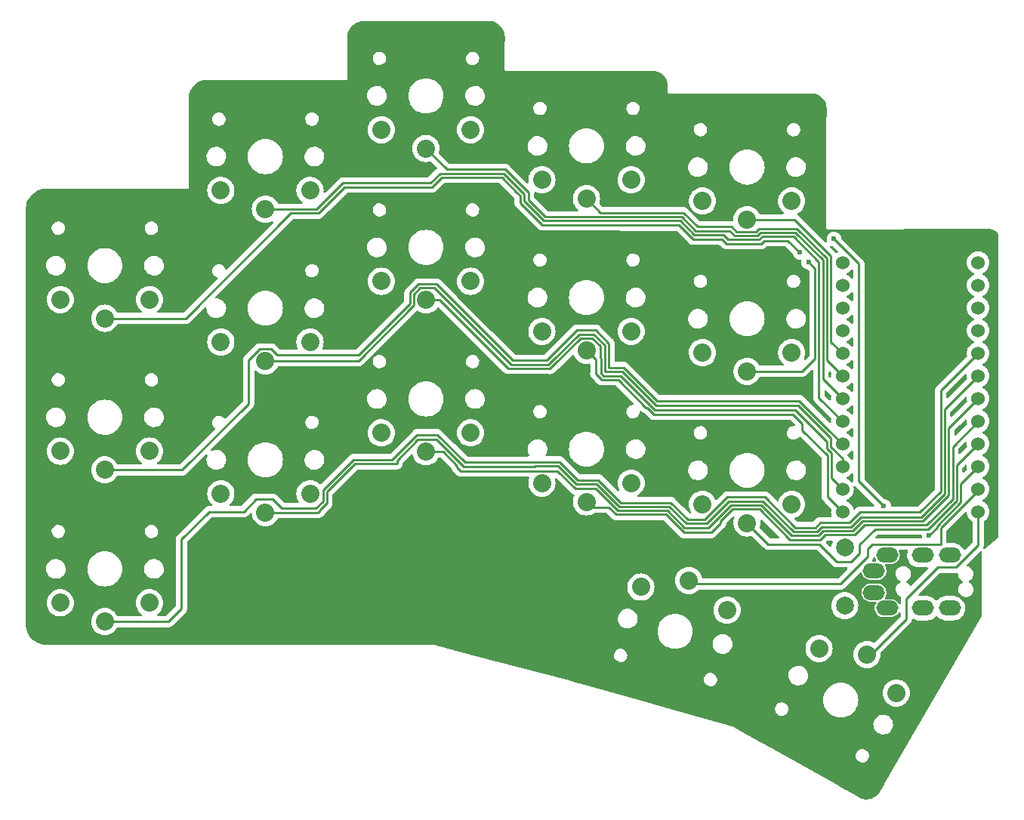
<source format=gtl>
G04 #@! TF.GenerationSoftware,KiCad,Pcbnew,7.0.7*
G04 #@! TF.CreationDate,2023-09-27T19:22:59+01:00*
G04 #@! TF.ProjectId,ferris-sweep-compact,66657272-6973-42d7-9377-6565702d636f,0.1*
G04 #@! TF.SameCoordinates,Original*
G04 #@! TF.FileFunction,Copper,L1,Top*
G04 #@! TF.FilePolarity,Positive*
%FSLAX46Y46*%
G04 Gerber Fmt 4.6, Leading zero omitted, Abs format (unit mm)*
G04 Created by KiCad (PCBNEW 7.0.7) date 2023-09-27 19:22:59*
%MOMM*%
%LPD*%
G01*
G04 APERTURE LIST*
G04 #@! TA.AperFunction,ComponentPad*
%ADD10C,2.032000*%
G04 #@! TD*
G04 #@! TA.AperFunction,ComponentPad*
%ADD11C,1.524000*%
G04 #@! TD*
G04 #@! TA.AperFunction,ComponentPad*
%ADD12C,2.000000*%
G04 #@! TD*
G04 #@! TA.AperFunction,ComponentPad*
%ADD13O,2.500000X1.700000*%
G04 #@! TD*
G04 #@! TA.AperFunction,ViaPad*
%ADD14C,0.600000*%
G04 #@! TD*
G04 #@! TA.AperFunction,Conductor*
%ADD15C,0.250000*%
G04 #@! TD*
G04 APERTURE END LIST*
D10*
X88678600Y-87786000D03*
X83678600Y-85686000D03*
X93678600Y-85686000D03*
X106678600Y-75556000D03*
X101678600Y-73456000D03*
X111678600Y-73456000D03*
X124678600Y-68746000D03*
X119678600Y-66646000D03*
X129678600Y-66646000D03*
X142678600Y-74356000D03*
X137678600Y-72256000D03*
X147678600Y-72256000D03*
X160678600Y-76736000D03*
X155678600Y-74636000D03*
X165678600Y-74636000D03*
X88678600Y-104786000D03*
X83678600Y-102686000D03*
X93678600Y-102686000D03*
X106678600Y-92556000D03*
X101678600Y-90456000D03*
X111678600Y-90456000D03*
X124678600Y-85736000D03*
X119678600Y-83636000D03*
X129678600Y-83636000D03*
X142678600Y-91356000D03*
X137678600Y-89256000D03*
X147678600Y-89256000D03*
X160678600Y-93736000D03*
X155678600Y-91636000D03*
X165678600Y-91636000D03*
X88678600Y-121791000D03*
X83678600Y-119691000D03*
X93678600Y-119691000D03*
X106678600Y-109561000D03*
X101678600Y-107461000D03*
X111678600Y-107461000D03*
X124678600Y-102736000D03*
X119678600Y-100636000D03*
X129678600Y-100636000D03*
X142678600Y-108361000D03*
X137678600Y-106261000D03*
X147678600Y-106261000D03*
X160678600Y-110736000D03*
X155678600Y-108636000D03*
X165678600Y-108636000D03*
D11*
X186590000Y-81538000D03*
X186590000Y-84078000D03*
X186590000Y-86618000D03*
X186590000Y-89158000D03*
X186590000Y-91698000D03*
X186590000Y-94238000D03*
X186590000Y-96778000D03*
X186590000Y-99318000D03*
X186590000Y-101858000D03*
X186590000Y-104398000D03*
X186590000Y-106938000D03*
X186590000Y-109478000D03*
X171370000Y-109478000D03*
X171370000Y-106938000D03*
X171370000Y-104398000D03*
X171370000Y-101858000D03*
X171370000Y-99318000D03*
X171370000Y-96778000D03*
X171370000Y-94238000D03*
X171370000Y-91698000D03*
X171370000Y-89158000D03*
X171370000Y-86618000D03*
X171370000Y-84078000D03*
X171370000Y-81538000D03*
D12*
X171648600Y-113506000D03*
X171648600Y-120006000D03*
D13*
X174898600Y-116096000D03*
X174898600Y-118546000D03*
X183398600Y-114346000D03*
X183398600Y-120296000D03*
X180398600Y-114346000D03*
X180398600Y-120296000D03*
X176398600Y-114346000D03*
X176398600Y-120296000D03*
D10*
X154145632Y-117187038D03*
X148772483Y-117921387D03*
X158431742Y-120509577D03*
X174128600Y-125486450D03*
X168748473Y-124805103D03*
X177408727Y-129805103D03*
D14*
X175996600Y-108858000D03*
X170408600Y-78886000D03*
X181076600Y-112160000D03*
X166598600Y-80410000D03*
X167578600Y-81516000D03*
D15*
X141420461Y-106904681D02*
X143713303Y-106904681D01*
X128162580Y-104314800D02*
X128162581Y-104476019D01*
X169242189Y-111616000D02*
X172542190Y-111616000D01*
X151760835Y-109344989D02*
X153665833Y-111249987D01*
X128588562Y-104902000D02*
X139417780Y-104902000D01*
X183278582Y-100089418D02*
X186590000Y-96778000D01*
X153665833Y-111249987D02*
X156322115Y-111249987D01*
X158843400Y-108728702D02*
X162256870Y-108728702D01*
X156322115Y-111249987D02*
X158843400Y-108728702D01*
X126583780Y-102736000D02*
X128162580Y-104314800D01*
X173642179Y-110516011D02*
X180415000Y-110516011D01*
X124678600Y-102736000D02*
X126583780Y-102736000D01*
X183278582Y-107652429D02*
X183278582Y-100089418D01*
X139417780Y-104902000D02*
X141420461Y-106904681D01*
X180415000Y-110516011D02*
X183278582Y-107652429D01*
X143713303Y-106904681D02*
X146153611Y-109344989D01*
X146153611Y-109344989D02*
X151760835Y-109344989D01*
X172542190Y-111616000D02*
X173642179Y-110516011D01*
X128162581Y-104476019D02*
X128588562Y-104902000D01*
X162256870Y-108728702D02*
X165694190Y-112166022D01*
X165694190Y-112166022D02*
X168692167Y-112166022D01*
X168692167Y-112166022D02*
X169242189Y-111616000D01*
X159029800Y-109178712D02*
X162070470Y-109178712D01*
X173828579Y-110966022D02*
X180805758Y-110966022D01*
X144754600Y-108966000D02*
X145138212Y-108966000D01*
X145138212Y-108966000D02*
X143283600Y-108966000D01*
X145138212Y-108966000D02*
X145967211Y-109794999D01*
X162070470Y-109178712D02*
X165507789Y-112616031D01*
X145967211Y-109794999D02*
X151574435Y-109794999D01*
X156640318Y-111822194D02*
X157713556Y-110748956D01*
X143283600Y-108966000D02*
X142678600Y-108361000D01*
X157713556Y-110748956D02*
X157713556Y-110494956D01*
X183728592Y-102179408D02*
X186590000Y-99318000D01*
X151574435Y-109794999D02*
X153601630Y-111822194D01*
X142678600Y-108516011D02*
X142833611Y-108516011D01*
X165507789Y-112616031D02*
X165996565Y-112616031D01*
X183728592Y-108043188D02*
X183728592Y-102179408D01*
X169428589Y-112066011D02*
X172728590Y-112066011D01*
X153601630Y-111822194D02*
X156640318Y-111822194D01*
X168878567Y-112616033D02*
X169428589Y-112066011D01*
X157713556Y-110494956D02*
X159029800Y-109178712D01*
X165996567Y-112616033D02*
X168878567Y-112616033D01*
X180805758Y-110966022D02*
X183728592Y-108043188D01*
X165996565Y-112616031D02*
X165996567Y-112616033D01*
X172728590Y-112066011D02*
X173828579Y-110966022D01*
X172378599Y-115065997D02*
X173278587Y-114166011D01*
X168751419Y-113115999D02*
X170701417Y-115065997D01*
X173278587Y-114166011D02*
X173278587Y-113179602D01*
X184178603Y-108229587D02*
X184178603Y-104269397D01*
X170701417Y-115065997D02*
X172378599Y-115065997D01*
X163058599Y-113115999D02*
X168751419Y-113115999D01*
X160678600Y-110736000D02*
X163058599Y-113115999D01*
X173278587Y-113179602D02*
X175042156Y-111416033D01*
X184178603Y-104269397D02*
X186590000Y-101858000D01*
X175042156Y-111416033D02*
X180992157Y-111416033D01*
X180992157Y-111416033D02*
X184178603Y-108229587D01*
X134849780Y-73660000D02*
X135228590Y-74038810D01*
X173202600Y-81680000D02*
X173202600Y-106064000D01*
X133184620Y-71996020D02*
X134848600Y-73660000D01*
X154618190Y-78928410D02*
X157877098Y-78928410D01*
X186590000Y-104398000D02*
X184628614Y-106359386D01*
X181950590Y-111094010D02*
X184628614Y-108415986D01*
X181076600Y-112160000D02*
X181950590Y-111286010D01*
X135228590Y-74038810D02*
X135228590Y-74838808D01*
X165262630Y-79074030D02*
X166598600Y-80410000D01*
X157877098Y-78928410D02*
X158206645Y-79257955D01*
X137695810Y-77306030D02*
X146584630Y-77306030D01*
X170408600Y-78886000D02*
X173202600Y-81680000D01*
X158206645Y-79257955D02*
X158375717Y-79427029D01*
X181950590Y-111286010D02*
X181950590Y-111094010D01*
X135228590Y-74838808D02*
X137695810Y-77306030D01*
X153051780Y-77362000D02*
X154618190Y-78928410D01*
X112625001Y-76006009D02*
X115565000Y-73066010D01*
X158375717Y-79427029D02*
X162232802Y-79427028D01*
X173202600Y-106064000D02*
X175996600Y-108858000D01*
X126434990Y-71996020D02*
X133184620Y-71996020D01*
X97754600Y-87786000D02*
X109534590Y-76006010D01*
X184628614Y-108415986D02*
X184628614Y-108346014D01*
X146640600Y-77362000D02*
X153051780Y-77362000D01*
X134848600Y-73660000D02*
X134849780Y-73660000D01*
X184628614Y-106359386D02*
X184628614Y-108346014D01*
X184628614Y-108346014D02*
X184628614Y-108415987D01*
X125365001Y-73066009D02*
X126434990Y-71996020D01*
X109534590Y-76006010D02*
X112625001Y-76006009D01*
X162585800Y-79074030D02*
X165262630Y-79074030D01*
X115565000Y-73066010D02*
X125365001Y-73066009D01*
X146584630Y-77306030D02*
X146640600Y-77362000D01*
X162232802Y-79427028D02*
X162585800Y-79074030D01*
X88678600Y-87786000D02*
X97754600Y-87786000D01*
X170089474Y-80826874D02*
X170089474Y-90417474D01*
X165998600Y-76736000D02*
X167173600Y-77911000D01*
X160678600Y-76736000D02*
X165998600Y-76736000D01*
X167173600Y-77911000D02*
X170089474Y-80826874D01*
X170089474Y-90417474D02*
X171370000Y-91698000D01*
X167098600Y-77836000D02*
X167173600Y-77911000D01*
X155115009Y-77515999D02*
X158932601Y-77515999D01*
X142678600Y-74356000D02*
X144256600Y-75934000D01*
X162026600Y-77724000D02*
X166286601Y-77724000D01*
X169639465Y-81076864D02*
X169639465Y-92507465D01*
X158932601Y-77515999D02*
X159493603Y-78077001D01*
X166286601Y-77724000D02*
X169639465Y-81076864D01*
X169639465Y-92507465D02*
X171370000Y-94238000D01*
X159493603Y-78077001D02*
X161673599Y-78077001D01*
X153555010Y-75956000D02*
X155115009Y-77515999D01*
X144256600Y-75956000D02*
X153555010Y-75956000D01*
X144256600Y-75934000D02*
X144256600Y-75956000D01*
X161673599Y-78077001D02*
X162026600Y-77724000D01*
X136178600Y-73716000D02*
X136178600Y-74516000D01*
X159307203Y-78527011D02*
X161860000Y-78527010D01*
X124678600Y-68746000D02*
X127028600Y-71096000D01*
X138068610Y-76406010D02*
X153368610Y-76406010D01*
X127028600Y-71096000D02*
X133558600Y-71096000D01*
X154928610Y-77966010D02*
X158746202Y-77966010D01*
X169189454Y-81263264D02*
X169189454Y-94597454D01*
X161860000Y-78527010D02*
X162213000Y-78174010D01*
X153368610Y-76406010D02*
X154928610Y-77966010D01*
X169189454Y-94597454D02*
X171370000Y-96778000D01*
X133558600Y-71096000D02*
X136178600Y-73716000D01*
X166100200Y-78174010D02*
X169189454Y-81263264D01*
X158746202Y-77966010D02*
X159307203Y-78527011D01*
X136178600Y-74516000D02*
X138068610Y-76406010D01*
X162213000Y-78174010D02*
X166100200Y-78174010D01*
X137882210Y-76856020D02*
X153182210Y-76856020D01*
X135678600Y-74652410D02*
X137882210Y-76856020D01*
X158562117Y-78977019D02*
X162046401Y-78977019D01*
X162399400Y-78624020D02*
X165913800Y-78624020D01*
X158001118Y-78416020D02*
X158562117Y-78977019D01*
X153182210Y-76856020D02*
X154742210Y-78416020D01*
X125178600Y-72616000D02*
X126248590Y-71546010D01*
X162046401Y-78977019D02*
X162399400Y-78624020D01*
X126248590Y-71546010D02*
X133372200Y-71546010D01*
X106678600Y-75556000D02*
X112438600Y-75556000D01*
X133372200Y-71546010D02*
X135678600Y-73852410D01*
X154742210Y-78416020D02*
X158001118Y-78416020D01*
X168739444Y-96687444D02*
X171370000Y-99318000D01*
X168739444Y-81449664D02*
X168739444Y-96687444D01*
X135678600Y-73852410D02*
X135678600Y-74652410D01*
X165913800Y-78624020D02*
X168739444Y-81449664D01*
X115378600Y-72616000D02*
X125178600Y-72616000D01*
X112438600Y-75556000D02*
X115378600Y-72616000D01*
X88678600Y-104786000D02*
X97347646Y-104786000D01*
X145178618Y-90598516D02*
X145178618Y-93301982D01*
X117104281Y-91912319D02*
X122887589Y-86129011D01*
X106034919Y-91214999D02*
X107322281Y-91214999D01*
X169744300Y-100232300D02*
X171370000Y-101858000D01*
X134400580Y-92515980D02*
X138210580Y-92515980D01*
X145178618Y-93301982D02*
X146870582Y-93301982D01*
X141611579Y-89114981D02*
X143695083Y-89114981D01*
X125829589Y-83944989D02*
X134400580Y-92515980D01*
X122887589Y-84905919D02*
X123848519Y-83944989D01*
X122887589Y-86129011D02*
X122887589Y-84905919D01*
X150596600Y-97028000D02*
X166540000Y-97028000D01*
X97347646Y-104786000D02*
X104778600Y-97355046D01*
X138210580Y-92515980D02*
X141611579Y-89114981D01*
X146870582Y-93301982D02*
X150596600Y-97028000D01*
X108019601Y-91912319D02*
X117104281Y-91912319D01*
X104778600Y-92471318D02*
X106034919Y-91214999D01*
X143695083Y-89114981D02*
X145178618Y-90598516D01*
X107322281Y-91214999D02*
X108019601Y-91912319D01*
X123848519Y-83944989D02*
X125829589Y-83944989D01*
X166540000Y-97028000D02*
X169744300Y-100232300D01*
X104778600Y-97355046D02*
X104778600Y-92471318D01*
X125643189Y-84394999D02*
X134214180Y-92965990D01*
X150468190Y-97536000D02*
X166411590Y-97536000D01*
X146684182Y-93751992D02*
X150468190Y-97536000D01*
X117097010Y-92556000D02*
X123337599Y-86315411D01*
X134214180Y-92965990D02*
X138406590Y-92965990D01*
X171370000Y-103466762D02*
X171370000Y-104398000D01*
X141848519Y-89564989D02*
X143508682Y-89564990D01*
X144728610Y-90784918D02*
X144728610Y-93733190D01*
X138873662Y-92498918D02*
X138914590Y-92498918D01*
X143508682Y-89564990D02*
X144728610Y-90784918D01*
X123337599Y-85092319D02*
X124034919Y-84394999D01*
X144992218Y-93751992D02*
X146684182Y-93751992D01*
X123337599Y-86315411D02*
X123337599Y-85092319D01*
X138406590Y-92965990D02*
X138873662Y-92498918D01*
X124034919Y-84394999D02*
X125643189Y-84394999D01*
X170082919Y-101207329D02*
X170082919Y-102179681D01*
X170082919Y-102179681D02*
X171370000Y-103466762D01*
X166411590Y-97536000D02*
X170082919Y-101207329D01*
X138914590Y-92498918D02*
X141848519Y-89564989D01*
X106678600Y-92556000D02*
X117097010Y-92556000D01*
X144728610Y-93733190D02*
X144973416Y-93733190D01*
X144973416Y-93733190D02*
X144992218Y-93751992D01*
X167578600Y-81516000D02*
X167578600Y-81516000D01*
X168278600Y-82216000D02*
X167578600Y-81516000D01*
X165563282Y-93736000D02*
X165573282Y-93726000D01*
X166852600Y-93726000D02*
X168289434Y-92289166D01*
X168278600Y-92120682D02*
X168278600Y-82216000D01*
X168289434Y-92289166D02*
X168289434Y-92202000D01*
X165573282Y-93726000D02*
X166852600Y-93726000D01*
X160678600Y-93736000D02*
X165563282Y-93736000D01*
X112837600Y-109261410D02*
X113581610Y-108517400D01*
X162443270Y-108278692D02*
X165880589Y-111716011D01*
X182828570Y-97999430D02*
X186590000Y-94238000D01*
X182828570Y-107466030D02*
X182828570Y-97999430D01*
X146359233Y-108894977D02*
X151947233Y-108894977D01*
X144285367Y-106840335D02*
X144304591Y-106840335D01*
X165880589Y-111716011D02*
X168505767Y-111716011D01*
X128876200Y-104392010D02*
X136882590Y-104392010D01*
X121436404Y-103710606D02*
X123752011Y-101394999D01*
X125879189Y-101394999D02*
X128876200Y-104392010D01*
X153852233Y-110799977D02*
X156135715Y-110799977D01*
X113581610Y-107247400D02*
X116738814Y-104090196D01*
X144304591Y-106840335D02*
X146359233Y-108894977D01*
X136938590Y-104336010D02*
X139488200Y-104336010D01*
X168505767Y-111716011D02*
X169055789Y-111165989D01*
X112583600Y-109561000D02*
X112837600Y-109307000D01*
X112837600Y-109307000D02*
X112837600Y-109261410D01*
X156135715Y-110799977D02*
X158657000Y-108278692D01*
X158657000Y-108278692D02*
X162443270Y-108278692D01*
X123752011Y-101394999D02*
X125879189Y-101394999D01*
X121436404Y-104090196D02*
X121436404Y-103710606D01*
X113581610Y-108517400D02*
X113581610Y-107247400D01*
X143813042Y-106368010D02*
X144285367Y-106840335D01*
X139488200Y-104336010D02*
X141520200Y-106368010D01*
X173455779Y-110066000D02*
X180228600Y-110066000D01*
X172355790Y-111165989D02*
X173455779Y-110066000D01*
X136882590Y-104392010D02*
X136938590Y-104336010D01*
X106678600Y-109561000D02*
X112583600Y-109561000D01*
X116738814Y-104090196D02*
X121436404Y-104090196D01*
X151947233Y-108894977D02*
X153852233Y-110799977D01*
X180228600Y-110066000D02*
X182828570Y-107466030D01*
X141520200Y-106368010D02*
X143813042Y-106368010D01*
X169055789Y-111165989D02*
X172355790Y-111165989D01*
X154038633Y-110349967D02*
X155949315Y-110349967D01*
X125958600Y-100838000D02*
X129062600Y-103942000D01*
X104228600Y-109466000D02*
X105628600Y-108066000D01*
X173369368Y-109516000D02*
X180078600Y-109516000D01*
X168869389Y-110715978D02*
X172169390Y-110715978D01*
X162667282Y-107828682D02*
X166104600Y-111266000D01*
X107478600Y-108066000D02*
X108523589Y-109110989D01*
X155949315Y-110349967D02*
X158470600Y-107828682D01*
X141706600Y-105918000D02*
X144018666Y-105918000D01*
X136244190Y-103886000D02*
X139674600Y-103886000D01*
X120878600Y-103632000D02*
X123672600Y-100838000D01*
X180078600Y-109516000D02*
X182378559Y-107216041D01*
X182378559Y-95909441D02*
X186590000Y-91698000D01*
X113131600Y-107061000D02*
X116560600Y-103632000D01*
X158470600Y-107828682D02*
X162667282Y-107828682D01*
X105628600Y-108066000D02*
X107478600Y-108066000D01*
X152133633Y-108444967D02*
X154038633Y-110349967D01*
X136188190Y-103942000D02*
X136244190Y-103886000D01*
X123672600Y-100838000D02*
X125958600Y-100838000D01*
X97278600Y-112566000D02*
X100378600Y-109466000D01*
X144018666Y-105918000D02*
X146545633Y-108444967D01*
X97278600Y-120316000D02*
X97278600Y-112566000D01*
X129062600Y-103942000D02*
X136188190Y-103942000D01*
X113131600Y-108331000D02*
X113131600Y-107061000D01*
X108523589Y-109110989D02*
X112351611Y-109110989D01*
X112351611Y-109110989D02*
X113131600Y-108331000D01*
X139674600Y-103886000D02*
X141706600Y-105918000D01*
X168319368Y-111266000D02*
X168869389Y-110715978D01*
X172169390Y-110715978D02*
X173369368Y-109516000D01*
X182378559Y-107216041D02*
X182378559Y-95909441D01*
X116560600Y-103632000D02*
X120878600Y-103632000D01*
X95803600Y-121791000D02*
X97278600Y-120316000D01*
X100378600Y-109466000D02*
X104228600Y-109466000D01*
X166104600Y-111266000D02*
X168319368Y-111266000D01*
X146545633Y-108444967D02*
X152133633Y-108444967D01*
X88678600Y-121791000D02*
X95803600Y-121791000D01*
X169632909Y-102366081D02*
X170125300Y-102858472D01*
X142034919Y-90014999D02*
X143322281Y-90014999D01*
X144205600Y-92243000D02*
X144278600Y-92316000D01*
X169632909Y-101586309D02*
X169632909Y-102366081D01*
X170125300Y-102858472D02*
X170125300Y-105693300D01*
X144205600Y-90898318D02*
X144205600Y-92243000D01*
X170125300Y-105693300D02*
X171370000Y-106938000D01*
X124678600Y-85736000D02*
X126208600Y-85736000D01*
X144594420Y-94235410D02*
X146531190Y-94235410D01*
X133888600Y-93416000D02*
X138592990Y-93416000D01*
X139100991Y-92948927D02*
X142034919Y-90014999D01*
X138592990Y-93416000D02*
X139060063Y-92948927D01*
X139060063Y-92948927D02*
X139100991Y-92948927D01*
X150339780Y-98044000D02*
X166090600Y-98044000D01*
X144278600Y-93919590D02*
X144594420Y-94235410D01*
X146531190Y-94235410D02*
X150339780Y-98044000D01*
X144278600Y-92316000D02*
X144278600Y-93919590D01*
X143322281Y-90014999D02*
X144205600Y-90898318D01*
X126208600Y-85736000D02*
X133888600Y-93416000D01*
X166090600Y-98044000D02*
X169632909Y-101586309D01*
X165836600Y-98552000D02*
X166852600Y-99568000D01*
X169871300Y-107979300D02*
X171370000Y-109478000D01*
X143720600Y-93998000D02*
X144408019Y-94685419D01*
X143738600Y-93980000D02*
X143720600Y-93998000D01*
X169675290Y-103152690D02*
X169675290Y-107783290D01*
X169675290Y-107783290D02*
X169871300Y-107979300D01*
X146222019Y-94685419D02*
X149326600Y-97790000D01*
X150211370Y-98552000D02*
X165836600Y-98552000D01*
X166852600Y-100330000D02*
X169675290Y-103152690D01*
X149449370Y-97790000D02*
X150211370Y-98552000D01*
X149326600Y-97790000D02*
X149449370Y-97790000D01*
X166852600Y-99568000D02*
X166852600Y-100330000D01*
X144408019Y-94685419D02*
X146222019Y-94685419D01*
X142678600Y-91356000D02*
X143738600Y-92416000D01*
X143738600Y-92416000D02*
X143738600Y-93980000D01*
X178528600Y-119235002D02*
X178528600Y-121486450D01*
X182047602Y-115716000D02*
X178528600Y-119235002D01*
X184090315Y-115716000D02*
X182047602Y-115716000D01*
X186590000Y-109478000D02*
X186590000Y-113216315D01*
X186590000Y-113216315D02*
X184090315Y-115716000D01*
X178528600Y-121486450D02*
X174128600Y-125886450D01*
X174672600Y-113122000D02*
X182400600Y-113122000D01*
X174178609Y-113615991D02*
X174672600Y-113122000D01*
X182400600Y-113122000D02*
X182400600Y-111280410D01*
X154145632Y-117587038D02*
X171130380Y-117587038D01*
X186590000Y-107091010D02*
X186590000Y-106938000D01*
X171130380Y-117587038D02*
X174178608Y-114538812D01*
X174178608Y-114538812D02*
X174178609Y-113615991D01*
X182400600Y-111280410D02*
X186590000Y-107091010D01*
G04 #@! TA.AperFunction,NonConductor*
G36*
X170148950Y-79651712D02*
G01*
X170227553Y-79679217D01*
X170272050Y-79684230D01*
X170337502Y-79711732D01*
X170347039Y-79720343D01*
X170828694Y-80201998D01*
X170862720Y-80264310D01*
X170857655Y-80335125D01*
X170815108Y-80391961D01*
X170792850Y-80405287D01*
X170732326Y-80433510D01*
X170727998Y-80436009D01*
X170659002Y-80452743D01*
X170591911Y-80429519D01*
X170563067Y-80400945D01*
X170554946Y-80389767D01*
X170554944Y-80389765D01*
X170554945Y-80389765D01*
X170518581Y-80359682D01*
X170514200Y-80355696D01*
X170018240Y-79859736D01*
X169984215Y-79797425D01*
X169989280Y-79726610D01*
X170031827Y-79669774D01*
X170098347Y-79644963D01*
X170148950Y-79651712D01*
G37*
G04 #@! TD.AperFunction*
G04 #@! TA.AperFunction,NonConductor*
G36*
X172537000Y-82355230D02*
G01*
X172567517Y-82419333D01*
X172569100Y-82439246D01*
X172569100Y-83176753D01*
X172549098Y-83244874D01*
X172495442Y-83291367D01*
X172425168Y-83301471D01*
X172360588Y-83271977D01*
X172350870Y-83262105D01*
X172350867Y-83262109D01*
X172189783Y-83101025D01*
X172189772Y-83101016D01*
X172007677Y-82973512D01*
X172007675Y-82973511D01*
X171897627Y-82922195D01*
X171844342Y-82875278D01*
X171824881Y-82807001D01*
X171845423Y-82739041D01*
X171897627Y-82693805D01*
X171912765Y-82686746D01*
X172007677Y-82642488D01*
X172189781Y-82514977D01*
X172346977Y-82357781D01*
X172346977Y-82357780D01*
X172350867Y-82353891D01*
X172351774Y-82354798D01*
X172405684Y-82318930D01*
X172476671Y-82317801D01*
X172537000Y-82355230D01*
G37*
G04 #@! TD.AperFunction*
G04 #@! TA.AperFunction,NonConductor*
G36*
X172537000Y-84895230D02*
G01*
X172567517Y-84959333D01*
X172569100Y-84979246D01*
X172569100Y-85716753D01*
X172549098Y-85784874D01*
X172495442Y-85831367D01*
X172425168Y-85841471D01*
X172360588Y-85811977D01*
X172350870Y-85802105D01*
X172350867Y-85802109D01*
X172189783Y-85641025D01*
X172189772Y-85641016D01*
X172007677Y-85513512D01*
X172007675Y-85513511D01*
X171897627Y-85462195D01*
X171844342Y-85415278D01*
X171824881Y-85347001D01*
X171845423Y-85279041D01*
X171897627Y-85233805D01*
X172007677Y-85182488D01*
X172189781Y-85054977D01*
X172346977Y-84897781D01*
X172346977Y-84897780D01*
X172350867Y-84893891D01*
X172351774Y-84894798D01*
X172405684Y-84858930D01*
X172476671Y-84857801D01*
X172537000Y-84895230D01*
G37*
G04 #@! TD.AperFunction*
G04 #@! TA.AperFunction,NonConductor*
G36*
X172537000Y-87435230D02*
G01*
X172567517Y-87499333D01*
X172569100Y-87519246D01*
X172569100Y-88256753D01*
X172549098Y-88324874D01*
X172495442Y-88371367D01*
X172425168Y-88381471D01*
X172360588Y-88351977D01*
X172350870Y-88342105D01*
X172350867Y-88342109D01*
X172189783Y-88181025D01*
X172189772Y-88181016D01*
X172007677Y-88053512D01*
X172007675Y-88053511D01*
X171947007Y-88025221D01*
X171897626Y-88002194D01*
X171844342Y-87955278D01*
X171824881Y-87887001D01*
X171845423Y-87819041D01*
X171897627Y-87773805D01*
X172007677Y-87722488D01*
X172189781Y-87594977D01*
X172346977Y-87437781D01*
X172346977Y-87437780D01*
X172350867Y-87433891D01*
X172351774Y-87434798D01*
X172405684Y-87398930D01*
X172476671Y-87397801D01*
X172537000Y-87435230D01*
G37*
G04 #@! TD.AperFunction*
G04 #@! TA.AperFunction,NonConductor*
G36*
X172537000Y-89975230D02*
G01*
X172567517Y-90039333D01*
X172569100Y-90059246D01*
X172569100Y-90796753D01*
X172549098Y-90864874D01*
X172495442Y-90911367D01*
X172425168Y-90921471D01*
X172360588Y-90891977D01*
X172350870Y-90882105D01*
X172350867Y-90882109D01*
X172189783Y-90721025D01*
X172189772Y-90721016D01*
X172007677Y-90593512D01*
X172007670Y-90593508D01*
X171897626Y-90542193D01*
X171844342Y-90495276D01*
X171824881Y-90426999D01*
X171845423Y-90359039D01*
X171897626Y-90313805D01*
X172007677Y-90262488D01*
X172189781Y-90134977D01*
X172346977Y-89977781D01*
X172346977Y-89977780D01*
X172350867Y-89973891D01*
X172351774Y-89974798D01*
X172405684Y-89938930D01*
X172476671Y-89937801D01*
X172537000Y-89975230D01*
G37*
G04 #@! TD.AperFunction*
G04 #@! TA.AperFunction,NonConductor*
G36*
X172537000Y-92515230D02*
G01*
X172567517Y-92579333D01*
X172569100Y-92599246D01*
X172569100Y-93336753D01*
X172549098Y-93404874D01*
X172495442Y-93451367D01*
X172425168Y-93461471D01*
X172360588Y-93431977D01*
X172350870Y-93422105D01*
X172350867Y-93422109D01*
X172189783Y-93261025D01*
X172189772Y-93261016D01*
X172007677Y-93133512D01*
X172007675Y-93133511D01*
X171905941Y-93086072D01*
X171897626Y-93082194D01*
X171844342Y-93035278D01*
X171824881Y-92967001D01*
X171845423Y-92899041D01*
X171897627Y-92853805D01*
X171902883Y-92851354D01*
X172007677Y-92802488D01*
X172189781Y-92674977D01*
X172346977Y-92517781D01*
X172346977Y-92517780D01*
X172350867Y-92513891D01*
X172351774Y-92514798D01*
X172405684Y-92478930D01*
X172476671Y-92477801D01*
X172537000Y-92515230D01*
G37*
G04 #@! TD.AperFunction*
G04 #@! TA.AperFunction,NonConductor*
G36*
X170031466Y-93795823D02*
G01*
X170038021Y-93801925D01*
X170091876Y-93855780D01*
X170125900Y-93918091D01*
X170124486Y-93977481D01*
X170114023Y-94016531D01*
X170114022Y-94016536D01*
X170110725Y-94054219D01*
X170094647Y-94238000D01*
X170098571Y-94282858D01*
X170099829Y-94297231D01*
X170085839Y-94366836D01*
X170036440Y-94417828D01*
X169967313Y-94434018D01*
X169900408Y-94410265D01*
X169885213Y-94397307D01*
X169859859Y-94371953D01*
X169825833Y-94309641D01*
X169822954Y-94282858D01*
X169822954Y-93891047D01*
X169842956Y-93822926D01*
X169896612Y-93776433D01*
X169966886Y-93766329D01*
X170031466Y-93795823D01*
G37*
G04 #@! TD.AperFunction*
G04 #@! TA.AperFunction,NonConductor*
G36*
X172537000Y-95055230D02*
G01*
X172567517Y-95119333D01*
X172569100Y-95139246D01*
X172569100Y-95876753D01*
X172549098Y-95944874D01*
X172495442Y-95991367D01*
X172425168Y-96001471D01*
X172360588Y-95971977D01*
X172350870Y-95962105D01*
X172350867Y-95962109D01*
X172189783Y-95801025D01*
X172189772Y-95801016D01*
X172007677Y-95673512D01*
X172007675Y-95673511D01*
X171897627Y-95622195D01*
X171844342Y-95575278D01*
X171824881Y-95507001D01*
X171845423Y-95439041D01*
X171897627Y-95393805D01*
X172007677Y-95342488D01*
X172189781Y-95214977D01*
X172346977Y-95057781D01*
X172346977Y-95057780D01*
X172350867Y-95053891D01*
X172351774Y-95054798D01*
X172405684Y-95018930D01*
X172476671Y-95017801D01*
X172537000Y-95055230D01*
G37*
G04 #@! TD.AperFunction*
G04 #@! TA.AperFunction,NonConductor*
G36*
X185238340Y-94049729D02*
G01*
X185295176Y-94092276D01*
X185319987Y-94158796D01*
X185319829Y-94178765D01*
X185314647Y-94237999D01*
X185334022Y-94459468D01*
X185344485Y-94498515D01*
X185342795Y-94569492D01*
X185311873Y-94620220D01*
X183227154Y-96704939D01*
X183164842Y-96738965D01*
X183094027Y-96733900D01*
X183037191Y-96691353D01*
X183012380Y-96624833D01*
X183012059Y-96615844D01*
X183012059Y-96224035D01*
X183032061Y-96155914D01*
X183048964Y-96134940D01*
X184064571Y-95119333D01*
X185105215Y-94078688D01*
X185167525Y-94044665D01*
X185238340Y-94049729D01*
G37*
G04 #@! TD.AperFunction*
G04 #@! TA.AperFunction,NonConductor*
G36*
X169581456Y-95885814D02*
G01*
X169588039Y-95891943D01*
X170091874Y-96395778D01*
X170125900Y-96458090D01*
X170124486Y-96517481D01*
X170114023Y-96556531D01*
X170114022Y-96556536D01*
X170094647Y-96778000D01*
X170099829Y-96837232D01*
X170085839Y-96906837D01*
X170036439Y-96957829D01*
X169967313Y-96974019D01*
X169900408Y-96950266D01*
X169885218Y-96937313D01*
X169409847Y-96461943D01*
X169375823Y-96399631D01*
X169372944Y-96372848D01*
X169372944Y-95981038D01*
X169392946Y-95912917D01*
X169446602Y-95866424D01*
X169516876Y-95856320D01*
X169581456Y-95885814D01*
G37*
G04 #@! TD.AperFunction*
G04 #@! TA.AperFunction,NonConductor*
G36*
X172537000Y-97595230D02*
G01*
X172567517Y-97659333D01*
X172569100Y-97679246D01*
X172569100Y-98416753D01*
X172549098Y-98484874D01*
X172495442Y-98531367D01*
X172425168Y-98541471D01*
X172360588Y-98511977D01*
X172350870Y-98502105D01*
X172350867Y-98502109D01*
X172189783Y-98341025D01*
X172189772Y-98341016D01*
X172007677Y-98213512D01*
X172007675Y-98213511D01*
X171897627Y-98162195D01*
X171844342Y-98115278D01*
X171824881Y-98047001D01*
X171845423Y-97979041D01*
X171897627Y-97933805D01*
X171915776Y-97925342D01*
X172007677Y-97882488D01*
X172189781Y-97754977D01*
X172346977Y-97597781D01*
X172346977Y-97597780D01*
X172350867Y-97593891D01*
X172351774Y-97594798D01*
X172405684Y-97558930D01*
X172476671Y-97557801D01*
X172537000Y-97595230D01*
G37*
G04 #@! TD.AperFunction*
G04 #@! TA.AperFunction,NonConductor*
G36*
X185238340Y-96589728D02*
G01*
X185295176Y-96632275D01*
X185319987Y-96698795D01*
X185319829Y-96718764D01*
X185319081Y-96727316D01*
X185314647Y-96778000D01*
X185315463Y-96787332D01*
X185334022Y-96999468D01*
X185344485Y-97038515D01*
X185342795Y-97109492D01*
X185311873Y-97160220D01*
X183677165Y-98794929D01*
X183614853Y-98828954D01*
X183544038Y-98823890D01*
X183487202Y-98781343D01*
X183462391Y-98714823D01*
X183462070Y-98705834D01*
X183462070Y-98314022D01*
X183482072Y-98245901D01*
X183498970Y-98224932D01*
X185105215Y-96618687D01*
X185167525Y-96584663D01*
X185238340Y-96589728D01*
G37*
G04 #@! TD.AperFunction*
G04 #@! TA.AperFunction,NonConductor*
G36*
X185238340Y-99129728D02*
G01*
X185295176Y-99172275D01*
X185319987Y-99238795D01*
X185319829Y-99258764D01*
X185314647Y-99317999D01*
X185314647Y-99318000D01*
X185317063Y-99345614D01*
X185334022Y-99539463D01*
X185344486Y-99578515D01*
X185342796Y-99649491D01*
X185311874Y-99700220D01*
X184127177Y-100884918D01*
X184064865Y-100918943D01*
X183994050Y-100913879D01*
X183937214Y-100871332D01*
X183912403Y-100804812D01*
X183912082Y-100795823D01*
X183912082Y-100404011D01*
X183932084Y-100335890D01*
X183948987Y-100314916D01*
X184526752Y-99737151D01*
X185105215Y-99158687D01*
X185167525Y-99124664D01*
X185238340Y-99129728D01*
G37*
G04 #@! TD.AperFunction*
G04 #@! TA.AperFunction,NonConductor*
G36*
X172537000Y-100135230D02*
G01*
X172567517Y-100199333D01*
X172569100Y-100219246D01*
X172569100Y-100956753D01*
X172549098Y-101024874D01*
X172495442Y-101071367D01*
X172425168Y-101081471D01*
X172360588Y-101051977D01*
X172350870Y-101042105D01*
X172350867Y-101042109D01*
X172189783Y-100881025D01*
X172189772Y-100881016D01*
X172007677Y-100753512D01*
X172007675Y-100753511D01*
X171897627Y-100702195D01*
X171844342Y-100655278D01*
X171824881Y-100587001D01*
X171845423Y-100519041D01*
X171897627Y-100473805D01*
X172007677Y-100422488D01*
X172189781Y-100294977D01*
X172346977Y-100137781D01*
X172346977Y-100137780D01*
X172350867Y-100133891D01*
X172351774Y-100134798D01*
X172405684Y-100098930D01*
X172476671Y-100097801D01*
X172537000Y-100135230D01*
G37*
G04 #@! TD.AperFunction*
G04 #@! TA.AperFunction,NonConductor*
G36*
X185238340Y-101669729D02*
G01*
X185295176Y-101712276D01*
X185319987Y-101778796D01*
X185319829Y-101798765D01*
X185314647Y-101857999D01*
X185334022Y-102079468D01*
X185344485Y-102118515D01*
X185342795Y-102189492D01*
X185311873Y-102240220D01*
X184866095Y-102686000D01*
X184577188Y-102974907D01*
X184514875Y-103008932D01*
X184444060Y-103003868D01*
X184387224Y-102961321D01*
X184362413Y-102894801D01*
X184362092Y-102885812D01*
X184362092Y-102494002D01*
X184382094Y-102425881D01*
X184398991Y-102404912D01*
X185105216Y-101698687D01*
X185167525Y-101664665D01*
X185238340Y-101669729D01*
G37*
G04 #@! TD.AperFunction*
G04 #@! TA.AperFunction,NonConductor*
G36*
X172537000Y-102675230D02*
G01*
X172567517Y-102739333D01*
X172569100Y-102759246D01*
X172569100Y-103496753D01*
X172549098Y-103564874D01*
X172495442Y-103611367D01*
X172425168Y-103621471D01*
X172360588Y-103591977D01*
X172350870Y-103582105D01*
X172350867Y-103582109D01*
X172189783Y-103421025D01*
X172189777Y-103421020D01*
X172060787Y-103330700D01*
X172008474Y-103294070D01*
X171964147Y-103238614D01*
X171959749Y-103226011D01*
X171956018Y-103213168D01*
X171945700Y-103195723D01*
X171937005Y-103177971D01*
X171929553Y-103159147D01*
X171925732Y-103152196D01*
X171928083Y-103150903D01*
X171908584Y-103096259D01*
X171924662Y-103027107D01*
X171975574Y-102977625D01*
X171981084Y-102974888D01*
X172007677Y-102962488D01*
X172189781Y-102834977D01*
X172346977Y-102677781D01*
X172346977Y-102677780D01*
X172350867Y-102673891D01*
X172351774Y-102674798D01*
X172405684Y-102638930D01*
X172476671Y-102637801D01*
X172537000Y-102675230D01*
G37*
G04 #@! TD.AperFunction*
G04 #@! TA.AperFunction,NonConductor*
G36*
X185238340Y-104209728D02*
G01*
X185295176Y-104252275D01*
X185319987Y-104318795D01*
X185319829Y-104338764D01*
X185316554Y-104376200D01*
X185314647Y-104398000D01*
X185317097Y-104426000D01*
X185334022Y-104619463D01*
X185344486Y-104658515D01*
X185342796Y-104729491D01*
X185311874Y-104780220D01*
X185027198Y-105064896D01*
X184964886Y-105098922D01*
X184894071Y-105093857D01*
X184837235Y-105051310D01*
X184812424Y-104984790D01*
X184812103Y-104975801D01*
X184812103Y-104583990D01*
X184832105Y-104515869D01*
X184849002Y-104494900D01*
X185105216Y-104238686D01*
X185167525Y-104204664D01*
X185238340Y-104209728D01*
G37*
G04 #@! TD.AperFunction*
G04 #@! TA.AperFunction,NonConductor*
G36*
X172537000Y-105215230D02*
G01*
X172567517Y-105279333D01*
X172569100Y-105299246D01*
X172569100Y-105980146D01*
X172567351Y-105995988D01*
X172567644Y-105996016D01*
X172566897Y-106003910D01*
X172567757Y-106031272D01*
X172549903Y-106099987D01*
X172497733Y-106148141D01*
X172427811Y-106160446D01*
X172362336Y-106132994D01*
X172351072Y-106121903D01*
X172350867Y-106122109D01*
X172189783Y-105961025D01*
X172189772Y-105961016D01*
X172007677Y-105833512D01*
X172007675Y-105833511D01*
X171897627Y-105782195D01*
X171844342Y-105735278D01*
X171824881Y-105667001D01*
X171845423Y-105599041D01*
X171897627Y-105553805D01*
X172007677Y-105502488D01*
X172189781Y-105374977D01*
X172346977Y-105217781D01*
X172346977Y-105217780D01*
X172350867Y-105213891D01*
X172351774Y-105214798D01*
X172405684Y-105178930D01*
X172476671Y-105177801D01*
X172537000Y-105215230D01*
G37*
G04 #@! TD.AperFunction*
G04 #@! TA.AperFunction,NonConductor*
G36*
X172802460Y-106569566D02*
G01*
X172836505Y-106593809D01*
X174910101Y-108667405D01*
X174944127Y-108729717D01*
X174939062Y-108800532D01*
X174896515Y-108857368D01*
X174829995Y-108882179D01*
X174821006Y-108882500D01*
X173453221Y-108882500D01*
X173437379Y-108880750D01*
X173437352Y-108881044D01*
X173429460Y-108880298D01*
X173429459Y-108880298D01*
X173359410Y-108882500D01*
X173329512Y-108882500D01*
X173329508Y-108882500D01*
X173329498Y-108882501D01*
X173322547Y-108883379D01*
X173316635Y-108883844D01*
X173269480Y-108885326D01*
X173269478Y-108885327D01*
X173250023Y-108890978D01*
X173230670Y-108894986D01*
X173210578Y-108897524D01*
X173210570Y-108897526D01*
X173166704Y-108914893D01*
X173161089Y-108916816D01*
X173115775Y-108929982D01*
X173115770Y-108929984D01*
X173098331Y-108940297D01*
X173080586Y-108948990D01*
X173061748Y-108956449D01*
X173039646Y-108972507D01*
X173023580Y-108984180D01*
X173018629Y-108987433D01*
X172978008Y-109011455D01*
X172963675Y-109025787D01*
X172948649Y-109038620D01*
X172932263Y-109050526D01*
X172932262Y-109050526D01*
X172902186Y-109086880D01*
X172898191Y-109091271D01*
X172802896Y-109186565D01*
X172740584Y-109220591D01*
X172669769Y-109215526D01*
X172612933Y-109172979D01*
X172592094Y-109130082D01*
X172582902Y-109095778D01*
X172568440Y-109041804D01*
X172474488Y-108840324D01*
X172346977Y-108658219D01*
X172189781Y-108501023D01*
X172189777Y-108501020D01*
X172189772Y-108501016D01*
X172007677Y-108373512D01*
X172007675Y-108373511D01*
X171897627Y-108322195D01*
X171844342Y-108275278D01*
X171824881Y-108207001D01*
X171845423Y-108139041D01*
X171897627Y-108093805D01*
X171901172Y-108092152D01*
X172007677Y-108042488D01*
X172189781Y-107914977D01*
X172346977Y-107757781D01*
X172474488Y-107575677D01*
X172568440Y-107374196D01*
X172625978Y-107159463D01*
X172645353Y-106938000D01*
X172625978Y-106716537D01*
X172625705Y-106715518D01*
X172625716Y-106715054D01*
X172625023Y-106711125D01*
X172625812Y-106710985D01*
X172627391Y-106644544D01*
X172667183Y-106585746D01*
X172732446Y-106557796D01*
X172802460Y-106569566D01*
G37*
G04 #@! TD.AperFunction*
G04 #@! TA.AperFunction,NonConductor*
G36*
X162390243Y-110396387D02*
G01*
X162404551Y-110408697D01*
X164263258Y-112267404D01*
X164297284Y-112329716D01*
X164292219Y-112400531D01*
X164249672Y-112457367D01*
X164183152Y-112482178D01*
X164174163Y-112482499D01*
X163373193Y-112482499D01*
X163305072Y-112462497D01*
X163284098Y-112445594D01*
X162166232Y-111327727D01*
X162132206Y-111265415D01*
X162132808Y-111209218D01*
X162132965Y-111208560D01*
X162132969Y-111208553D01*
X162188987Y-110975222D01*
X162207814Y-110736000D01*
X162189844Y-110507675D01*
X162204440Y-110438198D01*
X162254282Y-110387638D01*
X162323547Y-110372052D01*
X162390243Y-110396387D01*
G37*
G04 #@! TD.AperFunction*
G04 #@! TA.AperFunction,NonConductor*
G36*
X180206058Y-112069535D02*
G01*
X180252551Y-112123191D01*
X180263144Y-112161422D01*
X180283383Y-112341047D01*
X180283384Y-112341050D01*
X180284176Y-112348078D01*
X180281003Y-112348435D01*
X180277582Y-112405207D01*
X180235674Y-112462516D01*
X180169436Y-112488070D01*
X180159040Y-112488500D01*
X175169783Y-112488500D01*
X175101662Y-112468498D01*
X175055169Y-112414842D01*
X175045065Y-112344568D01*
X175074559Y-112279988D01*
X175080688Y-112273405D01*
X175267655Y-112086438D01*
X175329967Y-112052412D01*
X175356750Y-112049533D01*
X180137937Y-112049533D01*
X180206058Y-112069535D01*
G37*
G04 #@! TD.AperFunction*
G04 #@! TA.AperFunction,NonConductor*
G36*
X170229418Y-112719513D02*
G01*
X170275911Y-112773169D01*
X170286015Y-112843443D01*
X170277706Y-112873728D01*
X170209495Y-113038404D01*
X170209495Y-113038406D01*
X170154064Y-113269295D01*
X170149720Y-113324482D01*
X170124434Y-113390823D01*
X170067296Y-113432962D01*
X169996445Y-113437520D01*
X169935014Y-113403689D01*
X169550009Y-113018684D01*
X169515983Y-112956372D01*
X169521048Y-112885557D01*
X169550006Y-112840496D01*
X169654088Y-112736415D01*
X169716402Y-112702390D01*
X169743184Y-112699511D01*
X170161297Y-112699511D01*
X170229418Y-112719513D01*
G37*
G04 #@! TD.AperFunction*
G04 #@! TA.AperFunction,NonConductor*
G36*
X185239352Y-109441726D02*
G01*
X185296188Y-109484273D01*
X185320841Y-109548800D01*
X185334022Y-109699463D01*
X185347002Y-109747904D01*
X185391559Y-109914193D01*
X185391561Y-109914199D01*
X185485511Y-110115675D01*
X185485512Y-110115677D01*
X185613016Y-110297772D01*
X185613020Y-110297777D01*
X185613023Y-110297781D01*
X185770219Y-110454977D01*
X185902772Y-110547792D01*
X185947099Y-110603246D01*
X185956500Y-110651003D01*
X185956500Y-112901718D01*
X185936498Y-112969839D01*
X185919595Y-112990814D01*
X185190606Y-113719802D01*
X185128294Y-113753827D01*
X185057478Y-113748762D01*
X185000643Y-113706215D01*
X184994219Y-113696769D01*
X184894780Y-113535272D01*
X184894779Y-113535270D01*
X184741998Y-113361676D01*
X184562076Y-113216400D01*
X184360191Y-113103620D01*
X184360190Y-113103619D01*
X184360189Y-113103619D01*
X184142157Y-113026582D01*
X184090646Y-113017749D01*
X183914225Y-112987500D01*
X183914221Y-112987500D01*
X183160100Y-112987500D01*
X183091979Y-112967498D01*
X183045486Y-112913842D01*
X183034100Y-112861500D01*
X183034100Y-111595003D01*
X183054102Y-111526882D01*
X183071000Y-111505913D01*
X185106227Y-109470685D01*
X185168537Y-109436662D01*
X185239352Y-109441726D01*
G37*
G04 #@! TD.AperFunction*
G04 #@! TA.AperFunction,NonConductor*
G36*
X174972646Y-114572384D02*
G01*
X175027860Y-114617015D01*
X175042408Y-114644957D01*
X175054608Y-114677898D01*
X175095711Y-114788882D01*
X175095715Y-114788889D01*
X175112125Y-114815216D01*
X175142433Y-114863842D01*
X175166748Y-114902851D01*
X175185807Y-114971242D01*
X175164865Y-115039079D01*
X175110572Y-115084826D01*
X175059819Y-115095500D01*
X174808542Y-115095500D01*
X174740421Y-115075498D01*
X174693928Y-115021842D01*
X174683824Y-114951568D01*
X174698124Y-114908805D01*
X174704950Y-114896387D01*
X174715810Y-114879854D01*
X174717283Y-114877955D01*
X174728222Y-114863853D01*
X174746965Y-114820536D01*
X174749559Y-114815240D01*
X174772303Y-114773873D01*
X174777340Y-114754252D01*
X174783744Y-114735546D01*
X174791789Y-114716957D01*
X174799170Y-114670351D01*
X174800376Y-114664534D01*
X174802214Y-114657376D01*
X174838533Y-114596372D01*
X174902068Y-114564689D01*
X174972646Y-114572384D01*
G37*
G04 #@! TD.AperFunction*
G04 #@! TA.AperFunction,NonConductor*
G36*
X131725506Y-54431766D02*
G01*
X131955611Y-54453010D01*
X131963600Y-54454269D01*
X132188271Y-54504662D01*
X132196019Y-54506932D01*
X132412366Y-54585716D01*
X132419783Y-54588971D01*
X132624234Y-54694842D01*
X132631176Y-54699023D01*
X132820360Y-54830235D01*
X132826708Y-54835272D01*
X132863648Y-54868663D01*
X132986474Y-54979689D01*
X132997502Y-54989657D01*
X133003148Y-54995462D01*
X133152738Y-55170476D01*
X133157592Y-55176954D01*
X133255347Y-55326600D01*
X133283508Y-55369710D01*
X133287495Y-55376766D01*
X133387653Y-55584074D01*
X133390703Y-55591582D01*
X133463449Y-55810017D01*
X133465510Y-55817854D01*
X133509646Y-56043810D01*
X133510685Y-56051847D01*
X133525519Y-56282189D01*
X133525633Y-56287640D01*
X133504191Y-57252444D01*
X133503100Y-57258259D01*
X133503099Y-57301567D01*
X133502689Y-57320073D01*
X133503099Y-57325451D01*
X133503099Y-59898471D01*
X133501187Y-59920339D01*
X133499476Y-59930047D01*
X133501186Y-59939745D01*
X133502350Y-59953059D01*
X133503849Y-59961559D01*
X133507307Y-59974468D01*
X133509018Y-59984170D01*
X133512535Y-59990262D01*
X133517052Y-59995645D01*
X133525582Y-60000570D01*
X133543572Y-60013167D01*
X133551118Y-60019499D01*
X133551119Y-60019499D01*
X133551120Y-60019500D01*
X133551121Y-60019500D01*
X133557723Y-60021903D01*
X133564647Y-60023124D01*
X133564647Y-60023123D01*
X133564648Y-60023124D01*
X133574346Y-60021413D01*
X133596225Y-60019500D01*
X148384720Y-60019500D01*
X149845055Y-60019500D01*
X149863227Y-60021609D01*
X149885928Y-60019718D01*
X149891161Y-60019500D01*
X149905399Y-60019500D01*
X149911059Y-60018962D01*
X150128772Y-60015862D01*
X150137425Y-60016336D01*
X150368433Y-60045032D01*
X150376928Y-60046688D01*
X150601806Y-60106852D01*
X150610002Y-60109663D01*
X150717236Y-60154905D01*
X150824466Y-60200146D01*
X150832209Y-60204060D01*
X150990872Y-60298538D01*
X151032203Y-60323149D01*
X151039343Y-60328096D01*
X151221075Y-60473530D01*
X151227465Y-60479409D01*
X151387496Y-60648437D01*
X151393010Y-60655128D01*
X151486817Y-60786462D01*
X151528302Y-60844542D01*
X151532852Y-60851941D01*
X151640834Y-61058140D01*
X151644324Y-61066095D01*
X151722948Y-61285164D01*
X151725313Y-61293523D01*
X151773095Y-61521330D01*
X151774289Y-61529935D01*
X151790421Y-61763633D01*
X151790571Y-61767970D01*
X151790572Y-61811049D01*
X151790603Y-61811240D01*
X151791066Y-62438566D01*
X151789153Y-62460531D01*
X151787475Y-62470046D01*
X151789199Y-62479820D01*
X151790376Y-62493227D01*
X151791882Y-62501727D01*
X151795319Y-62514537D01*
X151797018Y-62524171D01*
X151800545Y-62530281D01*
X151805092Y-62535692D01*
X151813556Y-62540570D01*
X151831630Y-62553215D01*
X151839120Y-62559500D01*
X151839123Y-62559500D01*
X151845749Y-62561912D01*
X151852703Y-62563132D01*
X151852706Y-62563134D01*
X151862328Y-62561430D01*
X151884299Y-62559500D01*
X166799720Y-62559500D01*
X167801101Y-62559500D01*
X167811091Y-62560873D01*
X167821768Y-62560436D01*
X167821770Y-62560438D01*
X167844031Y-62559528D01*
X167848527Y-62559508D01*
X168080738Y-62566747D01*
X168098744Y-62568610D01*
X168320792Y-62607901D01*
X168338356Y-62612333D01*
X168552454Y-62683068D01*
X168569209Y-62689975D01*
X168770944Y-62790695D01*
X168786527Y-62799931D01*
X168928665Y-62898646D01*
X168971725Y-62928551D01*
X168985829Y-62939933D01*
X169150657Y-63093792D01*
X169162982Y-63107080D01*
X169304031Y-63282994D01*
X169314322Y-63297913D01*
X169428673Y-63492242D01*
X169436717Y-63508483D01*
X169522004Y-63717206D01*
X169527635Y-63734433D01*
X169582094Y-63953228D01*
X169585196Y-63971085D01*
X169608170Y-64200115D01*
X169608475Y-64207525D01*
X169571970Y-66269515D01*
X169571100Y-66274216D01*
X169571100Y-66318720D01*
X169570753Y-66338284D01*
X169571100Y-66342690D01*
X169571100Y-77678380D01*
X169569219Y-77700069D01*
X169567454Y-77710165D01*
X169569153Y-77719713D01*
X169570311Y-77732839D01*
X169571810Y-77741342D01*
X169575326Y-77754425D01*
X169577078Y-77764273D01*
X169580574Y-77770309D01*
X169585051Y-77775644D01*
X169585052Y-77775645D01*
X169593709Y-77780643D01*
X169611561Y-77793123D01*
X169619232Y-77799541D01*
X169619233Y-77799540D01*
X169625776Y-77801911D01*
X169632645Y-77803122D01*
X169632648Y-77803124D01*
X169642495Y-77801387D01*
X169664178Y-77799473D01*
X186714863Y-77774100D01*
X187802571Y-77791518D01*
X187824430Y-77794171D01*
X187825886Y-77794041D01*
X187825889Y-77794043D01*
X187843105Y-77792512D01*
X187849669Y-77792273D01*
X187855741Y-77792371D01*
X187855742Y-77792370D01*
X187862442Y-77792478D01*
X187868951Y-77791978D01*
X188017858Y-77792836D01*
X188041490Y-77795211D01*
X188194152Y-77825297D01*
X188216922Y-77832066D01*
X188361236Y-77890275D01*
X188382333Y-77901200D01*
X188513145Y-77985456D01*
X188531812Y-78000143D01*
X188644489Y-78107459D01*
X188660071Y-78125393D01*
X188750598Y-78251947D01*
X188762536Y-78272484D01*
X188827704Y-78413787D01*
X188835575Y-78436201D01*
X188853763Y-78509477D01*
X188868522Y-78568935D01*
X188871389Y-78580483D01*
X188875100Y-78610838D01*
X188875100Y-112325188D01*
X188855098Y-112393309D01*
X188829106Y-112422528D01*
X187365095Y-113625824D01*
X187299768Y-113653626D01*
X187229781Y-113641696D01*
X187177354Y-113593822D01*
X187159132Y-113525204D01*
X187174676Y-113467781D01*
X187183693Y-113451378D01*
X187183694Y-113451377D01*
X187188423Y-113432962D01*
X187188733Y-113431750D01*
X187195138Y-113413045D01*
X187199187Y-113403689D01*
X187203181Y-113394460D01*
X187210563Y-113347840D01*
X187211761Y-113342059D01*
X187223500Y-113296345D01*
X187223500Y-113276084D01*
X187225051Y-113256373D01*
X187228219Y-113236371D01*
X187223780Y-113189404D01*
X187223500Y-113183472D01*
X187223500Y-110651003D01*
X187243502Y-110582882D01*
X187277225Y-110547793D01*
X187409781Y-110454977D01*
X187566977Y-110297781D01*
X187694488Y-110115677D01*
X187788440Y-109914196D01*
X187845978Y-109699463D01*
X187865353Y-109478000D01*
X187845978Y-109256537D01*
X187788440Y-109041804D01*
X187694488Y-108840324D01*
X187566977Y-108658219D01*
X187409781Y-108501023D01*
X187409777Y-108501020D01*
X187409772Y-108501016D01*
X187227677Y-108373512D01*
X187227675Y-108373511D01*
X187117627Y-108322195D01*
X187064342Y-108275278D01*
X187044881Y-108207001D01*
X187065423Y-108139041D01*
X187117627Y-108093805D01*
X187121172Y-108092152D01*
X187227677Y-108042488D01*
X187409781Y-107914977D01*
X187566977Y-107757781D01*
X187694488Y-107575677D01*
X187788440Y-107374196D01*
X187845978Y-107159463D01*
X187865353Y-106938000D01*
X187845978Y-106716537D01*
X187788440Y-106501804D01*
X187694488Y-106300324D01*
X187566977Y-106118219D01*
X187409781Y-105961023D01*
X187409777Y-105961020D01*
X187409772Y-105961016D01*
X187227677Y-105833512D01*
X187227675Y-105833511D01*
X187117627Y-105782195D01*
X187064342Y-105735278D01*
X187044881Y-105667001D01*
X187065423Y-105599041D01*
X187117627Y-105553805D01*
X187227677Y-105502488D01*
X187409781Y-105374977D01*
X187566977Y-105217781D01*
X187694488Y-105035677D01*
X187788440Y-104834196D01*
X187845978Y-104619463D01*
X187865353Y-104398000D01*
X187845978Y-104176537D01*
X187788440Y-103961804D01*
X187694488Y-103760324D01*
X187566977Y-103578219D01*
X187409781Y-103421023D01*
X187409777Y-103421020D01*
X187409772Y-103421016D01*
X187227677Y-103293512D01*
X187227675Y-103293511D01*
X187145787Y-103255326D01*
X187117626Y-103242194D01*
X187064342Y-103195278D01*
X187044881Y-103127001D01*
X187065423Y-103059041D01*
X187117627Y-103013805D01*
X187227677Y-102962488D01*
X187409781Y-102834977D01*
X187566977Y-102677781D01*
X187694488Y-102495677D01*
X187788440Y-102294196D01*
X187845978Y-102079463D01*
X187865353Y-101858000D01*
X187845978Y-101636537D01*
X187788440Y-101421804D01*
X187694488Y-101220324D01*
X187566977Y-101038219D01*
X187409781Y-100881023D01*
X187409777Y-100881020D01*
X187409772Y-100881016D01*
X187227677Y-100753512D01*
X187227675Y-100753511D01*
X187117627Y-100702195D01*
X187064342Y-100655278D01*
X187044881Y-100587001D01*
X187065423Y-100519041D01*
X187117627Y-100473805D01*
X187227677Y-100422488D01*
X187409781Y-100294977D01*
X187566977Y-100137781D01*
X187694488Y-99955677D01*
X187788440Y-99754196D01*
X187845978Y-99539463D01*
X187865353Y-99318000D01*
X187845978Y-99096537D01*
X187788440Y-98881804D01*
X187694488Y-98680324D01*
X187566977Y-98498219D01*
X187409781Y-98341023D01*
X187409777Y-98341020D01*
X187409772Y-98341016D01*
X187227677Y-98213512D01*
X187227675Y-98213511D01*
X187117627Y-98162195D01*
X187064342Y-98115278D01*
X187044881Y-98047001D01*
X187065423Y-97979041D01*
X187117627Y-97933805D01*
X187135776Y-97925342D01*
X187227677Y-97882488D01*
X187409781Y-97754977D01*
X187566977Y-97597781D01*
X187694488Y-97415677D01*
X187788440Y-97214196D01*
X187845978Y-96999463D01*
X187865353Y-96778000D01*
X187845978Y-96556537D01*
X187788440Y-96341804D01*
X187694488Y-96140324D01*
X187566977Y-95958219D01*
X187409781Y-95801023D01*
X187409777Y-95801020D01*
X187409772Y-95801016D01*
X187227677Y-95673512D01*
X187227675Y-95673511D01*
X187117627Y-95622195D01*
X187064342Y-95575278D01*
X187044881Y-95507001D01*
X187065423Y-95439041D01*
X187117627Y-95393805D01*
X187227677Y-95342488D01*
X187409781Y-95214977D01*
X187566977Y-95057781D01*
X187694488Y-94875677D01*
X187788440Y-94674196D01*
X187845978Y-94459463D01*
X187865353Y-94238000D01*
X187845978Y-94016537D01*
X187788440Y-93801804D01*
X187694488Y-93600324D01*
X187566977Y-93418219D01*
X187409781Y-93261023D01*
X187409777Y-93261020D01*
X187409772Y-93261016D01*
X187227677Y-93133512D01*
X187227675Y-93133511D01*
X187125941Y-93086072D01*
X187117626Y-93082194D01*
X187064342Y-93035278D01*
X187044881Y-92967001D01*
X187065423Y-92899041D01*
X187117627Y-92853805D01*
X187122883Y-92851354D01*
X187227677Y-92802488D01*
X187409781Y-92674977D01*
X187566977Y-92517781D01*
X187694488Y-92335677D01*
X187788440Y-92134196D01*
X187845978Y-91919463D01*
X187865353Y-91698000D01*
X187845978Y-91476537D01*
X187788440Y-91261804D01*
X187694488Y-91060324D01*
X187566977Y-90878219D01*
X187409781Y-90721023D01*
X187409777Y-90721020D01*
X187409772Y-90721016D01*
X187227677Y-90593512D01*
X187227670Y-90593508D01*
X187117626Y-90542193D01*
X187064342Y-90495276D01*
X187044881Y-90426999D01*
X187065423Y-90359039D01*
X187117626Y-90313805D01*
X187227677Y-90262488D01*
X187409781Y-90134977D01*
X187566977Y-89977781D01*
X187694488Y-89795677D01*
X187788440Y-89594196D01*
X187845978Y-89379463D01*
X187865353Y-89158000D01*
X187845978Y-88936537D01*
X187788440Y-88721804D01*
X187694488Y-88520324D01*
X187566977Y-88338219D01*
X187409781Y-88181023D01*
X187409777Y-88181020D01*
X187409772Y-88181016D01*
X187227677Y-88053512D01*
X187227675Y-88053511D01*
X187167007Y-88025221D01*
X187117626Y-88002194D01*
X187064342Y-87955278D01*
X187044881Y-87887001D01*
X187065423Y-87819041D01*
X187117627Y-87773805D01*
X187227677Y-87722488D01*
X187409781Y-87594977D01*
X187566977Y-87437781D01*
X187694488Y-87255677D01*
X187788440Y-87054196D01*
X187845978Y-86839463D01*
X187865353Y-86618000D01*
X187845978Y-86396537D01*
X187788440Y-86181804D01*
X187694488Y-85980324D01*
X187566977Y-85798219D01*
X187409781Y-85641023D01*
X187409777Y-85641020D01*
X187409772Y-85641016D01*
X187227677Y-85513512D01*
X187227675Y-85513511D01*
X187117627Y-85462195D01*
X187064342Y-85415278D01*
X187044881Y-85347001D01*
X187065423Y-85279041D01*
X187117627Y-85233805D01*
X187227677Y-85182488D01*
X187409781Y-85054977D01*
X187566977Y-84897781D01*
X187694488Y-84715677D01*
X187788440Y-84514196D01*
X187845978Y-84299463D01*
X187865353Y-84078000D01*
X187845978Y-83856537D01*
X187788440Y-83641804D01*
X187694488Y-83440324D01*
X187566977Y-83258219D01*
X187409781Y-83101023D01*
X187409777Y-83101020D01*
X187409772Y-83101016D01*
X187227677Y-82973512D01*
X187227675Y-82973511D01*
X187117627Y-82922195D01*
X187064342Y-82875278D01*
X187044881Y-82807001D01*
X187065423Y-82739041D01*
X187117627Y-82693805D01*
X187132765Y-82686746D01*
X187227677Y-82642488D01*
X187409781Y-82514977D01*
X187566977Y-82357781D01*
X187694488Y-82175677D01*
X187788440Y-81974196D01*
X187845978Y-81759463D01*
X187865353Y-81538000D01*
X187845978Y-81316537D01*
X187788440Y-81101804D01*
X187694488Y-80900324D01*
X187566977Y-80718219D01*
X187409781Y-80561023D01*
X187409777Y-80561020D01*
X187409772Y-80561016D01*
X187227677Y-80433512D01*
X187227675Y-80433511D01*
X187026199Y-80339561D01*
X187026193Y-80339559D01*
X186984073Y-80328273D01*
X186811463Y-80282022D01*
X186590000Y-80262647D01*
X186368537Y-80282022D01*
X186253463Y-80312856D01*
X186153806Y-80339559D01*
X186153801Y-80339561D01*
X185952323Y-80433512D01*
X185770222Y-80561020D01*
X185770216Y-80561025D01*
X185613025Y-80718216D01*
X185613020Y-80718222D01*
X185485512Y-80900323D01*
X185391561Y-81101801D01*
X185391559Y-81101806D01*
X185385050Y-81126098D01*
X185334022Y-81316537D01*
X185314647Y-81538000D01*
X185334022Y-81759463D01*
X185367928Y-81886000D01*
X185391559Y-81974193D01*
X185391561Y-81974199D01*
X185485511Y-82175675D01*
X185485512Y-82175677D01*
X185613016Y-82357772D01*
X185613020Y-82357777D01*
X185613023Y-82357781D01*
X185770219Y-82514977D01*
X185770223Y-82514980D01*
X185770227Y-82514983D01*
X185792522Y-82530594D01*
X185952323Y-82642488D01*
X186014231Y-82671356D01*
X186062373Y-82693805D01*
X186115658Y-82740722D01*
X186135119Y-82808999D01*
X186114577Y-82876959D01*
X186062373Y-82922195D01*
X185952323Y-82973512D01*
X185770222Y-83101020D01*
X185770216Y-83101025D01*
X185613025Y-83258216D01*
X185613020Y-83258222D01*
X185485512Y-83440323D01*
X185391561Y-83641801D01*
X185391559Y-83641806D01*
X185381416Y-83679660D01*
X185334022Y-83856537D01*
X185314647Y-84078000D01*
X185334022Y-84299463D01*
X185363242Y-84408512D01*
X185391559Y-84514193D01*
X185391561Y-84514199D01*
X185485511Y-84715675D01*
X185485512Y-84715677D01*
X185613016Y-84897772D01*
X185613020Y-84897777D01*
X185613023Y-84897781D01*
X185770219Y-85054977D01*
X185770223Y-85054980D01*
X185770227Y-85054983D01*
X185826141Y-85094134D01*
X185952323Y-85182488D01*
X186062373Y-85233805D01*
X186115658Y-85280722D01*
X186135119Y-85348999D01*
X186114577Y-85416959D01*
X186062373Y-85462195D01*
X185952323Y-85513512D01*
X185770222Y-85641020D01*
X185770216Y-85641025D01*
X185613025Y-85798216D01*
X185613020Y-85798222D01*
X185485512Y-85980323D01*
X185392146Y-86180547D01*
X185391560Y-86181804D01*
X185334022Y-86396537D01*
X185314647Y-86618000D01*
X185334022Y-86839463D01*
X185369846Y-86973158D01*
X185391559Y-87054193D01*
X185391561Y-87054199D01*
X185485511Y-87255675D01*
X185485512Y-87255677D01*
X185613016Y-87437772D01*
X185613020Y-87437777D01*
X185613023Y-87437781D01*
X185770219Y-87594977D01*
X185770223Y-87594980D01*
X185770227Y-87594983D01*
X185833681Y-87639414D01*
X185952323Y-87722488D01*
X186062373Y-87773805D01*
X186115658Y-87820722D01*
X186135119Y-87888999D01*
X186114577Y-87956959D01*
X186062373Y-88002195D01*
X185952323Y-88053512D01*
X185770222Y-88181020D01*
X185770216Y-88181025D01*
X185613025Y-88338216D01*
X185613020Y-88338222D01*
X185485512Y-88520323D01*
X185391561Y-88721801D01*
X185391559Y-88721806D01*
X185375042Y-88783448D01*
X185334022Y-88936537D01*
X185314647Y-89158000D01*
X185334022Y-89379463D01*
X185364521Y-89493285D01*
X185391559Y-89594193D01*
X185391561Y-89594199D01*
X185485511Y-89795675D01*
X185485512Y-89795677D01*
X185613016Y-89977772D01*
X185613020Y-89977777D01*
X185613023Y-89977781D01*
X185770219Y-90134977D01*
X185770223Y-90134980D01*
X185770227Y-90134983D01*
X185873294Y-90207151D01*
X185952323Y-90262488D01*
X186013251Y-90290899D01*
X186062373Y-90313805D01*
X186115658Y-90360722D01*
X186135119Y-90428999D01*
X186114577Y-90496959D01*
X186062373Y-90542195D01*
X185952323Y-90593512D01*
X185770222Y-90721020D01*
X185770216Y-90721025D01*
X185613025Y-90878216D01*
X185613020Y-90878222D01*
X185485512Y-91060323D01*
X185391561Y-91261801D01*
X185391559Y-91261806D01*
X185366629Y-91354847D01*
X185334022Y-91476537D01*
X185320071Y-91635999D01*
X185314647Y-91698000D01*
X185334022Y-91919463D01*
X185344486Y-91958515D01*
X185342796Y-92029491D01*
X185311874Y-92080220D01*
X181989895Y-95402198D01*
X181977460Y-95412162D01*
X181977648Y-95412389D01*
X181971539Y-95417442D01*
X181923575Y-95468519D01*
X181902425Y-95489668D01*
X181898119Y-95495218D01*
X181894273Y-95499720D01*
X181861976Y-95534115D01*
X181861970Y-95534124D01*
X181852210Y-95551876D01*
X181841362Y-95568391D01*
X181828945Y-95584399D01*
X181810204Y-95627705D01*
X181807593Y-95633035D01*
X181784864Y-95674380D01*
X181784862Y-95674385D01*
X181779826Y-95694000D01*
X181773423Y-95712703D01*
X181765378Y-95731293D01*
X181757996Y-95777897D01*
X181756792Y-95783709D01*
X181745059Y-95829409D01*
X181745059Y-95849664D01*
X181743508Y-95869374D01*
X181740339Y-95889383D01*
X181740338Y-95889387D01*
X181744778Y-95936360D01*
X181745058Y-95942291D01*
X181745058Y-106901446D01*
X181725056Y-106969567D01*
X181708153Y-106990541D01*
X179853100Y-108845595D01*
X179790788Y-108879620D01*
X179764005Y-108882500D01*
X176925577Y-108882500D01*
X176857456Y-108862498D01*
X176810963Y-108808842D01*
X176800369Y-108770608D01*
X176789817Y-108676953D01*
X176729643Y-108504985D01*
X176729641Y-108504982D01*
X176729641Y-108504981D01*
X176632712Y-108350720D01*
X176632711Y-108350718D01*
X176503881Y-108221888D01*
X176503879Y-108221887D01*
X176349618Y-108124958D01*
X176349615Y-108124957D01*
X176177652Y-108064784D01*
X176177648Y-108064783D01*
X176177647Y-108064783D01*
X176177641Y-108064782D01*
X176177639Y-108064782D01*
X176133143Y-108059767D01*
X176067691Y-108032262D01*
X176058160Y-108023655D01*
X173873005Y-105838499D01*
X173838979Y-105776187D01*
X173836100Y-105749404D01*
X173836100Y-81763854D01*
X173837849Y-81748012D01*
X173837556Y-81747985D01*
X173838300Y-81740099D01*
X173838302Y-81740092D01*
X173836100Y-81670028D01*
X173836100Y-81640144D01*
X173835220Y-81633182D01*
X173834756Y-81627293D01*
X173833274Y-81580111D01*
X173827617Y-81560642D01*
X173823612Y-81541298D01*
X173821074Y-81521203D01*
X173803700Y-81477322D01*
X173801781Y-81471716D01*
X173801676Y-81471356D01*
X173788618Y-81426407D01*
X173778306Y-81408970D01*
X173769610Y-81391221D01*
X173762152Y-81372383D01*
X173734412Y-81334203D01*
X173731164Y-81329258D01*
X173707142Y-81288638D01*
X173692814Y-81274310D01*
X173679984Y-81259289D01*
X173668072Y-81242893D01*
X173668069Y-81242891D01*
X173668069Y-81242890D01*
X173631707Y-81212808D01*
X173627326Y-81208822D01*
X171242943Y-78824438D01*
X171208917Y-78762126D01*
X171206832Y-78749464D01*
X171201817Y-78704953D01*
X171141643Y-78532985D01*
X171141641Y-78532982D01*
X171141641Y-78532981D01*
X171044712Y-78378720D01*
X171044711Y-78378718D01*
X170915881Y-78249888D01*
X170915879Y-78249887D01*
X170761618Y-78152958D01*
X170761615Y-78152957D01*
X170589650Y-78092784D01*
X170589649Y-78092783D01*
X170589647Y-78092783D01*
X170408600Y-78072384D01*
X170227553Y-78092783D01*
X170227550Y-78092783D01*
X170227549Y-78092784D01*
X170055584Y-78152957D01*
X170055581Y-78152958D01*
X169901320Y-78249887D01*
X169901318Y-78249888D01*
X169772488Y-78378718D01*
X169772487Y-78378720D01*
X169675558Y-78532981D01*
X169675557Y-78532984D01*
X169651877Y-78600660D01*
X169615383Y-78704953D01*
X169594984Y-78886000D01*
X169615383Y-79067047D01*
X169615383Y-79067049D01*
X169615384Y-79067050D01*
X169642886Y-79145647D01*
X169646505Y-79216552D01*
X169611216Y-79278157D01*
X169548223Y-79310903D01*
X169477525Y-79304395D01*
X169434862Y-79276357D01*
X167591006Y-77432500D01*
X167590983Y-77432479D01*
X167520840Y-77362335D01*
X167520839Y-77362334D01*
X167518370Y-77359865D01*
X167518366Y-77359861D01*
X166505843Y-76347338D01*
X166495879Y-76334901D01*
X166495652Y-76335090D01*
X166490601Y-76328984D01*
X166490600Y-76328982D01*
X166439520Y-76281015D01*
X166439520Y-76281014D01*
X166418377Y-76259871D01*
X166418372Y-76259866D01*
X166412825Y-76255563D01*
X166408317Y-76251712D01*
X166373925Y-76219417D01*
X166373913Y-76219409D01*
X166373424Y-76219140D01*
X166373114Y-76218828D01*
X166367510Y-76214757D01*
X166368167Y-76213852D01*
X166323367Y-76168793D01*
X166308477Y-76099375D01*
X166333480Y-76032927D01*
X166369593Y-76002702D01*
X166368628Y-76001126D01*
X166372845Y-75998541D01*
X166372849Y-75998540D01*
X166577449Y-75873160D01*
X166759918Y-75717318D01*
X166915760Y-75534849D01*
X167041140Y-75330249D01*
X167132969Y-75108553D01*
X167188987Y-74875222D01*
X167207814Y-74636000D01*
X167188987Y-74396778D01*
X167132969Y-74163447D01*
X167041140Y-73941751D01*
X166915760Y-73737151D01*
X166759918Y-73554682D01*
X166577449Y-73398840D01*
X166372849Y-73273460D01*
X166295068Y-73241242D01*
X166151151Y-73181630D01*
X165954314Y-73134374D01*
X165917822Y-73125613D01*
X165678600Y-73106786D01*
X165678599Y-73106786D01*
X165439378Y-73125613D01*
X165206048Y-73181630D01*
X164984352Y-73273459D01*
X164779752Y-73398839D01*
X164597282Y-73554682D01*
X164441439Y-73737152D01*
X164316059Y-73941752D01*
X164224230Y-74163448D01*
X164186924Y-74318840D01*
X164168213Y-74396778D01*
X164149386Y-74636000D01*
X164168213Y-74875222D01*
X164181462Y-74930406D01*
X164224230Y-75108551D01*
X164284828Y-75254847D01*
X164316060Y-75330249D01*
X164441440Y-75534849D01*
X164597282Y-75717318D01*
X164779751Y-75873160D01*
X164779758Y-75873164D01*
X164781689Y-75874568D01*
X164782245Y-75875289D01*
X164783515Y-75876374D01*
X164783287Y-75876640D01*
X164825039Y-75930793D01*
X164831111Y-76001529D01*
X164797976Y-76064319D01*
X164736154Y-76099227D01*
X164707622Y-76102500D01*
X162148930Y-76102500D01*
X162080809Y-76082498D01*
X162041497Y-76042335D01*
X162041140Y-76041752D01*
X162041140Y-76041751D01*
X161915760Y-75837151D01*
X161759918Y-75654682D01*
X161577449Y-75498840D01*
X161372849Y-75373460D01*
X161345919Y-75362305D01*
X161151151Y-75281630D01*
X160991536Y-75243310D01*
X160917822Y-75225613D01*
X160678600Y-75206786D01*
X160439378Y-75225613D01*
X160206048Y-75281630D01*
X159984352Y-75373459D01*
X159779752Y-75498839D01*
X159597282Y-75654682D01*
X159441439Y-75837152D01*
X159316059Y-76041752D01*
X159224230Y-76263448D01*
X159171429Y-76483383D01*
X159168213Y-76496778D01*
X159154076Y-76676414D01*
X159149386Y-76736001D01*
X159150262Y-76747132D01*
X159135665Y-76816612D01*
X159085821Y-76867170D01*
X159020558Y-76881854D01*
X159020558Y-76882499D01*
X159017694Y-76882499D01*
X159016556Y-76882755D01*
X159013866Y-76882499D01*
X159012631Y-76882499D01*
X158992377Y-76882499D01*
X158972667Y-76880948D01*
X158952658Y-76877779D01*
X158952657Y-76877779D01*
X158905684Y-76882219D01*
X158899751Y-76882499D01*
X155429603Y-76882499D01*
X155361482Y-76862497D01*
X155340508Y-76845594D01*
X154714331Y-76219417D01*
X154062254Y-75567339D01*
X154052289Y-75554901D01*
X154052062Y-75555090D01*
X154047011Y-75548984D01*
X154047010Y-75548982D01*
X153995930Y-75501015D01*
X153993754Y-75498839D01*
X153974787Y-75479871D01*
X153974782Y-75479866D01*
X153969235Y-75475563D01*
X153964727Y-75471712D01*
X153930335Y-75439417D01*
X153930329Y-75439413D01*
X153912573Y-75429651D01*
X153896057Y-75418802D01*
X153880051Y-75406386D01*
X153849299Y-75393078D01*
X153836750Y-75387648D01*
X153831418Y-75385036D01*
X153790071Y-75362305D01*
X153770446Y-75357266D01*
X153751746Y-75350864D01*
X153733155Y-75342819D01*
X153733153Y-75342818D01*
X153733152Y-75342818D01*
X153686552Y-75335437D01*
X153680739Y-75334233D01*
X153635040Y-75322500D01*
X153614786Y-75322500D01*
X153595076Y-75320949D01*
X153575067Y-75317780D01*
X153575066Y-75317780D01*
X153528093Y-75322220D01*
X153522160Y-75322500D01*
X144593195Y-75322500D01*
X144525074Y-75302498D01*
X144504099Y-75285595D01*
X144166232Y-74947727D01*
X144132207Y-74885415D01*
X144132809Y-74829218D01*
X144135373Y-74818540D01*
X144179197Y-74636000D01*
X154149386Y-74636000D01*
X154168213Y-74875222D01*
X154181462Y-74930406D01*
X154224230Y-75108551D01*
X154284828Y-75254847D01*
X154316060Y-75330249D01*
X154441440Y-75534849D01*
X154597282Y-75717318D01*
X154779751Y-75873160D01*
X154984351Y-75998540D01*
X155206047Y-76090369D01*
X155439378Y-76146387D01*
X155678600Y-76165214D01*
X155917822Y-76146387D01*
X156151153Y-76090369D01*
X156372849Y-75998540D01*
X156577449Y-75873160D01*
X156759918Y-75717318D01*
X156915760Y-75534849D01*
X157041140Y-75330249D01*
X157132969Y-75108553D01*
X157188987Y-74875222D01*
X157207814Y-74636000D01*
X157188987Y-74396778D01*
X157132969Y-74163447D01*
X157041140Y-73941751D01*
X156915760Y-73737151D01*
X156759918Y-73554682D01*
X156577449Y-73398840D01*
X156372849Y-73273460D01*
X156295068Y-73241242D01*
X156151151Y-73181630D01*
X155954314Y-73134374D01*
X155917822Y-73125613D01*
X155678600Y-73106786D01*
X155678599Y-73106786D01*
X155439378Y-73125613D01*
X155206048Y-73181630D01*
X154984352Y-73273459D01*
X154779752Y-73398839D01*
X154597282Y-73554682D01*
X154441439Y-73737152D01*
X154316059Y-73941752D01*
X154224230Y-74163448D01*
X154186924Y-74318840D01*
X154168213Y-74396778D01*
X154149386Y-74636000D01*
X144179197Y-74636000D01*
X144188987Y-74595222D01*
X144207814Y-74356000D01*
X144188987Y-74116778D01*
X144132969Y-73883447D01*
X144041140Y-73661751D01*
X143915760Y-73457151D01*
X143759918Y-73274682D01*
X143577449Y-73118840D01*
X143372849Y-72993460D01*
X143348676Y-72983447D01*
X143151151Y-72901630D01*
X142991536Y-72863310D01*
X142917822Y-72845613D01*
X142678600Y-72826786D01*
X142678599Y-72826786D01*
X142439378Y-72845613D01*
X142206048Y-72901630D01*
X141984352Y-72993459D01*
X141779752Y-73118839D01*
X141597282Y-73274682D01*
X141441439Y-73457152D01*
X141316059Y-73661752D01*
X141224230Y-73883448D01*
X141168213Y-74116778D01*
X141149386Y-74356000D01*
X141168213Y-74595221D01*
X141224230Y-74828551D01*
X141298830Y-75008651D01*
X141316060Y-75050249D01*
X141441440Y-75254849D01*
X141597282Y-75437318D01*
X141730036Y-75550699D01*
X141768844Y-75610149D01*
X141769352Y-75681143D01*
X141731396Y-75741142D01*
X141667027Y-75771096D01*
X141648205Y-75772510D01*
X138383204Y-75772510D01*
X138315083Y-75752508D01*
X138294109Y-75735605D01*
X136849005Y-74290500D01*
X136814979Y-74228188D01*
X136812100Y-74201405D01*
X136812100Y-73799854D01*
X136813849Y-73784012D01*
X136813556Y-73783985D01*
X136814301Y-73776095D01*
X136814302Y-73776092D01*
X136813172Y-73740138D01*
X136831022Y-73671426D01*
X136883190Y-73623269D01*
X136953111Y-73610961D01*
X136987322Y-73619770D01*
X137206047Y-73710369D01*
X137439378Y-73766387D01*
X137678600Y-73785214D01*
X137917822Y-73766387D01*
X138151153Y-73710369D01*
X138372849Y-73618540D01*
X138577449Y-73493160D01*
X138759918Y-73337318D01*
X138915760Y-73154849D01*
X139041140Y-72950249D01*
X139132969Y-72728553D01*
X139188987Y-72495222D01*
X139207814Y-72256000D01*
X146149386Y-72256000D01*
X146168213Y-72495222D01*
X146183081Y-72557151D01*
X146224230Y-72728551D01*
X146272719Y-72845613D01*
X146316060Y-72950249D01*
X146441440Y-73154849D01*
X146597282Y-73337318D01*
X146779751Y-73493160D01*
X146984351Y-73618540D01*
X147206047Y-73710369D01*
X147439378Y-73766387D01*
X147678600Y-73785214D01*
X147917822Y-73766387D01*
X148151153Y-73710369D01*
X148372849Y-73618540D01*
X148577449Y-73493160D01*
X148759918Y-73337318D01*
X148915760Y-73154849D01*
X149041140Y-72950249D01*
X149132969Y-72728553D01*
X149188987Y-72495222D01*
X149207814Y-72256000D01*
X149188987Y-72016778D01*
X149132969Y-71783447D01*
X149041140Y-71561751D01*
X148915760Y-71357151D01*
X148759918Y-71174682D01*
X148577449Y-71018840D01*
X148372849Y-70893460D01*
X148361225Y-70888645D01*
X148151151Y-70801630D01*
X148075021Y-70783353D01*
X154073442Y-70783353D01*
X154083450Y-70993448D01*
X154083452Y-70993461D01*
X154133040Y-71197865D01*
X154133042Y-71197871D01*
X154220421Y-71389205D01*
X154342431Y-71560544D01*
X154494663Y-71705697D01*
X154494665Y-71705698D01*
X154494667Y-71705700D01*
X154589696Y-71766771D01*
X154671614Y-71819416D01*
X154866888Y-71897593D01*
X155073429Y-71937400D01*
X155073433Y-71937400D01*
X155231066Y-71937400D01*
X155231068Y-71937400D01*
X155387989Y-71922416D01*
X155589811Y-71863156D01*
X155776770Y-71766771D01*
X155942110Y-71636747D01*
X156079855Y-71477781D01*
X156185026Y-71295619D01*
X156253822Y-71096846D01*
X156273554Y-70959611D01*
X156283757Y-70888646D01*
X156281249Y-70835999D01*
X158708581Y-70835999D01*
X158728633Y-71116366D01*
X158788378Y-71391009D01*
X158788378Y-71391010D01*
X158886607Y-71654374D01*
X158947759Y-71766364D01*
X159021315Y-71901073D01*
X159189759Y-72126088D01*
X159189760Y-72126089D01*
X159189768Y-72126098D01*
X159388501Y-72324831D01*
X159388510Y-72324839D01*
X159388512Y-72324841D01*
X159613527Y-72493285D01*
X159860225Y-72627992D01*
X160123582Y-72726219D01*
X160123585Y-72726219D01*
X160123589Y-72726221D01*
X160282534Y-72760797D01*
X160398237Y-72785967D01*
X160608425Y-72801000D01*
X160608431Y-72801000D01*
X160748769Y-72801000D01*
X160748775Y-72801000D01*
X160958963Y-72785967D01*
X161233609Y-72726221D01*
X161233610Y-72726221D01*
X161233611Y-72726220D01*
X161233618Y-72726219D01*
X161496975Y-72627992D01*
X161743673Y-72493285D01*
X161968688Y-72324841D01*
X162167441Y-72126088D01*
X162335885Y-71901073D01*
X162470592Y-71654375D01*
X162568819Y-71391018D01*
X162628567Y-71116363D01*
X162648619Y-70836000D01*
X162644854Y-70783353D01*
X165073442Y-70783353D01*
X165083450Y-70993448D01*
X165083452Y-70993461D01*
X165133040Y-71197865D01*
X165133042Y-71197871D01*
X165220421Y-71389205D01*
X165342431Y-71560544D01*
X165494663Y-71705697D01*
X165494665Y-71705698D01*
X165494667Y-71705700D01*
X165589696Y-71766771D01*
X165671614Y-71819416D01*
X165866888Y-71897593D01*
X166073429Y-71937400D01*
X166073433Y-71937400D01*
X166231066Y-71937400D01*
X166231068Y-71937400D01*
X166387989Y-71922416D01*
X166589811Y-71863156D01*
X166776770Y-71766771D01*
X166942110Y-71636747D01*
X167079855Y-71477781D01*
X167185026Y-71295619D01*
X167253822Y-71096846D01*
X167273554Y-70959611D01*
X167283757Y-70888646D01*
X167273749Y-70678551D01*
X167273748Y-70678546D01*
X167273748Y-70678541D01*
X167224158Y-70474129D01*
X167136779Y-70282795D01*
X167014769Y-70111456D01*
X166862537Y-69966303D01*
X166862534Y-69966301D01*
X166862532Y-69966299D01*
X166685588Y-69852585D01*
X166490316Y-69774408D01*
X166490312Y-69774407D01*
X166449003Y-69766445D01*
X166283775Y-69734600D01*
X166283771Y-69734600D01*
X166126132Y-69734600D01*
X166126130Y-69734600D01*
X166126112Y-69734601D01*
X165969221Y-69749582D01*
X165969206Y-69749585D01*
X165767394Y-69808842D01*
X165767387Y-69808845D01*
X165580432Y-69905227D01*
X165415089Y-70035253D01*
X165345452Y-70115619D01*
X165277345Y-70194219D01*
X165277344Y-70194220D01*
X165277343Y-70194220D01*
X165172174Y-70376380D01*
X165172171Y-70376385D01*
X165103380Y-70575146D01*
X165103376Y-70575161D01*
X165073442Y-70783353D01*
X162644854Y-70783353D01*
X162628567Y-70555637D01*
X162583011Y-70346219D01*
X162568821Y-70280990D01*
X162568821Y-70280989D01*
X162568819Y-70280985D01*
X162568819Y-70280982D01*
X162470592Y-70017625D01*
X162335885Y-69770927D01*
X162167441Y-69545912D01*
X162167439Y-69545910D01*
X162167431Y-69545901D01*
X161968698Y-69347168D01*
X161968689Y-69347160D01*
X161940018Y-69325697D01*
X161743673Y-69178715D01*
X161496975Y-69044008D01*
X161496974Y-69044007D01*
X161233610Y-68945778D01*
X160958965Y-68886033D01*
X160958966Y-68886033D01*
X160888900Y-68881022D01*
X160748775Y-68871000D01*
X160608425Y-68871000D01*
X160468299Y-68881022D01*
X160398234Y-68886033D01*
X160123590Y-68945778D01*
X160123589Y-68945778D01*
X159860225Y-69044007D01*
X159613527Y-69178715D01*
X159388510Y-69347160D01*
X159388501Y-69347168D01*
X159189768Y-69545901D01*
X159189760Y-69545910D01*
X159021315Y-69770927D01*
X158886607Y-70017625D01*
X158788378Y-70280989D01*
X158788378Y-70280990D01*
X158728633Y-70555633D01*
X158708581Y-70835999D01*
X156281249Y-70835999D01*
X156273749Y-70678551D01*
X156273748Y-70678546D01*
X156273748Y-70678541D01*
X156224158Y-70474129D01*
X156136779Y-70282795D01*
X156014769Y-70111456D01*
X155862537Y-69966303D01*
X155862534Y-69966301D01*
X155862532Y-69966299D01*
X155685588Y-69852585D01*
X155490316Y-69774408D01*
X155490312Y-69774407D01*
X155449003Y-69766445D01*
X155283775Y-69734600D01*
X155283771Y-69734600D01*
X155126132Y-69734600D01*
X155126130Y-69734600D01*
X155126112Y-69734601D01*
X154969221Y-69749582D01*
X154969206Y-69749585D01*
X154767394Y-69808842D01*
X154767387Y-69808845D01*
X154580432Y-69905227D01*
X154415089Y-70035253D01*
X154345452Y-70115619D01*
X154277345Y-70194219D01*
X154277344Y-70194220D01*
X154277343Y-70194220D01*
X154172174Y-70376380D01*
X154172171Y-70376385D01*
X154103380Y-70575146D01*
X154103376Y-70575161D01*
X154073442Y-70783353D01*
X148075021Y-70783353D01*
X147966910Y-70757398D01*
X147917822Y-70745613D01*
X147678600Y-70726786D01*
X147439378Y-70745613D01*
X147206048Y-70801630D01*
X146984352Y-70893459D01*
X146779752Y-71018839D01*
X146597282Y-71174682D01*
X146441439Y-71357152D01*
X146316059Y-71561752D01*
X146224230Y-71783448D01*
X146176792Y-71981044D01*
X146168213Y-72016778D01*
X146149386Y-72256000D01*
X139207814Y-72256000D01*
X139188987Y-72016778D01*
X139132969Y-71783447D01*
X139041140Y-71561751D01*
X138915760Y-71357151D01*
X138759918Y-71174682D01*
X138577449Y-71018840D01*
X138372849Y-70893460D01*
X138361225Y-70888645D01*
X138151151Y-70801630D01*
X137966910Y-70757398D01*
X137917822Y-70745613D01*
X137678600Y-70726786D01*
X137439378Y-70745613D01*
X137206048Y-70801630D01*
X136984352Y-70893459D01*
X136779752Y-71018839D01*
X136597282Y-71174682D01*
X136441439Y-71357152D01*
X136316059Y-71561752D01*
X136224230Y-71783448D01*
X136168213Y-72016778D01*
X136149386Y-72256000D01*
X136168281Y-72496090D01*
X136153685Y-72565570D01*
X136103842Y-72616129D01*
X136034577Y-72631715D01*
X135967882Y-72607380D01*
X135953574Y-72595070D01*
X135177920Y-71819416D01*
X134065844Y-70707339D01*
X134055879Y-70694901D01*
X134055652Y-70695090D01*
X134050601Y-70688984D01*
X134050600Y-70688982D01*
X134039481Y-70678541D01*
X133999521Y-70641016D01*
X133978377Y-70619871D01*
X133978372Y-70619866D01*
X133972825Y-70615563D01*
X133968317Y-70611712D01*
X133933925Y-70579417D01*
X133933919Y-70579413D01*
X133916163Y-70569651D01*
X133899647Y-70558802D01*
X133883641Y-70546386D01*
X133852889Y-70533078D01*
X133840340Y-70527648D01*
X133835008Y-70525036D01*
X133793661Y-70502305D01*
X133774036Y-70497266D01*
X133755336Y-70490864D01*
X133736745Y-70482819D01*
X133736743Y-70482818D01*
X133736742Y-70482818D01*
X133690142Y-70475437D01*
X133684329Y-70474233D01*
X133638630Y-70462500D01*
X133618376Y-70462500D01*
X133598666Y-70460949D01*
X133578657Y-70457780D01*
X133578656Y-70457780D01*
X133531683Y-70462220D01*
X133525750Y-70462500D01*
X127343194Y-70462500D01*
X127275073Y-70442498D01*
X127254099Y-70425595D01*
X126166232Y-69337727D01*
X126132206Y-69275415D01*
X126132808Y-69219218D01*
X126132965Y-69218560D01*
X126132969Y-69218553D01*
X126188987Y-68985222D01*
X126207814Y-68746000D01*
X126188987Y-68506778D01*
X126164157Y-68403353D01*
X136073442Y-68403353D01*
X136083450Y-68613448D01*
X136083452Y-68613461D01*
X136133040Y-68817865D01*
X136133042Y-68817871D01*
X136220421Y-69009205D01*
X136342431Y-69180544D01*
X136494663Y-69325697D01*
X136494665Y-69325698D01*
X136494667Y-69325700D01*
X136646192Y-69423078D01*
X136671614Y-69439416D01*
X136866888Y-69517593D01*
X137073429Y-69557400D01*
X137073433Y-69557400D01*
X137231066Y-69557400D01*
X137231068Y-69557400D01*
X137387989Y-69542416D01*
X137589811Y-69483156D01*
X137776770Y-69386771D01*
X137942110Y-69256747D01*
X138079855Y-69097781D01*
X138185026Y-68915619D01*
X138253822Y-68716846D01*
X138274996Y-68569582D01*
X138283757Y-68508646D01*
X138281249Y-68456000D01*
X140708581Y-68456000D01*
X140728633Y-68736366D01*
X140788378Y-69011009D01*
X140788378Y-69011010D01*
X140886607Y-69274374D01*
X140926356Y-69347168D01*
X141021315Y-69521073D01*
X141181159Y-69734600D01*
X141189760Y-69746089D01*
X141189768Y-69746098D01*
X141388501Y-69944831D01*
X141388510Y-69944839D01*
X141388512Y-69944841D01*
X141613527Y-70113285D01*
X141860225Y-70247992D01*
X142123582Y-70346219D01*
X142123585Y-70346219D01*
X142123589Y-70346221D01*
X142262229Y-70376380D01*
X142398237Y-70405967D01*
X142608425Y-70421000D01*
X142608431Y-70421000D01*
X142748769Y-70421000D01*
X142748775Y-70421000D01*
X142958963Y-70405967D01*
X143233609Y-70346221D01*
X143233610Y-70346221D01*
X143233611Y-70346220D01*
X143233618Y-70346219D01*
X143496975Y-70247992D01*
X143743673Y-70113285D01*
X143968688Y-69944841D01*
X144167441Y-69746088D01*
X144335885Y-69521073D01*
X144470592Y-69274375D01*
X144568819Y-69011018D01*
X144628567Y-68736363D01*
X144648619Y-68456000D01*
X144644854Y-68403353D01*
X147073442Y-68403353D01*
X147083450Y-68613448D01*
X147083452Y-68613461D01*
X147133040Y-68817865D01*
X147133042Y-68817871D01*
X147220421Y-69009205D01*
X147342431Y-69180544D01*
X147494663Y-69325697D01*
X147494665Y-69325698D01*
X147494667Y-69325700D01*
X147646192Y-69423078D01*
X147671614Y-69439416D01*
X147866888Y-69517593D01*
X148073429Y-69557400D01*
X148073433Y-69557400D01*
X148231066Y-69557400D01*
X148231068Y-69557400D01*
X148387989Y-69542416D01*
X148589811Y-69483156D01*
X148776770Y-69386771D01*
X148942110Y-69256747D01*
X149079855Y-69097781D01*
X149185026Y-68915619D01*
X149253822Y-68716846D01*
X149274996Y-68569582D01*
X149283757Y-68508646D01*
X149273749Y-68298551D01*
X149273748Y-68298546D01*
X149273748Y-68298541D01*
X149224158Y-68094129D01*
X149136779Y-67902795D01*
X149014769Y-67731456D01*
X148862537Y-67586303D01*
X148862534Y-67586301D01*
X148862532Y-67586299D01*
X148685588Y-67472585D01*
X148490316Y-67394408D01*
X148490312Y-67394407D01*
X148424900Y-67381800D01*
X148283775Y-67354600D01*
X148283771Y-67354600D01*
X148126132Y-67354600D01*
X148126130Y-67354600D01*
X148126112Y-67354601D01*
X147969221Y-67369582D01*
X147969206Y-67369585D01*
X147767394Y-67428842D01*
X147767387Y-67428845D01*
X147580432Y-67525227D01*
X147415089Y-67655253D01*
X147277345Y-67814219D01*
X147277344Y-67814220D01*
X147277343Y-67814220D01*
X147172174Y-67996380D01*
X147172171Y-67996385D01*
X147103380Y-68195146D01*
X147103376Y-68195161D01*
X147073442Y-68403353D01*
X144644854Y-68403353D01*
X144628567Y-68175637D01*
X144589572Y-67996380D01*
X144568821Y-67900990D01*
X144568821Y-67900989D01*
X144568819Y-67900985D01*
X144568819Y-67900982D01*
X144470592Y-67637625D01*
X144335885Y-67390927D01*
X144167441Y-67165912D01*
X144167439Y-67165910D01*
X144167431Y-67165901D01*
X143968698Y-66967168D01*
X143968689Y-66967160D01*
X143923607Y-66933412D01*
X143743673Y-66798715D01*
X143525640Y-66679660D01*
X154708993Y-66679660D01*
X154739268Y-66851354D01*
X154739269Y-66851356D01*
X154808319Y-67011435D01*
X154808321Y-67011439D01*
X154912431Y-67151282D01*
X155045984Y-67263348D01*
X155045986Y-67263349D01*
X155201785Y-67341594D01*
X155371429Y-67381800D01*
X155371431Y-67381800D01*
X155502039Y-67381800D01*
X155535717Y-67377863D01*
X155631764Y-67366637D01*
X155795593Y-67307008D01*
X155941254Y-67211205D01*
X156060896Y-67084393D01*
X156148067Y-66933407D01*
X156198069Y-66766388D01*
X156203121Y-66679660D01*
X165148993Y-66679660D01*
X165179268Y-66851354D01*
X165179269Y-66851356D01*
X165248319Y-67011435D01*
X165248321Y-67011439D01*
X165352431Y-67151282D01*
X165485984Y-67263348D01*
X165485986Y-67263349D01*
X165641785Y-67341594D01*
X165811429Y-67381800D01*
X165811431Y-67381800D01*
X165942039Y-67381800D01*
X165975717Y-67377863D01*
X166071764Y-67366637D01*
X166235593Y-67307008D01*
X166381254Y-67211205D01*
X166500896Y-67084393D01*
X166588067Y-66933407D01*
X166638069Y-66766388D01*
X166648207Y-66592340D01*
X166617932Y-66420646D01*
X166548879Y-66260562D01*
X166475198Y-66161592D01*
X166444768Y-66120717D01*
X166311215Y-66008651D01*
X166232970Y-65969355D01*
X166155415Y-65930406D01*
X165985771Y-65890200D01*
X165855164Y-65890200D01*
X165855161Y-65890200D01*
X165725435Y-65905363D01*
X165561606Y-65964992D01*
X165561603Y-65964993D01*
X165415946Y-66060794D01*
X165296303Y-66187607D01*
X165209135Y-66338587D01*
X165209133Y-66338593D01*
X165159131Y-66505612D01*
X165157103Y-66540421D01*
X165149905Y-66664008D01*
X165148993Y-66679660D01*
X156203121Y-66679660D01*
X156208207Y-66592340D01*
X156177932Y-66420646D01*
X156108879Y-66260562D01*
X156035198Y-66161592D01*
X156004768Y-66120717D01*
X155871215Y-66008651D01*
X155792970Y-65969355D01*
X155715415Y-65930406D01*
X155545771Y-65890200D01*
X155415164Y-65890200D01*
X155415161Y-65890200D01*
X155285435Y-65905363D01*
X155121606Y-65964992D01*
X155121603Y-65964993D01*
X154975946Y-66060794D01*
X154856303Y-66187607D01*
X154769135Y-66338587D01*
X154769133Y-66338593D01*
X154719131Y-66505612D01*
X154717103Y-66540421D01*
X154709905Y-66664008D01*
X154708993Y-66679660D01*
X143525640Y-66679660D01*
X143496975Y-66664008D01*
X143496974Y-66664007D01*
X143233610Y-66565778D01*
X142958965Y-66506033D01*
X142958966Y-66506033D01*
X142888900Y-66501022D01*
X142748775Y-66491000D01*
X142608425Y-66491000D01*
X142468299Y-66501022D01*
X142398234Y-66506033D01*
X142123590Y-66565778D01*
X142123589Y-66565778D01*
X141860225Y-66664007D01*
X141613527Y-66798715D01*
X141388510Y-66967160D01*
X141388501Y-66967168D01*
X141189768Y-67165901D01*
X141189760Y-67165910D01*
X141021315Y-67390927D01*
X140886607Y-67637625D01*
X140788378Y-67900989D01*
X140788378Y-67900990D01*
X140728633Y-68175633D01*
X140708581Y-68456000D01*
X138281249Y-68456000D01*
X138273749Y-68298551D01*
X138273748Y-68298546D01*
X138273748Y-68298541D01*
X138224158Y-68094129D01*
X138136779Y-67902795D01*
X138014769Y-67731456D01*
X137862537Y-67586303D01*
X137862534Y-67586301D01*
X137862532Y-67586299D01*
X137685588Y-67472585D01*
X137490316Y-67394408D01*
X137490312Y-67394407D01*
X137424900Y-67381800D01*
X137283775Y-67354600D01*
X137283771Y-67354600D01*
X137126132Y-67354600D01*
X137126130Y-67354600D01*
X137126112Y-67354601D01*
X136969221Y-67369582D01*
X136969206Y-67369585D01*
X136767394Y-67428842D01*
X136767387Y-67428845D01*
X136580432Y-67525227D01*
X136415089Y-67655253D01*
X136277345Y-67814219D01*
X136277344Y-67814220D01*
X136277343Y-67814220D01*
X136172174Y-67996380D01*
X136172171Y-67996385D01*
X136103380Y-68195146D01*
X136103376Y-68195161D01*
X136073442Y-68403353D01*
X126164157Y-68403353D01*
X126132969Y-68273447D01*
X126041140Y-68051751D01*
X125915760Y-67847151D01*
X125759918Y-67664682D01*
X125577449Y-67508840D01*
X125372849Y-67383460D01*
X125368842Y-67381800D01*
X125151151Y-67291630D01*
X124991536Y-67253310D01*
X124917822Y-67235613D01*
X124678600Y-67216786D01*
X124439378Y-67235613D01*
X124206048Y-67291630D01*
X123984352Y-67383459D01*
X123779752Y-67508839D01*
X123597282Y-67664682D01*
X123441439Y-67847152D01*
X123316059Y-68051752D01*
X123224230Y-68273448D01*
X123168213Y-68506778D01*
X123149386Y-68745999D01*
X123168213Y-68985221D01*
X123224230Y-69218551D01*
X123268613Y-69325700D01*
X123316060Y-69440249D01*
X123441440Y-69644849D01*
X123597282Y-69827318D01*
X123779751Y-69983160D01*
X123984351Y-70108540D01*
X124206047Y-70200369D01*
X124439378Y-70256387D01*
X124678600Y-70275214D01*
X124917822Y-70256387D01*
X125151153Y-70200369D01*
X125151160Y-70200365D01*
X125151818Y-70200208D01*
X125222725Y-70203755D01*
X125270327Y-70233632D01*
X125881197Y-70844502D01*
X125915223Y-70906814D01*
X125910158Y-70977629D01*
X125867611Y-71034465D01*
X125857914Y-71040934D01*
X125857228Y-71041466D01*
X125842897Y-71055797D01*
X125827871Y-71068630D01*
X125811485Y-71080536D01*
X125811484Y-71080536D01*
X125781412Y-71116885D01*
X125777417Y-71121276D01*
X124953100Y-71945595D01*
X124890787Y-71979620D01*
X124864004Y-71982500D01*
X115462453Y-71982500D01*
X115446611Y-71980750D01*
X115446584Y-71981044D01*
X115438691Y-71980297D01*
X115368628Y-71982500D01*
X115338744Y-71982500D01*
X115338740Y-71982500D01*
X115338729Y-71982501D01*
X115331790Y-71983377D01*
X115325877Y-71983843D01*
X115278714Y-71985325D01*
X115278707Y-71985327D01*
X115259249Y-71990979D01*
X115239904Y-71994985D01*
X115219806Y-71997525D01*
X115219797Y-71997527D01*
X115175931Y-72014894D01*
X115170316Y-72016817D01*
X115125008Y-72029981D01*
X115107564Y-72040297D01*
X115089818Y-72048990D01*
X115070982Y-72056448D01*
X115032809Y-72084181D01*
X115027848Y-72087440D01*
X114987238Y-72111458D01*
X114972911Y-72125784D01*
X114957885Y-72138617D01*
X114941495Y-72150525D01*
X114941493Y-72150527D01*
X114911408Y-72186892D01*
X114907412Y-72191283D01*
X113412167Y-73686526D01*
X113349855Y-73720552D01*
X113279039Y-73715487D01*
X113222204Y-73672940D01*
X113197393Y-73606420D01*
X113197459Y-73587562D01*
X113207814Y-73456000D01*
X113188987Y-73216778D01*
X113132969Y-72983447D01*
X113041140Y-72761751D01*
X112915760Y-72557151D01*
X112759918Y-72374682D01*
X112577449Y-72218840D01*
X112372849Y-72093460D01*
X112358316Y-72087440D01*
X112151151Y-72001630D01*
X111991536Y-71963310D01*
X111917822Y-71945613D01*
X111678600Y-71926786D01*
X111439378Y-71945613D01*
X111206048Y-72001630D01*
X110984352Y-72093459D01*
X110779752Y-72218839D01*
X110597282Y-72374682D01*
X110441439Y-72557152D01*
X110316059Y-72761752D01*
X110224230Y-72983448D01*
X110185350Y-73145398D01*
X110168213Y-73216778D01*
X110149386Y-73456000D01*
X110168213Y-73695222D01*
X110185056Y-73765378D01*
X110224230Y-73928551D01*
X110313069Y-74143027D01*
X110316060Y-74150249D01*
X110441440Y-74354849D01*
X110597282Y-74537318D01*
X110779751Y-74693160D01*
X110779758Y-74693164D01*
X110781689Y-74694568D01*
X110782245Y-74695289D01*
X110783515Y-74696374D01*
X110783287Y-74696640D01*
X110825039Y-74750793D01*
X110831111Y-74821529D01*
X110797976Y-74884319D01*
X110736154Y-74919227D01*
X110707622Y-74922500D01*
X108148930Y-74922500D01*
X108080809Y-74902498D01*
X108041497Y-74862335D01*
X108041140Y-74861752D01*
X108041140Y-74861751D01*
X107915760Y-74657151D01*
X107759918Y-74474682D01*
X107577449Y-74318840D01*
X107372849Y-74193460D01*
X107356013Y-74186486D01*
X107151151Y-74101630D01*
X106981538Y-74060910D01*
X106917822Y-74045613D01*
X106678600Y-74026786D01*
X106678599Y-74026786D01*
X106439378Y-74045613D01*
X106206048Y-74101630D01*
X105984352Y-74193459D01*
X105779752Y-74318839D01*
X105597282Y-74474682D01*
X105441439Y-74657152D01*
X105316059Y-74861752D01*
X105224230Y-75083448D01*
X105183081Y-75254847D01*
X105168213Y-75316778D01*
X105149386Y-75556000D01*
X105161264Y-75706932D01*
X105168213Y-75795221D01*
X105224230Y-76028551D01*
X105299888Y-76211205D01*
X105316060Y-76250249D01*
X105441440Y-76454849D01*
X105597282Y-76637318D01*
X105779751Y-76793160D01*
X105984351Y-76918540D01*
X106206047Y-77010369D01*
X106439378Y-77066387D01*
X106678600Y-77085214D01*
X106917822Y-77066387D01*
X107151153Y-77010369D01*
X107372849Y-76918540D01*
X107377620Y-76915615D01*
X107446152Y-76897074D01*
X107513830Y-76918527D01*
X107559166Y-76973164D01*
X107567766Y-77043637D01*
X107536900Y-77107573D01*
X107532555Y-77112140D01*
X102377339Y-82267355D01*
X102315027Y-82301381D01*
X102244212Y-82296316D01*
X102187376Y-82253769D01*
X102172549Y-82228166D01*
X102108880Y-82080564D01*
X102108878Y-82080560D01*
X102004768Y-81940717D01*
X101871215Y-81828651D01*
X101786221Y-81785966D01*
X101715415Y-81750406D01*
X101545771Y-81710200D01*
X101415164Y-81710200D01*
X101415161Y-81710200D01*
X101285435Y-81725363D01*
X101121606Y-81784992D01*
X101121603Y-81784993D01*
X100975946Y-81880794D01*
X100856303Y-82007607D01*
X100769135Y-82158587D01*
X100769133Y-82158593D01*
X100719131Y-82325612D01*
X100708993Y-82499660D01*
X100739268Y-82671354D01*
X100739269Y-82671356D01*
X100808319Y-82831435D01*
X100808321Y-82831439D01*
X100907749Y-82964993D01*
X100912432Y-82971283D01*
X100922890Y-82980058D01*
X101045984Y-83083348D01*
X101045986Y-83083349D01*
X101201785Y-83161594D01*
X101209525Y-83163428D01*
X101271197Y-83198596D01*
X101304066Y-83261526D01*
X101297695Y-83332236D01*
X101269567Y-83375127D01*
X97529100Y-87115595D01*
X97466788Y-87149621D01*
X97440005Y-87152500D01*
X94649578Y-87152500D01*
X94581457Y-87132498D01*
X94534964Y-87078842D01*
X94524860Y-87008568D01*
X94554354Y-86943988D01*
X94575511Y-86924568D01*
X94577434Y-86923168D01*
X94577449Y-86923160D01*
X94759918Y-86767318D01*
X94915760Y-86584849D01*
X95041140Y-86380249D01*
X95132969Y-86158553D01*
X95188987Y-85925222D01*
X95207814Y-85686000D01*
X95188987Y-85446778D01*
X95132969Y-85213447D01*
X95041140Y-84991751D01*
X94915760Y-84787151D01*
X94759918Y-84604682D01*
X94577449Y-84448840D01*
X94372849Y-84323460D01*
X94333131Y-84307008D01*
X94151151Y-84231630D01*
X93991536Y-84193310D01*
X93917822Y-84175613D01*
X93678600Y-84156786D01*
X93678599Y-84156786D01*
X93439378Y-84175613D01*
X93206048Y-84231630D01*
X92984352Y-84323459D01*
X92779752Y-84448839D01*
X92597282Y-84604682D01*
X92441439Y-84787152D01*
X92316059Y-84991752D01*
X92224230Y-85213448D01*
X92175372Y-85416959D01*
X92168213Y-85446778D01*
X92149386Y-85686000D01*
X92159492Y-85814416D01*
X92168213Y-85925221D01*
X92224230Y-86158551D01*
X92314150Y-86375637D01*
X92316060Y-86380249D01*
X92441440Y-86584849D01*
X92597282Y-86767318D01*
X92779751Y-86923160D01*
X92779758Y-86923164D01*
X92781689Y-86924568D01*
X92782245Y-86925289D01*
X92783515Y-86926374D01*
X92783287Y-86926640D01*
X92825039Y-86980793D01*
X92831111Y-87051529D01*
X92797976Y-87114319D01*
X92736154Y-87149227D01*
X92707622Y-87152500D01*
X90148930Y-87152500D01*
X90080809Y-87132498D01*
X90041497Y-87092335D01*
X90041140Y-87091752D01*
X90041140Y-87091751D01*
X89915760Y-86887151D01*
X89759918Y-86704682D01*
X89577449Y-86548840D01*
X89372849Y-86423460D01*
X89284274Y-86386771D01*
X89151151Y-86331630D01*
X88991536Y-86293310D01*
X88917822Y-86275613D01*
X88678600Y-86256786D01*
X88678599Y-86256786D01*
X88439378Y-86275613D01*
X88206048Y-86331630D01*
X87984352Y-86423459D01*
X87779752Y-86548839D01*
X87597282Y-86704682D01*
X87441439Y-86887152D01*
X87316059Y-87091752D01*
X87224230Y-87313448D01*
X87168213Y-87546778D01*
X87154385Y-87722487D01*
X87149386Y-87786000D01*
X87168213Y-88025222D01*
X87185407Y-88096838D01*
X87224230Y-88258551D01*
X87291622Y-88421249D01*
X87316060Y-88480249D01*
X87441440Y-88684849D01*
X87597282Y-88867318D01*
X87779751Y-89023160D01*
X87984351Y-89148540D01*
X88206047Y-89240369D01*
X88439378Y-89296387D01*
X88678600Y-89315214D01*
X88917822Y-89296387D01*
X89151153Y-89240369D01*
X89372849Y-89148540D01*
X89577449Y-89023160D01*
X89759918Y-88867318D01*
X89915760Y-88684849D01*
X90041140Y-88480249D01*
X90041141Y-88480244D01*
X90041497Y-88479665D01*
X90094145Y-88432034D01*
X90148930Y-88419500D01*
X97670747Y-88419500D01*
X97686588Y-88421249D01*
X97686616Y-88420956D01*
X97694502Y-88421700D01*
X97694509Y-88421702D01*
X97764558Y-88419500D01*
X97794456Y-88419500D01*
X97801418Y-88418619D01*
X97807319Y-88418154D01*
X97854489Y-88416673D01*
X97873947Y-88411019D01*
X97893294Y-88407013D01*
X97913397Y-88404474D01*
X97957279Y-88387099D01*
X97962874Y-88385183D01*
X97991416Y-88376891D01*
X98008191Y-88372019D01*
X98008195Y-88372017D01*
X98025626Y-88361708D01*
X98043380Y-88353009D01*
X98062217Y-88345552D01*
X98100386Y-88317818D01*
X98105344Y-88314562D01*
X98145962Y-88290542D01*
X98160285Y-88276218D01*
X98175324Y-88263374D01*
X98181960Y-88258553D01*
X98191707Y-88251472D01*
X98221793Y-88215103D01*
X98225761Y-88210741D01*
X99861118Y-86575384D01*
X99923428Y-86541360D01*
X99994243Y-86546425D01*
X100051079Y-86588972D01*
X100075890Y-86655492D01*
X100076068Y-86658485D01*
X100083450Y-86813448D01*
X100083452Y-86813461D01*
X100133040Y-87017865D01*
X100133042Y-87017871D01*
X100220421Y-87209205D01*
X100342431Y-87380544D01*
X100494663Y-87525697D01*
X100494665Y-87525698D01*
X100494667Y-87525700D01*
X100646192Y-87623078D01*
X100671614Y-87639416D01*
X100866888Y-87717593D01*
X101073429Y-87757400D01*
X101073433Y-87757400D01*
X101231066Y-87757400D01*
X101231068Y-87757400D01*
X101387989Y-87742416D01*
X101589811Y-87683156D01*
X101776770Y-87586771D01*
X101942110Y-87456747D01*
X102079855Y-87297781D01*
X102185026Y-87115619D01*
X102185035Y-87115595D01*
X102222077Y-87008568D01*
X102253822Y-86916846D01*
X102278373Y-86746089D01*
X102283757Y-86708646D01*
X102281249Y-86656000D01*
X104708581Y-86656000D01*
X104728633Y-86936366D01*
X104788378Y-87211009D01*
X104788378Y-87211010D01*
X104886607Y-87474374D01*
X104926143Y-87546778D01*
X105021315Y-87721073D01*
X105156772Y-87902022D01*
X105189760Y-87946089D01*
X105189768Y-87946098D01*
X105388501Y-88144831D01*
X105388510Y-88144839D01*
X105388512Y-88144841D01*
X105613527Y-88313285D01*
X105860225Y-88447992D01*
X106123582Y-88546219D01*
X106123585Y-88546219D01*
X106123589Y-88546221D01*
X106268664Y-88577780D01*
X106398237Y-88605967D01*
X106608425Y-88621000D01*
X106608431Y-88621000D01*
X106748769Y-88621000D01*
X106748775Y-88621000D01*
X106958963Y-88605967D01*
X107233609Y-88546221D01*
X107233610Y-88546221D01*
X107233611Y-88546220D01*
X107233618Y-88546219D01*
X107496975Y-88447992D01*
X107743673Y-88313285D01*
X107968688Y-88144841D01*
X108167441Y-87946088D01*
X108335885Y-87721073D01*
X108470592Y-87474375D01*
X108568819Y-87211018D01*
X108628567Y-86936363D01*
X108648619Y-86656000D01*
X108644854Y-86603353D01*
X111073442Y-86603353D01*
X111083450Y-86813448D01*
X111083452Y-86813461D01*
X111133040Y-87017865D01*
X111133042Y-87017871D01*
X111220421Y-87209205D01*
X111342431Y-87380544D01*
X111494663Y-87525697D01*
X111494665Y-87525698D01*
X111494667Y-87525700D01*
X111646192Y-87623078D01*
X111671614Y-87639416D01*
X111866888Y-87717593D01*
X112073429Y-87757400D01*
X112073433Y-87757400D01*
X112231066Y-87757400D01*
X112231068Y-87757400D01*
X112387989Y-87742416D01*
X112589811Y-87683156D01*
X112776770Y-87586771D01*
X112942110Y-87456747D01*
X113079855Y-87297781D01*
X113185026Y-87115619D01*
X113185035Y-87115595D01*
X113222077Y-87008568D01*
X113253822Y-86916846D01*
X113278373Y-86746089D01*
X113283757Y-86708646D01*
X113273749Y-86498551D01*
X113273748Y-86498546D01*
X113273748Y-86498541D01*
X113224158Y-86294129D01*
X113136779Y-86102795D01*
X113014769Y-85931456D01*
X112862537Y-85786303D01*
X112862534Y-85786301D01*
X112862532Y-85786299D01*
X112685588Y-85672585D01*
X112490316Y-85594408D01*
X112490312Y-85594407D01*
X112449003Y-85586445D01*
X112283775Y-85554600D01*
X112283771Y-85554600D01*
X112126132Y-85554600D01*
X112126130Y-85554600D01*
X112126112Y-85554601D01*
X111969221Y-85569582D01*
X111969206Y-85569585D01*
X111767394Y-85628842D01*
X111767387Y-85628845D01*
X111580432Y-85725227D01*
X111415089Y-85855253D01*
X111280119Y-86011018D01*
X111277345Y-86014219D01*
X111277344Y-86014220D01*
X111277343Y-86014220D01*
X111172174Y-86196380D01*
X111172171Y-86196385D01*
X111103380Y-86395146D01*
X111103376Y-86395161D01*
X111073442Y-86603353D01*
X108644854Y-86603353D01*
X108628567Y-86375637D01*
X108586400Y-86181801D01*
X108568821Y-86100990D01*
X108568821Y-86100989D01*
X108568819Y-86100985D01*
X108568819Y-86100982D01*
X108470592Y-85837625D01*
X108335885Y-85590927D01*
X108167441Y-85365912D01*
X108167439Y-85365910D01*
X108167431Y-85365901D01*
X107968698Y-85167168D01*
X107968689Y-85167160D01*
X107968688Y-85167159D01*
X107743673Y-84998715D01*
X107496975Y-84864008D01*
X107496974Y-84864007D01*
X107233610Y-84765778D01*
X106958965Y-84706033D01*
X106958966Y-84706033D01*
X106875785Y-84700084D01*
X106748775Y-84691000D01*
X106608425Y-84691000D01*
X106481415Y-84700084D01*
X106398234Y-84706033D01*
X106123590Y-84765778D01*
X106123589Y-84765778D01*
X105860225Y-84864007D01*
X105613527Y-84998715D01*
X105388510Y-85167160D01*
X105388501Y-85167168D01*
X105189768Y-85365901D01*
X105189760Y-85365910D01*
X105021315Y-85590927D01*
X104886607Y-85837625D01*
X104788378Y-86100989D01*
X104788378Y-86100990D01*
X104728633Y-86375633D01*
X104708581Y-86656000D01*
X102281249Y-86656000D01*
X102273749Y-86498551D01*
X102273748Y-86498546D01*
X102273748Y-86498541D01*
X102224158Y-86294129D01*
X102136779Y-86102795D01*
X102014769Y-85931456D01*
X101862537Y-85786303D01*
X101862534Y-85786301D01*
X101862532Y-85786299D01*
X101685588Y-85672585D01*
X101490316Y-85594408D01*
X101490312Y-85594407D01*
X101449003Y-85586445D01*
X101283775Y-85554600D01*
X101283771Y-85554600D01*
X101186093Y-85554600D01*
X101117972Y-85534598D01*
X101071479Y-85480942D01*
X101061375Y-85410668D01*
X101090869Y-85346088D01*
X101096998Y-85339505D01*
X102800503Y-83636000D01*
X118149386Y-83636000D01*
X118166742Y-83856537D01*
X118168213Y-83875221D01*
X118224230Y-84108551D01*
X118313248Y-84323459D01*
X118316060Y-84330249D01*
X118441440Y-84534849D01*
X118597282Y-84717318D01*
X118779751Y-84873160D01*
X118984351Y-84998540D01*
X119206047Y-85090369D01*
X119439378Y-85146387D01*
X119678600Y-85165214D01*
X119917822Y-85146387D01*
X120151153Y-85090369D01*
X120372849Y-84998540D01*
X120577449Y-84873160D01*
X120759918Y-84717318D01*
X120915760Y-84534849D01*
X121041140Y-84330249D01*
X121132969Y-84108553D01*
X121188987Y-83875222D01*
X121207814Y-83636000D01*
X121188987Y-83396778D01*
X121132969Y-83163447D01*
X121041140Y-82941751D01*
X120915760Y-82737151D01*
X120759918Y-82554682D01*
X120577449Y-82398840D01*
X120372849Y-82273460D01*
X120358111Y-82267355D01*
X120151151Y-82181630D01*
X119991536Y-82143310D01*
X119917822Y-82125613D01*
X119678600Y-82106786D01*
X119678599Y-82106786D01*
X119439378Y-82125613D01*
X119206048Y-82181630D01*
X118984352Y-82273459D01*
X118779752Y-82398839D01*
X118597282Y-82554682D01*
X118441439Y-82737152D01*
X118316059Y-82941752D01*
X118224230Y-83163448D01*
X118168550Y-83395375D01*
X118168213Y-83396778D01*
X118149386Y-83636000D01*
X102800503Y-83636000D01*
X103936843Y-82499660D01*
X111148993Y-82499660D01*
X111179268Y-82671354D01*
X111179269Y-82671356D01*
X111248319Y-82831435D01*
X111248321Y-82831439D01*
X111347749Y-82964993D01*
X111352432Y-82971283D01*
X111362890Y-82980058D01*
X111485984Y-83083348D01*
X111485986Y-83083349D01*
X111641785Y-83161594D01*
X111811429Y-83201800D01*
X111811431Y-83201800D01*
X111942039Y-83201800D01*
X111975717Y-83197863D01*
X112071764Y-83186637D01*
X112235593Y-83127008D01*
X112381254Y-83031205D01*
X112500896Y-82904393D01*
X112588067Y-82753407D01*
X112638069Y-82586388D01*
X112648207Y-82412340D01*
X112617932Y-82240646D01*
X112548879Y-82080562D01*
X112521258Y-82043461D01*
X112444768Y-81940717D01*
X112311215Y-81828651D01*
X112226221Y-81785966D01*
X112155415Y-81750406D01*
X111985771Y-81710200D01*
X111855164Y-81710200D01*
X111855161Y-81710200D01*
X111725435Y-81725363D01*
X111561606Y-81784992D01*
X111561603Y-81784993D01*
X111415946Y-81880794D01*
X111296303Y-82007607D01*
X111209135Y-82158587D01*
X111209133Y-82158593D01*
X111159131Y-82325612D01*
X111148993Y-82499660D01*
X103936843Y-82499660D01*
X106653150Y-79783353D01*
X118073442Y-79783353D01*
X118083450Y-79993448D01*
X118083452Y-79993461D01*
X118133040Y-80197865D01*
X118133042Y-80197871D01*
X118220421Y-80389205D01*
X118342431Y-80560544D01*
X118494663Y-80705697D01*
X118494665Y-80705698D01*
X118494667Y-80705700D01*
X118640752Y-80799582D01*
X118671614Y-80819416D01*
X118866888Y-80897593D01*
X119073429Y-80937400D01*
X119073433Y-80937400D01*
X119231066Y-80937400D01*
X119231068Y-80937400D01*
X119387989Y-80922416D01*
X119589811Y-80863156D01*
X119776770Y-80766771D01*
X119942110Y-80636747D01*
X120079855Y-80477781D01*
X120185026Y-80295619D01*
X120253822Y-80096846D01*
X120273663Y-79958848D01*
X120283757Y-79888646D01*
X120281249Y-79836000D01*
X122708581Y-79836000D01*
X122728633Y-80116366D01*
X122788378Y-80391009D01*
X122788378Y-80391010D01*
X122886607Y-80654374D01*
X122921468Y-80718216D01*
X123021315Y-80901073D01*
X123189759Y-81126088D01*
X123189760Y-81126089D01*
X123189768Y-81126098D01*
X123388501Y-81324831D01*
X123388510Y-81324839D01*
X123388512Y-81324841D01*
X123613527Y-81493285D01*
X123860225Y-81627992D01*
X124123582Y-81726219D01*
X124123585Y-81726219D01*
X124123589Y-81726221D01*
X124276387Y-81759460D01*
X124398237Y-81785967D01*
X124608425Y-81801000D01*
X124608431Y-81801000D01*
X124748769Y-81801000D01*
X124748775Y-81801000D01*
X124958963Y-81785967D01*
X125233609Y-81726221D01*
X125233610Y-81726221D01*
X125233611Y-81726220D01*
X125233618Y-81726219D01*
X125496975Y-81627992D01*
X125743673Y-81493285D01*
X125968688Y-81324841D01*
X125993869Y-81299660D01*
X136708993Y-81299660D01*
X136739268Y-81471354D01*
X136739269Y-81471356D01*
X136808319Y-81631435D01*
X136808321Y-81631439D01*
X136912431Y-81771282D01*
X137045984Y-81883348D01*
X137045986Y-81883349D01*
X137201785Y-81961594D01*
X137371429Y-82001800D01*
X137371431Y-82001800D01*
X137502039Y-82001800D01*
X137535717Y-81997863D01*
X137631764Y-81986637D01*
X137795593Y-81927008D01*
X137941254Y-81831205D01*
X138060896Y-81704393D01*
X138148067Y-81553407D01*
X138198069Y-81386388D01*
X138203121Y-81299660D01*
X147148993Y-81299660D01*
X147179268Y-81471354D01*
X147179269Y-81471356D01*
X147248319Y-81631435D01*
X147248321Y-81631439D01*
X147352431Y-81771282D01*
X147485984Y-81883348D01*
X147485986Y-81883349D01*
X147641785Y-81961594D01*
X147811429Y-82001800D01*
X147811431Y-82001800D01*
X147942039Y-82001800D01*
X147975717Y-81997863D01*
X148071764Y-81986637D01*
X148235593Y-81927008D01*
X148381254Y-81831205D01*
X148500896Y-81704393D01*
X148588067Y-81553407D01*
X148638069Y-81386388D01*
X148648207Y-81212340D01*
X148617932Y-81040646D01*
X148548879Y-80880562D01*
X148535921Y-80863157D01*
X148444768Y-80740717D01*
X148311215Y-80628651D01*
X148232969Y-80589355D01*
X148155415Y-80550406D01*
X147985771Y-80510200D01*
X147855164Y-80510200D01*
X147855161Y-80510200D01*
X147725435Y-80525363D01*
X147561606Y-80584992D01*
X147561603Y-80584993D01*
X147415946Y-80680794D01*
X147296303Y-80807607D01*
X147209135Y-80958587D01*
X147209133Y-80958593D01*
X147159131Y-81125613D01*
X147152300Y-81242893D01*
X147148993Y-81299660D01*
X138203121Y-81299660D01*
X138208207Y-81212340D01*
X138177932Y-81040646D01*
X138108879Y-80880562D01*
X138095921Y-80863157D01*
X138004768Y-80740717D01*
X137871215Y-80628651D01*
X137792969Y-80589355D01*
X137715415Y-80550406D01*
X137545771Y-80510200D01*
X137415164Y-80510200D01*
X137415161Y-80510200D01*
X137285435Y-80525363D01*
X137121606Y-80584992D01*
X137121603Y-80584993D01*
X136975946Y-80680794D01*
X136856303Y-80807607D01*
X136769135Y-80958587D01*
X136769133Y-80958593D01*
X136719131Y-81125613D01*
X136712300Y-81242893D01*
X136708993Y-81299660D01*
X125993869Y-81299660D01*
X126167441Y-81126088D01*
X126335885Y-80901073D01*
X126470592Y-80654375D01*
X126568819Y-80391018D01*
X126628567Y-80116363D01*
X126648619Y-79836000D01*
X126644854Y-79783353D01*
X129073442Y-79783353D01*
X129083450Y-79993448D01*
X129083452Y-79993461D01*
X129133040Y-80197865D01*
X129133042Y-80197871D01*
X129220421Y-80389205D01*
X129342431Y-80560544D01*
X129494663Y-80705697D01*
X129494665Y-80705698D01*
X129494667Y-80705700D01*
X129640752Y-80799582D01*
X129671614Y-80819416D01*
X129866888Y-80897593D01*
X130073429Y-80937400D01*
X130073433Y-80937400D01*
X130231066Y-80937400D01*
X130231068Y-80937400D01*
X130387989Y-80922416D01*
X130589811Y-80863156D01*
X130776770Y-80766771D01*
X130942110Y-80636747D01*
X131079855Y-80477781D01*
X131185026Y-80295619D01*
X131253822Y-80096846D01*
X131273663Y-79958848D01*
X131283757Y-79888646D01*
X131273749Y-79678551D01*
X131273748Y-79678546D01*
X131273748Y-79678541D01*
X131224158Y-79474129D01*
X131136779Y-79282795D01*
X131014769Y-79111456D01*
X130862537Y-78966303D01*
X130862534Y-78966301D01*
X130862532Y-78966299D01*
X130685588Y-78852585D01*
X130490316Y-78774408D01*
X130490312Y-78774407D01*
X130449003Y-78766445D01*
X130283775Y-78734600D01*
X130283771Y-78734600D01*
X130126132Y-78734600D01*
X130126130Y-78734600D01*
X130126112Y-78734601D01*
X129969221Y-78749582D01*
X129969206Y-78749585D01*
X129767394Y-78808842D01*
X129767387Y-78808845D01*
X129580432Y-78905227D01*
X129415089Y-79035253D01*
X129319433Y-79145647D01*
X129277345Y-79194219D01*
X129277344Y-79194220D01*
X129277343Y-79194220D01*
X129172174Y-79376380D01*
X129172171Y-79376385D01*
X129103380Y-79575146D01*
X129103376Y-79575161D01*
X129073442Y-79783353D01*
X126644854Y-79783353D01*
X126628567Y-79555637D01*
X126596633Y-79408840D01*
X126568821Y-79280990D01*
X126568821Y-79280989D01*
X126568819Y-79280985D01*
X126568819Y-79280982D01*
X126470592Y-79017625D01*
X126335885Y-78770927D01*
X126167441Y-78545912D01*
X126167439Y-78545910D01*
X126167431Y-78545901D01*
X125968698Y-78347168D01*
X125968689Y-78347160D01*
X125923523Y-78313349D01*
X125743673Y-78178715D01*
X125496975Y-78044008D01*
X125496974Y-78044007D01*
X125233610Y-77945778D01*
X124958965Y-77886033D01*
X124958966Y-77886033D01*
X124888900Y-77881022D01*
X124748775Y-77871000D01*
X124608425Y-77871000D01*
X124468299Y-77881022D01*
X124398234Y-77886033D01*
X124123590Y-77945778D01*
X124123589Y-77945778D01*
X123860225Y-78044007D01*
X123613527Y-78178715D01*
X123388510Y-78347160D01*
X123388501Y-78347168D01*
X123189768Y-78545901D01*
X123189760Y-78545910D01*
X123021315Y-78770927D01*
X122886607Y-79017625D01*
X122788378Y-79280989D01*
X122788378Y-79280990D01*
X122728633Y-79555633D01*
X122708581Y-79836000D01*
X120281249Y-79836000D01*
X120273749Y-79678551D01*
X120273748Y-79678546D01*
X120273748Y-79678541D01*
X120224158Y-79474129D01*
X120136779Y-79282795D01*
X120014769Y-79111456D01*
X119862537Y-78966303D01*
X119862534Y-78966301D01*
X119862532Y-78966299D01*
X119685588Y-78852585D01*
X119490316Y-78774408D01*
X119490312Y-78774407D01*
X119449003Y-78766445D01*
X119283775Y-78734600D01*
X119283771Y-78734600D01*
X119126132Y-78734600D01*
X119126130Y-78734600D01*
X119126112Y-78734601D01*
X118969221Y-78749582D01*
X118969206Y-78749585D01*
X118767394Y-78808842D01*
X118767387Y-78808845D01*
X118580432Y-78905227D01*
X118415089Y-79035253D01*
X118319433Y-79145647D01*
X118277345Y-79194219D01*
X118277344Y-79194220D01*
X118277343Y-79194220D01*
X118172174Y-79376380D01*
X118172171Y-79376385D01*
X118103380Y-79575146D01*
X118103376Y-79575161D01*
X118073442Y-79783353D01*
X106653150Y-79783353D01*
X109760089Y-76676414D01*
X109822401Y-76642388D01*
X109849184Y-76639509D01*
X112541148Y-76639509D01*
X112556989Y-76641258D01*
X112557017Y-76640965D01*
X112564903Y-76641709D01*
X112564910Y-76641711D01*
X112634958Y-76639509D01*
X112664857Y-76639509D01*
X112671819Y-76638628D01*
X112677720Y-76638163D01*
X112724890Y-76636682D01*
X112744348Y-76631028D01*
X112763695Y-76627022D01*
X112783798Y-76624483D01*
X112827680Y-76607108D01*
X112833275Y-76605192D01*
X112861817Y-76596900D01*
X112878592Y-76592028D01*
X112878596Y-76592026D01*
X112896027Y-76581717D01*
X112913781Y-76573018D01*
X112932618Y-76565561D01*
X112970787Y-76537827D01*
X112975745Y-76534571D01*
X113016363Y-76510551D01*
X113030686Y-76496227D01*
X113045725Y-76483383D01*
X113062108Y-76471481D01*
X113092194Y-76435112D01*
X113096162Y-76430750D01*
X113847252Y-75679660D01*
X118708993Y-75679660D01*
X118739268Y-75851354D01*
X118750175Y-75876640D01*
X118808319Y-76011435D01*
X118808321Y-76011439D01*
X118912431Y-76151282D01*
X119045984Y-76263348D01*
X119045986Y-76263349D01*
X119201785Y-76341594D01*
X119371429Y-76381800D01*
X119371431Y-76381800D01*
X119502039Y-76381800D01*
X119535717Y-76377863D01*
X119631764Y-76366637D01*
X119795593Y-76307008D01*
X119941254Y-76211205D01*
X120060896Y-76084393D01*
X120148067Y-75933407D01*
X120198069Y-75766388D01*
X120203121Y-75679660D01*
X129148993Y-75679660D01*
X129179268Y-75851354D01*
X129190175Y-75876640D01*
X129248319Y-76011435D01*
X129248321Y-76011439D01*
X129352431Y-76151282D01*
X129485984Y-76263348D01*
X129485986Y-76263349D01*
X129641785Y-76341594D01*
X129811429Y-76381800D01*
X129811431Y-76381800D01*
X129942039Y-76381800D01*
X129975717Y-76377863D01*
X130071764Y-76366637D01*
X130235593Y-76307008D01*
X130381254Y-76211205D01*
X130500896Y-76084393D01*
X130588067Y-75933407D01*
X130638069Y-75766388D01*
X130648207Y-75592340D01*
X130617932Y-75420646D01*
X130557967Y-75281630D01*
X130548880Y-75260564D01*
X130548878Y-75260560D01*
X130444768Y-75120717D01*
X130311215Y-75008651D01*
X130227057Y-74966386D01*
X130155415Y-74930406D01*
X129985771Y-74890200D01*
X129855164Y-74890200D01*
X129855161Y-74890200D01*
X129725435Y-74905363D01*
X129561606Y-74964992D01*
X129561603Y-74964993D01*
X129415946Y-75060794D01*
X129296303Y-75187607D01*
X129209135Y-75338587D01*
X129209133Y-75338593D01*
X129160508Y-75501015D01*
X129159131Y-75505613D01*
X129155536Y-75567339D01*
X129148993Y-75679660D01*
X120203121Y-75679660D01*
X120208207Y-75592340D01*
X120177932Y-75420646D01*
X120117967Y-75281630D01*
X120108880Y-75260564D01*
X120108878Y-75260560D01*
X120004768Y-75120717D01*
X119871215Y-75008651D01*
X119787057Y-74966386D01*
X119715415Y-74930406D01*
X119545771Y-74890200D01*
X119415164Y-74890200D01*
X119415161Y-74890200D01*
X119285435Y-74905363D01*
X119121606Y-74964992D01*
X119121603Y-74964993D01*
X118975946Y-75060794D01*
X118856303Y-75187607D01*
X118769135Y-75338587D01*
X118769133Y-75338593D01*
X118720508Y-75501015D01*
X118719131Y-75505613D01*
X118715536Y-75567339D01*
X118708993Y-75679660D01*
X113847252Y-75679660D01*
X115790499Y-73736414D01*
X115852811Y-73702388D01*
X115879594Y-73699509D01*
X125281148Y-73699509D01*
X125296989Y-73701258D01*
X125297017Y-73700965D01*
X125304903Y-73701709D01*
X125304910Y-73701711D01*
X125374958Y-73699509D01*
X125404857Y-73699509D01*
X125411819Y-73698628D01*
X125417720Y-73698163D01*
X125464890Y-73696682D01*
X125484348Y-73691028D01*
X125503695Y-73687022D01*
X125523798Y-73684483D01*
X125567680Y-73667108D01*
X125573275Y-73665192D01*
X125601817Y-73656900D01*
X125618592Y-73652028D01*
X125618596Y-73652026D01*
X125636027Y-73641717D01*
X125653781Y-73633018D01*
X125672618Y-73625561D01*
X125710787Y-73597827D01*
X125715745Y-73594571D01*
X125756363Y-73570551D01*
X125770686Y-73556227D01*
X125785725Y-73543383D01*
X125802108Y-73531481D01*
X125832189Y-73495117D01*
X125836167Y-73490745D01*
X126660490Y-72666424D01*
X126722803Y-72632399D01*
X126749586Y-72629520D01*
X132870026Y-72629520D01*
X132938147Y-72649522D01*
X132959121Y-72666425D01*
X134341355Y-74048660D01*
X134351320Y-74061097D01*
X134351547Y-74060910D01*
X134356599Y-74067017D01*
X134407679Y-74114984D01*
X134428821Y-74136127D01*
X134428830Y-74136135D01*
X134430959Y-74137786D01*
X134436895Y-74143019D01*
X134522064Y-74228188D01*
X134558185Y-74264309D01*
X134592211Y-74326621D01*
X134595090Y-74353404D01*
X134595090Y-74754953D01*
X134593341Y-74770795D01*
X134593634Y-74770823D01*
X134592887Y-74778715D01*
X134595090Y-74848779D01*
X134595090Y-74878658D01*
X134595091Y-74878679D01*
X134595967Y-74885619D01*
X134596433Y-74891532D01*
X134597915Y-74938695D01*
X134597916Y-74938700D01*
X134603569Y-74958158D01*
X134607577Y-74977510D01*
X134610116Y-74997608D01*
X134627482Y-75041468D01*
X134629405Y-75047084D01*
X134642571Y-75092398D01*
X134642572Y-75092402D01*
X134652884Y-75109839D01*
X134661578Y-75127587D01*
X134669034Y-75146417D01*
X134669040Y-75146428D01*
X134696767Y-75184591D01*
X134700027Y-75189554D01*
X134724050Y-75230173D01*
X134738369Y-75244492D01*
X134751207Y-75259522D01*
X134760746Y-75272651D01*
X134763118Y-75275915D01*
X134774819Y-75285595D01*
X134799476Y-75305993D01*
X134803857Y-75309979D01*
X136804436Y-77310560D01*
X137188563Y-77694687D01*
X137198530Y-77707127D01*
X137198757Y-77706940D01*
X137203809Y-77713047D01*
X137254905Y-77761029D01*
X137276035Y-77782160D01*
X137281578Y-77786460D01*
X137286091Y-77790315D01*
X137290061Y-77794043D01*
X137320489Y-77822616D01*
X137320490Y-77822616D01*
X137320492Y-77822618D01*
X137338239Y-77832374D01*
X137354769Y-77843232D01*
X137370769Y-77855643D01*
X137401946Y-77869134D01*
X137414061Y-77874377D01*
X137419395Y-77876989D01*
X137460750Y-77899725D01*
X137480372Y-77904763D01*
X137499073Y-77911165D01*
X137517665Y-77919211D01*
X137517663Y-77919211D01*
X137527099Y-77920705D01*
X137564280Y-77926593D01*
X137570049Y-77927787D01*
X137601945Y-77935977D01*
X137615774Y-77939529D01*
X137615778Y-77939529D01*
X137615780Y-77939530D01*
X137636040Y-77939530D01*
X137655748Y-77941080D01*
X137675752Y-77944249D01*
X137709268Y-77941081D01*
X137722719Y-77939810D01*
X137728651Y-77939530D01*
X146343784Y-77939530D01*
X146397909Y-77953426D01*
X146398167Y-77952776D01*
X146403320Y-77954816D01*
X146404484Y-77955115D01*
X146405536Y-77955693D01*
X146405540Y-77955695D01*
X146425162Y-77960733D01*
X146443863Y-77967135D01*
X146456414Y-77972567D01*
X146462452Y-77975180D01*
X146462453Y-77975180D01*
X146462455Y-77975181D01*
X146509077Y-77982564D01*
X146514862Y-77983763D01*
X146560570Y-77995500D01*
X146580824Y-77995500D01*
X146600534Y-77997051D01*
X146602741Y-77997400D01*
X146620543Y-78000220D01*
X146654470Y-77997012D01*
X146667517Y-77995780D01*
X146673450Y-77995500D01*
X152737186Y-77995500D01*
X152805307Y-78015502D01*
X152826281Y-78032405D01*
X154110943Y-79317067D01*
X154120910Y-79329507D01*
X154121137Y-79329320D01*
X154126189Y-79335427D01*
X154177285Y-79383409D01*
X154198415Y-79404540D01*
X154203958Y-79408840D01*
X154208471Y-79412695D01*
X154242869Y-79444996D01*
X154242870Y-79444996D01*
X154242872Y-79444998D01*
X154260619Y-79454754D01*
X154277149Y-79465612D01*
X154293149Y-79478023D01*
X154324326Y-79491514D01*
X154336441Y-79496757D01*
X154341775Y-79499369D01*
X154383130Y-79522105D01*
X154402752Y-79527143D01*
X154421453Y-79533545D01*
X154434004Y-79538977D01*
X154440042Y-79541590D01*
X154440043Y-79541590D01*
X154440045Y-79541591D01*
X154486667Y-79548974D01*
X154492452Y-79550173D01*
X154538160Y-79561910D01*
X154558414Y-79561910D01*
X154578124Y-79563461D01*
X154580331Y-79563810D01*
X154598133Y-79566630D01*
X154632060Y-79563422D01*
X154645107Y-79562190D01*
X154651040Y-79561910D01*
X157562503Y-79561910D01*
X157630624Y-79581912D01*
X157651598Y-79598814D01*
X157786876Y-79734091D01*
X157786875Y-79734091D01*
X157786878Y-79734093D01*
X157868466Y-79815681D01*
X157878433Y-79828122D01*
X157878660Y-79827935D01*
X157883713Y-79834043D01*
X157934801Y-79882018D01*
X157955931Y-79903149D01*
X157955938Y-79903155D01*
X157955944Y-79903161D01*
X157955952Y-79903167D01*
X157961486Y-79907461D01*
X157965998Y-79911314D01*
X158000396Y-79943615D01*
X158000400Y-79943617D01*
X158018146Y-79953373D01*
X158034673Y-79964229D01*
X158050671Y-79976639D01*
X158050672Y-79976639D01*
X158050673Y-79976640D01*
X158093978Y-79995380D01*
X158099294Y-79997985D01*
X158113892Y-80006010D01*
X158140657Y-80020724D01*
X158160275Y-80025760D01*
X158178978Y-80032164D01*
X158197568Y-80040209D01*
X158244190Y-80047592D01*
X158249955Y-80048786D01*
X158295687Y-80060529D01*
X158315943Y-80060528D01*
X158335657Y-80062079D01*
X158355656Y-80065248D01*
X158387749Y-80062213D01*
X158402628Y-80060808D01*
X158408561Y-80060528D01*
X162148949Y-80060528D01*
X162164790Y-80062277D01*
X162164818Y-80061984D01*
X162172704Y-80062728D01*
X162172711Y-80062730D01*
X162242759Y-80060528D01*
X162272658Y-80060528D01*
X162279620Y-80059647D01*
X162285521Y-80059182D01*
X162332691Y-80057701D01*
X162352149Y-80052047D01*
X162371496Y-80048041D01*
X162391599Y-80045502D01*
X162435481Y-80028127D01*
X162441076Y-80026211D01*
X162469618Y-80017919D01*
X162486393Y-80013047D01*
X162486397Y-80013045D01*
X162503828Y-80002736D01*
X162521582Y-79994037D01*
X162540419Y-79986580D01*
X162578588Y-79958846D01*
X162583546Y-79955590D01*
X162624164Y-79931570D01*
X162638487Y-79917246D01*
X162653526Y-79904402D01*
X162655226Y-79903167D01*
X162669909Y-79892500D01*
X162699990Y-79856136D01*
X162703969Y-79851763D01*
X162811299Y-79744434D01*
X162873613Y-79710409D01*
X162900395Y-79707530D01*
X164948035Y-79707530D01*
X165016156Y-79727532D01*
X165037131Y-79744435D01*
X165764257Y-80471562D01*
X165798282Y-80533874D01*
X165800368Y-80546547D01*
X165805381Y-80591038D01*
X165805384Y-80591052D01*
X165865557Y-80763015D01*
X165865558Y-80763018D01*
X165962487Y-80917279D01*
X165962488Y-80917281D01*
X166091318Y-81046111D01*
X166091320Y-81046112D01*
X166245581Y-81143041D01*
X166245582Y-81143041D01*
X166245585Y-81143043D01*
X166417553Y-81203217D01*
X166598600Y-81223616D01*
X166643487Y-81218558D01*
X166713417Y-81230807D01*
X166765625Y-81278919D01*
X166783534Y-81347620D01*
X166782801Y-81357860D01*
X166764984Y-81516000D01*
X166785383Y-81697047D01*
X166785383Y-81697049D01*
X166785384Y-81697050D01*
X166845557Y-81869015D01*
X166845558Y-81869018D01*
X166942487Y-82023279D01*
X166942488Y-82023281D01*
X167071318Y-82152111D01*
X167071320Y-82152112D01*
X167225581Y-82249041D01*
X167225582Y-82249041D01*
X167225585Y-82249043D01*
X167397553Y-82309217D01*
X167442050Y-82314230D01*
X167507502Y-82341732D01*
X167517039Y-82350343D01*
X167608195Y-82441499D01*
X167642221Y-82503811D01*
X167645100Y-82530594D01*
X167645100Y-91985404D01*
X167625098Y-92053525D01*
X167608195Y-92074499D01*
X167268924Y-92413770D01*
X167206612Y-92447796D01*
X167135797Y-92442731D01*
X167078961Y-92400184D01*
X167054150Y-92333664D01*
X167063419Y-92276461D01*
X167132969Y-92108553D01*
X167188987Y-91875222D01*
X167207814Y-91636000D01*
X167188987Y-91396778D01*
X167132969Y-91163447D01*
X167041140Y-90941751D01*
X166915760Y-90737151D01*
X166759918Y-90554682D01*
X166577449Y-90398840D01*
X166372849Y-90273460D01*
X166346368Y-90262491D01*
X166151151Y-90181630D01*
X165991536Y-90143310D01*
X165917822Y-90125613D01*
X165678600Y-90106786D01*
X165678599Y-90106786D01*
X165439378Y-90125613D01*
X165206048Y-90181630D01*
X164984352Y-90273459D01*
X164779752Y-90398839D01*
X164597282Y-90554682D01*
X164441439Y-90737152D01*
X164316059Y-90941752D01*
X164224230Y-91163448D01*
X164178280Y-91354847D01*
X164168213Y-91396778D01*
X164149386Y-91636000D01*
X164168213Y-91875222D01*
X164181462Y-91930406D01*
X164224230Y-92108551D01*
X164284828Y-92254847D01*
X164316060Y-92330249D01*
X164441440Y-92534849D01*
X164597282Y-92717318D01*
X164779751Y-92873160D01*
X164779758Y-92873164D01*
X164781689Y-92874568D01*
X164782245Y-92875289D01*
X164783515Y-92876374D01*
X164783287Y-92876640D01*
X164825039Y-92930793D01*
X164831111Y-93001529D01*
X164797976Y-93064319D01*
X164736154Y-93099227D01*
X164707622Y-93102500D01*
X162148930Y-93102500D01*
X162080809Y-93082498D01*
X162041497Y-93042335D01*
X162041140Y-93041752D01*
X162041140Y-93041751D01*
X161915760Y-92837151D01*
X161759918Y-92654682D01*
X161577449Y-92498840D01*
X161372849Y-92373460D01*
X161298605Y-92342707D01*
X161151151Y-92281630D01*
X160962157Y-92236257D01*
X160917822Y-92225613D01*
X160678600Y-92206786D01*
X160439378Y-92225613D01*
X160206048Y-92281630D01*
X159984352Y-92373459D01*
X159779752Y-92498839D01*
X159597282Y-92654682D01*
X159441439Y-92837152D01*
X159316059Y-93041752D01*
X159224230Y-93263448D01*
X159178610Y-93453471D01*
X159168213Y-93496778D01*
X159149386Y-93736000D01*
X159168213Y-93975222D01*
X159182438Y-94034473D01*
X159224230Y-94208551D01*
X159305025Y-94403607D01*
X159316060Y-94430249D01*
X159441440Y-94634849D01*
X159597282Y-94817318D01*
X159779751Y-94973160D01*
X159984351Y-95098540D01*
X160206047Y-95190369D01*
X160439378Y-95246387D01*
X160678600Y-95265214D01*
X160917822Y-95246387D01*
X161151153Y-95190369D01*
X161372849Y-95098540D01*
X161577449Y-94973160D01*
X161759918Y-94817318D01*
X161915760Y-94634849D01*
X162041140Y-94430249D01*
X162041141Y-94430244D01*
X162041497Y-94429665D01*
X162094145Y-94382034D01*
X162148930Y-94369500D01*
X165479429Y-94369500D01*
X165495270Y-94371249D01*
X165495298Y-94370956D01*
X165503184Y-94371700D01*
X165503191Y-94371702D01*
X165573240Y-94369500D01*
X165603138Y-94369500D01*
X165610100Y-94368619D01*
X165616001Y-94368154D01*
X165663171Y-94366673D01*
X165667341Y-94365461D01*
X165670638Y-94364504D01*
X165705793Y-94359500D01*
X166768747Y-94359500D01*
X166784588Y-94361249D01*
X166784616Y-94360956D01*
X166792502Y-94361700D01*
X166792509Y-94361702D01*
X166862558Y-94359500D01*
X166892456Y-94359500D01*
X166899418Y-94358619D01*
X166905319Y-94358154D01*
X166952489Y-94356673D01*
X166971947Y-94351019D01*
X166991294Y-94347013D01*
X167011397Y-94344474D01*
X167055279Y-94327099D01*
X167060874Y-94325183D01*
X167089416Y-94316891D01*
X167106191Y-94312019D01*
X167106195Y-94312017D01*
X167123626Y-94301708D01*
X167141380Y-94293009D01*
X167160217Y-94285552D01*
X167198386Y-94257818D01*
X167203344Y-94254562D01*
X167243962Y-94230542D01*
X167258285Y-94216218D01*
X167273324Y-94203374D01*
X167289707Y-94191472D01*
X167319788Y-94155108D01*
X167323766Y-94150736D01*
X167890850Y-93583653D01*
X167953161Y-93549629D01*
X168023977Y-93554694D01*
X168080812Y-93597241D01*
X168105623Y-93663761D01*
X168105944Y-93672750D01*
X168105944Y-96603590D01*
X168104195Y-96619432D01*
X168104488Y-96619460D01*
X168103742Y-96627351D01*
X168105944Y-96697401D01*
X168105944Y-96727295D01*
X168105945Y-96727316D01*
X168106822Y-96734264D01*
X168107288Y-96740176D01*
X168108770Y-96787332D01*
X168108771Y-96787337D01*
X168114421Y-96806783D01*
X168118430Y-96826141D01*
X168120969Y-96846237D01*
X168120970Y-96846243D01*
X168138337Y-96890106D01*
X168140260Y-96895723D01*
X168153426Y-96941037D01*
X168163738Y-96958475D01*
X168172432Y-96976223D01*
X168179888Y-96995053D01*
X168179894Y-96995064D01*
X168207621Y-97033227D01*
X168210881Y-97038190D01*
X168234904Y-97078809D01*
X168249223Y-97093128D01*
X168262061Y-97108158D01*
X168268023Y-97116363D01*
X168273972Y-97124551D01*
X168280010Y-97129546D01*
X168310330Y-97154629D01*
X168314711Y-97158615D01*
X169649379Y-98493284D01*
X170091873Y-98935778D01*
X170125899Y-98998090D01*
X170124485Y-99057481D01*
X170114024Y-99096525D01*
X170114022Y-99096531D01*
X170094647Y-99318000D01*
X170099829Y-99377234D01*
X170085839Y-99446838D01*
X170036439Y-99497830D01*
X169967313Y-99514020D01*
X169900408Y-99490267D01*
X169885213Y-99477309D01*
X168598814Y-98190910D01*
X167047244Y-96639339D01*
X167037279Y-96626901D01*
X167037052Y-96627090D01*
X167032001Y-96620984D01*
X167032000Y-96620982D01*
X167030349Y-96619432D01*
X166980921Y-96573016D01*
X166959777Y-96551871D01*
X166959772Y-96551866D01*
X166954225Y-96547563D01*
X166949717Y-96543712D01*
X166915325Y-96511417D01*
X166915319Y-96511413D01*
X166897563Y-96501651D01*
X166881047Y-96490802D01*
X166865041Y-96478386D01*
X166827043Y-96461943D01*
X166821740Y-96459648D01*
X166816408Y-96457036D01*
X166775061Y-96434305D01*
X166755436Y-96429266D01*
X166736736Y-96422864D01*
X166718145Y-96414819D01*
X166718143Y-96414818D01*
X166718142Y-96414818D01*
X166671542Y-96407437D01*
X166665729Y-96406233D01*
X166620030Y-96394500D01*
X166599776Y-96394500D01*
X166580066Y-96392949D01*
X166560057Y-96389780D01*
X166560056Y-96389780D01*
X166513083Y-96394220D01*
X166507150Y-96394500D01*
X150911195Y-96394500D01*
X150843074Y-96374498D01*
X150822100Y-96357595D01*
X147377826Y-92913321D01*
X147367861Y-92900883D01*
X147367634Y-92901072D01*
X147362583Y-92894966D01*
X147362582Y-92894964D01*
X147311503Y-92846998D01*
X147301656Y-92837151D01*
X147290359Y-92825853D01*
X147290354Y-92825848D01*
X147284807Y-92821545D01*
X147280299Y-92817694D01*
X147245907Y-92785399D01*
X147245901Y-92785395D01*
X147228145Y-92775633D01*
X147211629Y-92764784D01*
X147195623Y-92752368D01*
X147164871Y-92739060D01*
X147152322Y-92733630D01*
X147146990Y-92731018D01*
X147105643Y-92708287D01*
X147086018Y-92703248D01*
X147067318Y-92696846D01*
X147048727Y-92688801D01*
X147048725Y-92688800D01*
X147048724Y-92688800D01*
X147002124Y-92681419D01*
X146996311Y-92680215D01*
X146950612Y-92668482D01*
X146930358Y-92668482D01*
X146910648Y-92666931D01*
X146890639Y-92663762D01*
X146890638Y-92663762D01*
X146843665Y-92668202D01*
X146837732Y-92668482D01*
X145938118Y-92668482D01*
X145869997Y-92648480D01*
X145823504Y-92594824D01*
X145812118Y-92542482D01*
X145812118Y-91636000D01*
X154149386Y-91636000D01*
X154168213Y-91875222D01*
X154181462Y-91930406D01*
X154224230Y-92108551D01*
X154284828Y-92254847D01*
X154316060Y-92330249D01*
X154441440Y-92534849D01*
X154597282Y-92717318D01*
X154779751Y-92873160D01*
X154984351Y-92998540D01*
X155206047Y-93090369D01*
X155439378Y-93146387D01*
X155678600Y-93165214D01*
X155917822Y-93146387D01*
X156151153Y-93090369D01*
X156372849Y-92998540D01*
X156577449Y-92873160D01*
X156759918Y-92717318D01*
X156915760Y-92534849D01*
X157041140Y-92330249D01*
X157132969Y-92108553D01*
X157188987Y-91875222D01*
X157207814Y-91636000D01*
X157188987Y-91396778D01*
X157132969Y-91163447D01*
X157041140Y-90941751D01*
X156915760Y-90737151D01*
X156759918Y-90554682D01*
X156577449Y-90398840D01*
X156372849Y-90273460D01*
X156346368Y-90262491D01*
X156151151Y-90181630D01*
X155991536Y-90143310D01*
X155917822Y-90125613D01*
X155678600Y-90106786D01*
X155678599Y-90106786D01*
X155439378Y-90125613D01*
X155206048Y-90181630D01*
X154984352Y-90273459D01*
X154779752Y-90398839D01*
X154597282Y-90554682D01*
X154441439Y-90737152D01*
X154316059Y-90941752D01*
X154224230Y-91163448D01*
X154178280Y-91354847D01*
X154168213Y-91396778D01*
X154149386Y-91636000D01*
X145812118Y-91636000D01*
X145812118Y-90682365D01*
X145813867Y-90666528D01*
X145813573Y-90666501D01*
X145814319Y-90658608D01*
X145812118Y-90588575D01*
X145812118Y-90558667D01*
X145812118Y-90558660D01*
X145811238Y-90551701D01*
X145810773Y-90545796D01*
X145809291Y-90498626D01*
X145803640Y-90479179D01*
X145799630Y-90459816D01*
X145799148Y-90456000D01*
X145797092Y-90439719D01*
X145779717Y-90395836D01*
X145777797Y-90390227D01*
X145764636Y-90344923D01*
X145754323Y-90327485D01*
X145745628Y-90309738D01*
X145738170Y-90290899D01*
X145710439Y-90252731D01*
X145707180Y-90247771D01*
X145683159Y-90207151D01*
X145668836Y-90192828D01*
X145655995Y-90177795D01*
X145644089Y-90161408D01*
X145636158Y-90154847D01*
X145607726Y-90131326D01*
X145603354Y-90127347D01*
X144732008Y-89256000D01*
X146149386Y-89256000D01*
X146168060Y-89493284D01*
X146168213Y-89495221D01*
X146224230Y-89728551D01*
X146311372Y-89938930D01*
X146316060Y-89950249D01*
X146441440Y-90154849D01*
X146597282Y-90337318D01*
X146779751Y-90493160D01*
X146984351Y-90618540D01*
X147206047Y-90710369D01*
X147439378Y-90766387D01*
X147678600Y-90785214D01*
X147917822Y-90766387D01*
X148151153Y-90710369D01*
X148372849Y-90618540D01*
X148577449Y-90493160D01*
X148759918Y-90337318D01*
X148915760Y-90154849D01*
X149041140Y-89950249D01*
X149132969Y-89728553D01*
X149188987Y-89495222D01*
X149207814Y-89256000D01*
X149188987Y-89016778D01*
X149132969Y-88783447D01*
X149041140Y-88561751D01*
X148915760Y-88357151D01*
X148759918Y-88174682D01*
X148577449Y-88018840D01*
X148372849Y-87893460D01*
X148362080Y-87888999D01*
X148151151Y-87801630D01*
X148075021Y-87783353D01*
X154073442Y-87783353D01*
X154083450Y-87993448D01*
X154083452Y-87993461D01*
X154133040Y-88197865D01*
X154133042Y-88197871D01*
X154220421Y-88389205D01*
X154342431Y-88560544D01*
X154494663Y-88705697D01*
X154494665Y-88705698D01*
X154494667Y-88705700D01*
X154526753Y-88726320D01*
X154671614Y-88819416D01*
X154866888Y-88897593D01*
X155073429Y-88937400D01*
X155073433Y-88937400D01*
X155231066Y-88937400D01*
X155231068Y-88937400D01*
X155387989Y-88922416D01*
X155589811Y-88863156D01*
X155776770Y-88766771D01*
X155942110Y-88636747D01*
X156079855Y-88477781D01*
X156185026Y-88295619D01*
X156186783Y-88290544D01*
X156224690Y-88181016D01*
X156253822Y-88096846D01*
X156274177Y-87955278D01*
X156283757Y-87888646D01*
X156281249Y-87836000D01*
X158708581Y-87836000D01*
X158728633Y-88116366D01*
X158788378Y-88391009D01*
X158788378Y-88391010D01*
X158886607Y-88654374D01*
X158915869Y-88707963D01*
X159021315Y-88901073D01*
X159165334Y-89093460D01*
X159189760Y-89126089D01*
X159189768Y-89126098D01*
X159388501Y-89324831D01*
X159388510Y-89324839D01*
X159388512Y-89324841D01*
X159613527Y-89493285D01*
X159860225Y-89627992D01*
X160123582Y-89726219D01*
X160123585Y-89726219D01*
X160123589Y-89726221D01*
X160282534Y-89760797D01*
X160398237Y-89785967D01*
X160608425Y-89801000D01*
X160608431Y-89801000D01*
X160748769Y-89801000D01*
X160748775Y-89801000D01*
X160958963Y-89785967D01*
X161233609Y-89726221D01*
X161233610Y-89726221D01*
X161233611Y-89726220D01*
X161233618Y-89726219D01*
X161496975Y-89627992D01*
X161743673Y-89493285D01*
X161968688Y-89324841D01*
X162167441Y-89126088D01*
X162335885Y-88901073D01*
X162470592Y-88654375D01*
X162568819Y-88391018D01*
X162628567Y-88116363D01*
X162648619Y-87836000D01*
X162644854Y-87783353D01*
X165073442Y-87783353D01*
X165083450Y-87993448D01*
X165083452Y-87993461D01*
X165133040Y-88197865D01*
X165133042Y-88197871D01*
X165220421Y-88389205D01*
X165342431Y-88560544D01*
X165494663Y-88705697D01*
X165494665Y-88705698D01*
X165494667Y-88705700D01*
X165526753Y-88726320D01*
X165671614Y-88819416D01*
X165866888Y-88897593D01*
X166073429Y-88937400D01*
X166073433Y-88937400D01*
X166231066Y-88937400D01*
X166231068Y-88937400D01*
X166387989Y-88922416D01*
X166589811Y-88863156D01*
X166776770Y-88766771D01*
X166942110Y-88636747D01*
X167079855Y-88477781D01*
X167185026Y-88295619D01*
X167186783Y-88290544D01*
X167224690Y-88181016D01*
X167253822Y-88096846D01*
X167274177Y-87955278D01*
X167283757Y-87888646D01*
X167273749Y-87678551D01*
X167273748Y-87678546D01*
X167273748Y-87678541D01*
X167224158Y-87474129D01*
X167136779Y-87282795D01*
X167014769Y-87111456D01*
X166994715Y-87092335D01*
X166980564Y-87078842D01*
X166862537Y-86966303D01*
X166862534Y-86966301D01*
X166862532Y-86966299D01*
X166685588Y-86852585D01*
X166490316Y-86774408D01*
X166490312Y-86774407D01*
X166449003Y-86766445D01*
X166283775Y-86734600D01*
X166283771Y-86734600D01*
X166126132Y-86734600D01*
X166126130Y-86734600D01*
X166126112Y-86734601D01*
X165969221Y-86749582D01*
X165969206Y-86749585D01*
X165767394Y-86808842D01*
X165767387Y-86808845D01*
X165580432Y-86905227D01*
X165415089Y-87035253D01*
X165280681Y-87190369D01*
X165277345Y-87194219D01*
X165277344Y-87194220D01*
X165277343Y-87194220D01*
X165172174Y-87376380D01*
X165172171Y-87376385D01*
X165103380Y-87575146D01*
X165103376Y-87575161D01*
X165073442Y-87783353D01*
X162644854Y-87783353D01*
X162628567Y-87555637D01*
X162575882Y-87313448D01*
X162568821Y-87280990D01*
X162568821Y-87280989D01*
X162568819Y-87280985D01*
X162568819Y-87280982D01*
X162470592Y-87017625D01*
X162335885Y-86770927D01*
X162167441Y-86545912D01*
X162167439Y-86545910D01*
X162167431Y-86545901D01*
X161968698Y-86347168D01*
X161968689Y-86347160D01*
X161947945Y-86331631D01*
X161743673Y-86178715D01*
X161496975Y-86044008D01*
X161496974Y-86044007D01*
X161233610Y-85945778D01*
X160958965Y-85886033D01*
X160958966Y-85886033D01*
X160888900Y-85881022D01*
X160748775Y-85871000D01*
X160608425Y-85871000D01*
X160468299Y-85881022D01*
X160398234Y-85886033D01*
X160123590Y-85945778D01*
X160123589Y-85945778D01*
X159860225Y-86044007D01*
X159613527Y-86178715D01*
X159388510Y-86347160D01*
X159388501Y-86347168D01*
X159189768Y-86545901D01*
X159189760Y-86545910D01*
X159021315Y-86770927D01*
X158886607Y-87017625D01*
X158788378Y-87280989D01*
X158788378Y-87280990D01*
X158728633Y-87555633D01*
X158708581Y-87836000D01*
X156281249Y-87836000D01*
X156273749Y-87678551D01*
X156273748Y-87678546D01*
X156273748Y-87678541D01*
X156224158Y-87474129D01*
X156136779Y-87282795D01*
X156014769Y-87111456D01*
X155994715Y-87092335D01*
X155980564Y-87078842D01*
X155862537Y-86966303D01*
X155862534Y-86966301D01*
X155862532Y-86966299D01*
X155685588Y-86852585D01*
X155490316Y-86774408D01*
X155490312Y-86774407D01*
X155449003Y-86766445D01*
X155283775Y-86734600D01*
X155283771Y-86734600D01*
X155126132Y-86734600D01*
X155126130Y-86734600D01*
X155126112Y-86734601D01*
X154969221Y-86749582D01*
X154969206Y-86749585D01*
X154767394Y-86808842D01*
X154767387Y-86808845D01*
X154580432Y-86905227D01*
X154415089Y-87035253D01*
X154280681Y-87190369D01*
X154277345Y-87194219D01*
X154277344Y-87194220D01*
X154277343Y-87194220D01*
X154172174Y-87376380D01*
X154172171Y-87376385D01*
X154103380Y-87575146D01*
X154103376Y-87575161D01*
X154073442Y-87783353D01*
X148075021Y-87783353D01*
X147966910Y-87757398D01*
X147917822Y-87745613D01*
X147678600Y-87726786D01*
X147439378Y-87745613D01*
X147206048Y-87801630D01*
X146984352Y-87893459D01*
X146779752Y-88018839D01*
X146597282Y-88174682D01*
X146441439Y-88357152D01*
X146316059Y-88561752D01*
X146224230Y-88783448D01*
X146187270Y-88937399D01*
X146168213Y-89016778D01*
X146149386Y-89256000D01*
X144732008Y-89256000D01*
X144202327Y-88726319D01*
X144192362Y-88713882D01*
X144192135Y-88714071D01*
X144187084Y-88707965D01*
X144187083Y-88707963D01*
X144136004Y-88659997D01*
X144125513Y-88649506D01*
X144114860Y-88638852D01*
X144114855Y-88638847D01*
X144109308Y-88634544D01*
X144104800Y-88630693D01*
X144070408Y-88598398D01*
X144070402Y-88598394D01*
X144052646Y-88588632D01*
X144036130Y-88577783D01*
X144020124Y-88565367D01*
X143989372Y-88552059D01*
X143976823Y-88546629D01*
X143971491Y-88544017D01*
X143930144Y-88521286D01*
X143910519Y-88516247D01*
X143891819Y-88509845D01*
X143873228Y-88501800D01*
X143873226Y-88501799D01*
X143873225Y-88501799D01*
X143826625Y-88494418D01*
X143820812Y-88493214D01*
X143775113Y-88481481D01*
X143754859Y-88481481D01*
X143735149Y-88479930D01*
X143715140Y-88476761D01*
X143715139Y-88476761D01*
X143668166Y-88481201D01*
X143662233Y-88481481D01*
X141695432Y-88481481D01*
X141679590Y-88479731D01*
X141679563Y-88480025D01*
X141671670Y-88479278D01*
X141601607Y-88481481D01*
X141571723Y-88481481D01*
X141571719Y-88481481D01*
X141571708Y-88481482D01*
X141564769Y-88482358D01*
X141558856Y-88482824D01*
X141511693Y-88484306D01*
X141511686Y-88484308D01*
X141492228Y-88489960D01*
X141472883Y-88493966D01*
X141452785Y-88496506D01*
X141452776Y-88496508D01*
X141408910Y-88513875D01*
X141403295Y-88515798D01*
X141357987Y-88528962D01*
X141340543Y-88539278D01*
X141322797Y-88547971D01*
X141303961Y-88555429D01*
X141265788Y-88583162D01*
X141260827Y-88586421D01*
X141220217Y-88610439D01*
X141205890Y-88624765D01*
X141190864Y-88637598D01*
X141174474Y-88649506D01*
X141174472Y-88649508D01*
X141144387Y-88685873D01*
X141140391Y-88690264D01*
X137985080Y-91845575D01*
X137922768Y-91879601D01*
X137895985Y-91882480D01*
X134715174Y-91882480D01*
X134647053Y-91862478D01*
X134626079Y-91845575D01*
X132036504Y-89256000D01*
X136149386Y-89256000D01*
X136168060Y-89493284D01*
X136168213Y-89495221D01*
X136224230Y-89728551D01*
X136311372Y-89938930D01*
X136316060Y-89950249D01*
X136441440Y-90154849D01*
X136597282Y-90337318D01*
X136779751Y-90493160D01*
X136984351Y-90618540D01*
X137206047Y-90710369D01*
X137439378Y-90766387D01*
X137678600Y-90785214D01*
X137917822Y-90766387D01*
X138151153Y-90710369D01*
X138372849Y-90618540D01*
X138577449Y-90493160D01*
X138759918Y-90337318D01*
X138915760Y-90154849D01*
X139041140Y-89950249D01*
X139132969Y-89728553D01*
X139188987Y-89495222D01*
X139207814Y-89256000D01*
X139188987Y-89016778D01*
X139132969Y-88783447D01*
X139041140Y-88561751D01*
X138915760Y-88357151D01*
X138759918Y-88174682D01*
X138577449Y-88018840D01*
X138372849Y-87893460D01*
X138362080Y-87888999D01*
X138151151Y-87801630D01*
X137966910Y-87757398D01*
X137917822Y-87745613D01*
X137678600Y-87726786D01*
X137439378Y-87745613D01*
X137206048Y-87801630D01*
X136984352Y-87893459D01*
X136779752Y-88018839D01*
X136597282Y-88174682D01*
X136441439Y-88357152D01*
X136316059Y-88561752D01*
X136224230Y-88783448D01*
X136187270Y-88937399D01*
X136168213Y-89016778D01*
X136149386Y-89256000D01*
X132036504Y-89256000D01*
X128183858Y-85403353D01*
X136073442Y-85403353D01*
X136083450Y-85613448D01*
X136083452Y-85613461D01*
X136133040Y-85817865D01*
X136133042Y-85817871D01*
X136220421Y-86009205D01*
X136342431Y-86180544D01*
X136342433Y-86180546D01*
X136342434Y-86180547D01*
X136359039Y-86196380D01*
X136494663Y-86325697D01*
X136494665Y-86325698D01*
X136494667Y-86325700D01*
X136604896Y-86396539D01*
X136671614Y-86439416D01*
X136866888Y-86517593D01*
X137073429Y-86557400D01*
X137073433Y-86557400D01*
X137231066Y-86557400D01*
X137231068Y-86557400D01*
X137387989Y-86542416D01*
X137589811Y-86483156D01*
X137776770Y-86386771D01*
X137942110Y-86256747D01*
X138079855Y-86097781D01*
X138185026Y-85915619D01*
X138253822Y-85716846D01*
X138274996Y-85569582D01*
X138283757Y-85508646D01*
X138281249Y-85456000D01*
X140708581Y-85456000D01*
X140728633Y-85736366D01*
X140788378Y-86011009D01*
X140788378Y-86011010D01*
X140886607Y-86274374D01*
X140926356Y-86347168D01*
X141021315Y-86521073D01*
X141181159Y-86734600D01*
X141189760Y-86746089D01*
X141189768Y-86746098D01*
X141388501Y-86944831D01*
X141388510Y-86944839D01*
X141388512Y-86944841D01*
X141613527Y-87113285D01*
X141860225Y-87247992D01*
X142123582Y-87346219D01*
X142123585Y-87346219D01*
X142123589Y-87346221D01*
X142262229Y-87376380D01*
X142398237Y-87405967D01*
X142608425Y-87421000D01*
X142608431Y-87421000D01*
X142748769Y-87421000D01*
X142748775Y-87421000D01*
X142958963Y-87405967D01*
X143233609Y-87346221D01*
X143233610Y-87346221D01*
X143233611Y-87346220D01*
X143233618Y-87346219D01*
X143496975Y-87247992D01*
X143743673Y-87113285D01*
X143968688Y-86944841D01*
X144167441Y-86746088D01*
X144335885Y-86521073D01*
X144470592Y-86274375D01*
X144568819Y-86011018D01*
X144628567Y-85736363D01*
X144648619Y-85456000D01*
X144644854Y-85403353D01*
X147073442Y-85403353D01*
X147083450Y-85613448D01*
X147083452Y-85613461D01*
X147133040Y-85817865D01*
X147133042Y-85817871D01*
X147220421Y-86009205D01*
X147342431Y-86180544D01*
X147342433Y-86180546D01*
X147342434Y-86180547D01*
X147359039Y-86196380D01*
X147494663Y-86325697D01*
X147494665Y-86325698D01*
X147494667Y-86325700D01*
X147604896Y-86396539D01*
X147671614Y-86439416D01*
X147866888Y-86517593D01*
X148073429Y-86557400D01*
X148073433Y-86557400D01*
X148231066Y-86557400D01*
X148231068Y-86557400D01*
X148387989Y-86542416D01*
X148589811Y-86483156D01*
X148776770Y-86386771D01*
X148942110Y-86256747D01*
X149079855Y-86097781D01*
X149185026Y-85915619D01*
X149253822Y-85716846D01*
X149274996Y-85569582D01*
X149283757Y-85508646D01*
X149273749Y-85298551D01*
X149273748Y-85298546D01*
X149273748Y-85298541D01*
X149224158Y-85094129D01*
X149136779Y-84902795D01*
X149014769Y-84731456D01*
X149010907Y-84727774D01*
X148972340Y-84691000D01*
X148862537Y-84586303D01*
X148862534Y-84586301D01*
X148862532Y-84586299D01*
X148685588Y-84472585D01*
X148490316Y-84394408D01*
X148490312Y-84394407D01*
X148424900Y-84381800D01*
X148283775Y-84354600D01*
X148283771Y-84354600D01*
X148126132Y-84354600D01*
X148126130Y-84354600D01*
X148126112Y-84354601D01*
X147969221Y-84369582D01*
X147969206Y-84369585D01*
X147767394Y-84428842D01*
X147767387Y-84428845D01*
X147580432Y-84525227D01*
X147415089Y-84655253D01*
X147277345Y-84814219D01*
X147277344Y-84814220D01*
X147277343Y-84814220D01*
X147172174Y-84996380D01*
X147172171Y-84996385D01*
X147103380Y-85195146D01*
X147103376Y-85195161D01*
X147073442Y-85403353D01*
X144644854Y-85403353D01*
X144628567Y-85175637D01*
X144588565Y-84991751D01*
X144568821Y-84900990D01*
X144568821Y-84900989D01*
X144568819Y-84900985D01*
X144568819Y-84900982D01*
X144470592Y-84637625D01*
X144335885Y-84390927D01*
X144167441Y-84165912D01*
X144167439Y-84165910D01*
X144167431Y-84165901D01*
X143968698Y-83967168D01*
X143968689Y-83967160D01*
X143923607Y-83933412D01*
X143743673Y-83798715D01*
X143525640Y-83679660D01*
X154708993Y-83679660D01*
X154739268Y-83851354D01*
X154739269Y-83851356D01*
X154808319Y-84011435D01*
X154808321Y-84011439D01*
X154912431Y-84151282D01*
X155045984Y-84263348D01*
X155045986Y-84263349D01*
X155201785Y-84341594D01*
X155371429Y-84381800D01*
X155371431Y-84381800D01*
X155502039Y-84381800D01*
X155535717Y-84377863D01*
X155631764Y-84366637D01*
X155795593Y-84307008D01*
X155941254Y-84211205D01*
X156060896Y-84084393D01*
X156148067Y-83933407D01*
X156198069Y-83766388D01*
X156203121Y-83679660D01*
X165148993Y-83679660D01*
X165179268Y-83851354D01*
X165179269Y-83851356D01*
X165248319Y-84011435D01*
X165248321Y-84011439D01*
X165352431Y-84151282D01*
X165485984Y-84263348D01*
X165485986Y-84263349D01*
X165641785Y-84341594D01*
X165811429Y-84381800D01*
X165811431Y-84381800D01*
X165942039Y-84381800D01*
X165975717Y-84377863D01*
X166071764Y-84366637D01*
X166235593Y-84307008D01*
X166381254Y-84211205D01*
X166500896Y-84084393D01*
X166588067Y-83933407D01*
X166638069Y-83766388D01*
X166648207Y-83592340D01*
X166617932Y-83420646D01*
X166548879Y-83260562D01*
X166547132Y-83258216D01*
X166444768Y-83120717D01*
X166311215Y-83008651D01*
X166232970Y-82969355D01*
X166155415Y-82930406D01*
X165985771Y-82890200D01*
X165855164Y-82890200D01*
X165855161Y-82890200D01*
X165725435Y-82905363D01*
X165561606Y-82964992D01*
X165561603Y-82964993D01*
X165415946Y-83060794D01*
X165296303Y-83187607D01*
X165209135Y-83338587D01*
X165209133Y-83338593D01*
X165159131Y-83505612D01*
X165158534Y-83515869D01*
X165149905Y-83664008D01*
X165148993Y-83679660D01*
X156203121Y-83679660D01*
X156208207Y-83592340D01*
X156177932Y-83420646D01*
X156108879Y-83260562D01*
X156107132Y-83258216D01*
X156004768Y-83120717D01*
X155871215Y-83008651D01*
X155792969Y-82969355D01*
X155715415Y-82930406D01*
X155545771Y-82890200D01*
X155415164Y-82890200D01*
X155415161Y-82890200D01*
X155285435Y-82905363D01*
X155121606Y-82964992D01*
X155121603Y-82964993D01*
X154975946Y-83060794D01*
X154856303Y-83187607D01*
X154769135Y-83338587D01*
X154769133Y-83338593D01*
X154719131Y-83505612D01*
X154718534Y-83515869D01*
X154709905Y-83664008D01*
X154708993Y-83679660D01*
X143525640Y-83679660D01*
X143496975Y-83664008D01*
X143496974Y-83664007D01*
X143233610Y-83565778D01*
X142958965Y-83506033D01*
X142958966Y-83506033D01*
X142888900Y-83501022D01*
X142748775Y-83491000D01*
X142608425Y-83491000D01*
X142468299Y-83501021D01*
X142398234Y-83506033D01*
X142123590Y-83565778D01*
X142123589Y-83565778D01*
X141860225Y-83664007D01*
X141613527Y-83798715D01*
X141388510Y-83967160D01*
X141388501Y-83967168D01*
X141189768Y-84165901D01*
X141189760Y-84165910D01*
X141021315Y-84390927D01*
X140886607Y-84637625D01*
X140788378Y-84900989D01*
X140788378Y-84900990D01*
X140728633Y-85175633D01*
X140708581Y-85456000D01*
X138281249Y-85456000D01*
X138273749Y-85298551D01*
X138273748Y-85298546D01*
X138273748Y-85298541D01*
X138224158Y-85094129D01*
X138136779Y-84902795D01*
X138014769Y-84731456D01*
X138010907Y-84727774D01*
X137972340Y-84691000D01*
X137862537Y-84586303D01*
X137862534Y-84586301D01*
X137862532Y-84586299D01*
X137685588Y-84472585D01*
X137490316Y-84394408D01*
X137490312Y-84394407D01*
X137424900Y-84381800D01*
X137283775Y-84354600D01*
X137283771Y-84354600D01*
X137126132Y-84354600D01*
X137126130Y-84354600D01*
X137126112Y-84354601D01*
X136969221Y-84369582D01*
X136969206Y-84369585D01*
X136767394Y-84428842D01*
X136767387Y-84428845D01*
X136580432Y-84525227D01*
X136415089Y-84655253D01*
X136277345Y-84814219D01*
X136277344Y-84814220D01*
X136277343Y-84814220D01*
X136172174Y-84996380D01*
X136172171Y-84996385D01*
X136103380Y-85195146D01*
X136103376Y-85195161D01*
X136073442Y-85403353D01*
X128183858Y-85403353D01*
X126416505Y-83636000D01*
X128149386Y-83636000D01*
X128166742Y-83856537D01*
X128168213Y-83875221D01*
X128224230Y-84108551D01*
X128313248Y-84323459D01*
X128316060Y-84330249D01*
X128441440Y-84534849D01*
X128597282Y-84717318D01*
X128779751Y-84873160D01*
X128984351Y-84998540D01*
X129206047Y-85090369D01*
X129439378Y-85146387D01*
X129678600Y-85165214D01*
X129917822Y-85146387D01*
X130151153Y-85090369D01*
X130372849Y-84998540D01*
X130577449Y-84873160D01*
X130759918Y-84717318D01*
X130915760Y-84534849D01*
X131041140Y-84330249D01*
X131132969Y-84108553D01*
X131188987Y-83875222D01*
X131207814Y-83636000D01*
X131188987Y-83396778D01*
X131132969Y-83163447D01*
X131041140Y-82941751D01*
X130915760Y-82737151D01*
X130759918Y-82554682D01*
X130577449Y-82398840D01*
X130372849Y-82273460D01*
X130358111Y-82267355D01*
X130151151Y-82181630D01*
X129991536Y-82143310D01*
X129917822Y-82125613D01*
X129678600Y-82106786D01*
X129678599Y-82106786D01*
X129439378Y-82125613D01*
X129206048Y-82181630D01*
X128984352Y-82273459D01*
X128779752Y-82398839D01*
X128597282Y-82554682D01*
X128441439Y-82737152D01*
X128316059Y-82941752D01*
X128224230Y-83163448D01*
X128168550Y-83395375D01*
X128168213Y-83396778D01*
X128149386Y-83636000D01*
X126416505Y-83636000D01*
X126336833Y-83556328D01*
X126326868Y-83543890D01*
X126326641Y-83544079D01*
X126321590Y-83537973D01*
X126321589Y-83537971D01*
X126270510Y-83490005D01*
X126260020Y-83479515D01*
X126249366Y-83468860D01*
X126249361Y-83468855D01*
X126243814Y-83464552D01*
X126239306Y-83460701D01*
X126204914Y-83428406D01*
X126204908Y-83428402D01*
X126187152Y-83418640D01*
X126170636Y-83407791D01*
X126154630Y-83395375D01*
X126123878Y-83382067D01*
X126111329Y-83376637D01*
X126105997Y-83374025D01*
X126064650Y-83351294D01*
X126045025Y-83346255D01*
X126026325Y-83339853D01*
X126023399Y-83338587D01*
X126007734Y-83331808D01*
X126007732Y-83331807D01*
X126007731Y-83331807D01*
X125961131Y-83324426D01*
X125955318Y-83323222D01*
X125909619Y-83311489D01*
X125889365Y-83311489D01*
X125869655Y-83309938D01*
X125849646Y-83306769D01*
X125849645Y-83306769D01*
X125802672Y-83311209D01*
X125796739Y-83311489D01*
X123932372Y-83311489D01*
X123916530Y-83309739D01*
X123916503Y-83310033D01*
X123908611Y-83309287D01*
X123908610Y-83309287D01*
X123838561Y-83311489D01*
X123808663Y-83311489D01*
X123808659Y-83311489D01*
X123808649Y-83311490D01*
X123801698Y-83312368D01*
X123795786Y-83312833D01*
X123748631Y-83314315D01*
X123748629Y-83314316D01*
X123729174Y-83319967D01*
X123709821Y-83323975D01*
X123689729Y-83326513D01*
X123689721Y-83326515D01*
X123645855Y-83343882D01*
X123640240Y-83345805D01*
X123594926Y-83358971D01*
X123594921Y-83358973D01*
X123577482Y-83369286D01*
X123559737Y-83377979D01*
X123540899Y-83385438D01*
X123527223Y-83395375D01*
X123502731Y-83413169D01*
X123497780Y-83416422D01*
X123457159Y-83440444D01*
X123442826Y-83454776D01*
X123427800Y-83467609D01*
X123411414Y-83479515D01*
X123411413Y-83479515D01*
X123381337Y-83515869D01*
X123377342Y-83520260D01*
X122498925Y-84398676D01*
X122486490Y-84408640D01*
X122486678Y-84408867D01*
X122480569Y-84413920D01*
X122432605Y-84464997D01*
X122411455Y-84486146D01*
X122407149Y-84491696D01*
X122403303Y-84496198D01*
X122371006Y-84530593D01*
X122371000Y-84530602D01*
X122361240Y-84548354D01*
X122350392Y-84564869D01*
X122337975Y-84580877D01*
X122319234Y-84624183D01*
X122316623Y-84629513D01*
X122293894Y-84670858D01*
X122293892Y-84670863D01*
X122288856Y-84690478D01*
X122282453Y-84709181D01*
X122274408Y-84727771D01*
X122267026Y-84774375D01*
X122265822Y-84780187D01*
X122254089Y-84825887D01*
X122254089Y-84846142D01*
X122252538Y-84865852D01*
X122249369Y-84885861D01*
X122249369Y-84885862D01*
X122253809Y-84932836D01*
X122254089Y-84938769D01*
X122254089Y-85814416D01*
X122234087Y-85882537D01*
X122217184Y-85903511D01*
X116878781Y-91241914D01*
X116816469Y-91275940D01*
X116789686Y-91278819D01*
X113176456Y-91278819D01*
X113108335Y-91258817D01*
X113061842Y-91205161D01*
X113051738Y-91134887D01*
X113060045Y-91104607D01*
X113132969Y-90928553D01*
X113188987Y-90695222D01*
X113207814Y-90456000D01*
X113188987Y-90216778D01*
X113132969Y-89983447D01*
X113041140Y-89761751D01*
X112915760Y-89557151D01*
X112759918Y-89374682D01*
X112577449Y-89218840D01*
X112372849Y-89093460D01*
X112187722Y-89016778D01*
X112151151Y-89001630D01*
X111991536Y-88963310D01*
X111917822Y-88945613D01*
X111678600Y-88926786D01*
X111439378Y-88945613D01*
X111206048Y-89001630D01*
X110984352Y-89093459D01*
X110779752Y-89218839D01*
X110597282Y-89374682D01*
X110441439Y-89557152D01*
X110316059Y-89761752D01*
X110224230Y-89983448D01*
X110187850Y-90134983D01*
X110168213Y-90216778D01*
X110149386Y-90456000D01*
X110168213Y-90695222D01*
X110185298Y-90766386D01*
X110224230Y-90928551D01*
X110224231Y-90928553D01*
X110297153Y-91104603D01*
X110304742Y-91175191D01*
X110272963Y-91238678D01*
X110211905Y-91274905D01*
X110180744Y-91278819D01*
X108334196Y-91278819D01*
X108266075Y-91258817D01*
X108245101Y-91241914D01*
X107829525Y-90826338D01*
X107819560Y-90813900D01*
X107819333Y-90814089D01*
X107814282Y-90807983D01*
X107814281Y-90807981D01*
X107790036Y-90785214D01*
X107763202Y-90760015D01*
X107742058Y-90738870D01*
X107742053Y-90738865D01*
X107736506Y-90734562D01*
X107731998Y-90730711D01*
X107697606Y-90698416D01*
X107697600Y-90698412D01*
X107679844Y-90688650D01*
X107663328Y-90677801D01*
X107647322Y-90665385D01*
X107616570Y-90652077D01*
X107604021Y-90646647D01*
X107598689Y-90644035D01*
X107557342Y-90621304D01*
X107537717Y-90616265D01*
X107519017Y-90609863D01*
X107500426Y-90601818D01*
X107500424Y-90601817D01*
X107500423Y-90601817D01*
X107453823Y-90594436D01*
X107448010Y-90593232D01*
X107402311Y-90581499D01*
X107382057Y-90581499D01*
X107362347Y-90579948D01*
X107342338Y-90576779D01*
X107342337Y-90576779D01*
X107295364Y-90581219D01*
X107289431Y-90581499D01*
X106118768Y-90581499D01*
X106102929Y-90579750D01*
X106102902Y-90580044D01*
X106095010Y-90579298D01*
X106024979Y-90581499D01*
X105995063Y-90581499D01*
X105988091Y-90582378D01*
X105982184Y-90582843D01*
X105935029Y-90584325D01*
X105935024Y-90584326D01*
X105915579Y-90589976D01*
X105896221Y-90593985D01*
X105876126Y-90596523D01*
X105876124Y-90596524D01*
X105832243Y-90613896D01*
X105826628Y-90615818D01*
X105781329Y-90628979D01*
X105781323Y-90628981D01*
X105763885Y-90639294D01*
X105746139Y-90647988D01*
X105727300Y-90655447D01*
X105727299Y-90655448D01*
X105689132Y-90683177D01*
X105684171Y-90686436D01*
X105643556Y-90710457D01*
X105629226Y-90724786D01*
X105614200Y-90737619D01*
X105597814Y-90749525D01*
X105597813Y-90749525D01*
X105567737Y-90785879D01*
X105563742Y-90790270D01*
X104389936Y-91964075D01*
X104377501Y-91974039D01*
X104377689Y-91974266D01*
X104371580Y-91979319D01*
X104323616Y-92030396D01*
X104302466Y-92051545D01*
X104298160Y-92057095D01*
X104294314Y-92061597D01*
X104262017Y-92095992D01*
X104262011Y-92096001D01*
X104252251Y-92113753D01*
X104241403Y-92130268D01*
X104228986Y-92146276D01*
X104210245Y-92189582D01*
X104207634Y-92194912D01*
X104184905Y-92236257D01*
X104184903Y-92236262D01*
X104179867Y-92255877D01*
X104173464Y-92274580D01*
X104165419Y-92293170D01*
X104158037Y-92339774D01*
X104156833Y-92345586D01*
X104145100Y-92391286D01*
X104145100Y-92411541D01*
X104143549Y-92431251D01*
X104140380Y-92451260D01*
X104140380Y-92451261D01*
X104144820Y-92498235D01*
X104145100Y-92504168D01*
X104145100Y-97040451D01*
X104125098Y-97108572D01*
X104108195Y-97129546D01*
X102230454Y-99007286D01*
X102168142Y-99041312D01*
X102097326Y-99036247D01*
X102040491Y-98993700D01*
X102040292Y-98993434D01*
X102038954Y-98991637D01*
X102004768Y-98945717D01*
X101933355Y-98885794D01*
X101871215Y-98833651D01*
X101792970Y-98794355D01*
X101715415Y-98755406D01*
X101545771Y-98715200D01*
X101415164Y-98715200D01*
X101415161Y-98715200D01*
X101285435Y-98730363D01*
X101121606Y-98789992D01*
X101121603Y-98789993D01*
X100975946Y-98885794D01*
X100856303Y-99012607D01*
X100769135Y-99163587D01*
X100769133Y-99163593D01*
X100736242Y-99273459D01*
X100719131Y-99330613D01*
X100712701Y-99441010D01*
X100708993Y-99504660D01*
X100739268Y-99676354D01*
X100739269Y-99676356D01*
X100808319Y-99836435D01*
X100808321Y-99836439D01*
X100909553Y-99972416D01*
X100912432Y-99976283D01*
X100951006Y-100008651D01*
X100996878Y-100047142D01*
X101036204Y-100106252D01*
X101037330Y-100177239D01*
X101004981Y-100232758D01*
X97122146Y-104115595D01*
X97059834Y-104149620D01*
X97033051Y-104152500D01*
X94649578Y-104152500D01*
X94581457Y-104132498D01*
X94534964Y-104078842D01*
X94524860Y-104008568D01*
X94554354Y-103943988D01*
X94575511Y-103924568D01*
X94577434Y-103923168D01*
X94577449Y-103923160D01*
X94759918Y-103767318D01*
X94915760Y-103584849D01*
X95041140Y-103380249D01*
X95132969Y-103158553D01*
X95188987Y-102925222D01*
X95207814Y-102686000D01*
X95188987Y-102446778D01*
X95132969Y-102213447D01*
X95041140Y-101991751D01*
X94915760Y-101787151D01*
X94759918Y-101604682D01*
X94577449Y-101448840D01*
X94372849Y-101323460D01*
X94333131Y-101307008D01*
X94151151Y-101231630D01*
X93991536Y-101193310D01*
X93917822Y-101175613D01*
X93678600Y-101156786D01*
X93678599Y-101156786D01*
X93439378Y-101175613D01*
X93206048Y-101231630D01*
X92984352Y-101323459D01*
X92779752Y-101448839D01*
X92597282Y-101604682D01*
X92441439Y-101787152D01*
X92316059Y-101991752D01*
X92224230Y-102213448D01*
X92173230Y-102425881D01*
X92168213Y-102446778D01*
X92149386Y-102686000D01*
X92168213Y-102925222D01*
X92177159Y-102962486D01*
X92224230Y-103158551D01*
X92311608Y-103369500D01*
X92316060Y-103380249D01*
X92441440Y-103584849D01*
X92597282Y-103767318D01*
X92779751Y-103923160D01*
X92779758Y-103923164D01*
X92781689Y-103924568D01*
X92782245Y-103925289D01*
X92783515Y-103926374D01*
X92783287Y-103926640D01*
X92825039Y-103980793D01*
X92831111Y-104051529D01*
X92797976Y-104114319D01*
X92736154Y-104149227D01*
X92707622Y-104152500D01*
X90148930Y-104152500D01*
X90080809Y-104132498D01*
X90041497Y-104092335D01*
X90041140Y-104091752D01*
X90041140Y-104091751D01*
X89915760Y-103887151D01*
X89759918Y-103704682D01*
X89577449Y-103548840D01*
X89372849Y-103423460D01*
X89366971Y-103421025D01*
X89151151Y-103331630D01*
X88987349Y-103292305D01*
X88917822Y-103275613D01*
X88678600Y-103256786D01*
X88678599Y-103256786D01*
X88439378Y-103275613D01*
X88206048Y-103331630D01*
X87984352Y-103423459D01*
X87779752Y-103548839D01*
X87597282Y-103704682D01*
X87441439Y-103887152D01*
X87316059Y-104091752D01*
X87224230Y-104313448D01*
X87168213Y-104546778D01*
X87149386Y-104785999D01*
X87168213Y-105025221D01*
X87224230Y-105258551D01*
X87311961Y-105470352D01*
X87316060Y-105480249D01*
X87441440Y-105684849D01*
X87597282Y-105867318D01*
X87779751Y-106023160D01*
X87984351Y-106148540D01*
X88206047Y-106240369D01*
X88439378Y-106296387D01*
X88678600Y-106315214D01*
X88917822Y-106296387D01*
X89151153Y-106240369D01*
X89372849Y-106148540D01*
X89577449Y-106023160D01*
X89759918Y-105867318D01*
X89915760Y-105684849D01*
X90041140Y-105480249D01*
X90041141Y-105480244D01*
X90041497Y-105479665D01*
X90094145Y-105432034D01*
X90148930Y-105419500D01*
X97263793Y-105419500D01*
X97279634Y-105421249D01*
X97279662Y-105420956D01*
X97287548Y-105421700D01*
X97287555Y-105421702D01*
X97357604Y-105419500D01*
X97387502Y-105419500D01*
X97394464Y-105418619D01*
X97400365Y-105418154D01*
X97447535Y-105416673D01*
X97466993Y-105411019D01*
X97486340Y-105407013D01*
X97506443Y-105404474D01*
X97550325Y-105387099D01*
X97555920Y-105385183D01*
X97591064Y-105374974D01*
X97601237Y-105372019D01*
X97601241Y-105372017D01*
X97618672Y-105361708D01*
X97636426Y-105353009D01*
X97655263Y-105345552D01*
X97693432Y-105317818D01*
X97698390Y-105314562D01*
X97739008Y-105290542D01*
X97753331Y-105276218D01*
X97768370Y-105263374D01*
X97775006Y-105258553D01*
X97784753Y-105251472D01*
X97814839Y-105215103D01*
X97818807Y-105210741D01*
X99967508Y-103062040D01*
X100029818Y-103028016D01*
X100100633Y-103033081D01*
X100157469Y-103075628D01*
X100182280Y-103142148D01*
X100172711Y-103195214D01*
X100174137Y-103195708D01*
X100103380Y-103400146D01*
X100103376Y-103400161D01*
X100073442Y-103608353D01*
X100083450Y-103818448D01*
X100083452Y-103818461D01*
X100133040Y-104022865D01*
X100133042Y-104022871D01*
X100220421Y-104214205D01*
X100342431Y-104385544D01*
X100494663Y-104530697D01*
X100494665Y-104530698D01*
X100494667Y-104530700D01*
X100632786Y-104619463D01*
X100671614Y-104644416D01*
X100866888Y-104722593D01*
X101073429Y-104762400D01*
X101073433Y-104762400D01*
X101231066Y-104762400D01*
X101231068Y-104762400D01*
X101387989Y-104747416D01*
X101589811Y-104688156D01*
X101776770Y-104591771D01*
X101942110Y-104461747D01*
X102079855Y-104302781D01*
X102185026Y-104120619D01*
X102187207Y-104114319D01*
X102218859Y-104022865D01*
X102253822Y-103921846D01*
X102278373Y-103751089D01*
X102283757Y-103713646D01*
X102281249Y-103661000D01*
X104708581Y-103661000D01*
X104728633Y-103941366D01*
X104788378Y-104216009D01*
X104788378Y-104216010D01*
X104886607Y-104479374D01*
X104915234Y-104531800D01*
X105021315Y-104726073D01*
X105186846Y-104947197D01*
X105189760Y-104951089D01*
X105189768Y-104951098D01*
X105388501Y-105149831D01*
X105388510Y-105149839D01*
X105388512Y-105149841D01*
X105613527Y-105318285D01*
X105860225Y-105452992D01*
X106123582Y-105551219D01*
X106123585Y-105551219D01*
X106123589Y-105551221D01*
X106282534Y-105585797D01*
X106398237Y-105610967D01*
X106608425Y-105626000D01*
X106608431Y-105626000D01*
X106748769Y-105626000D01*
X106748775Y-105626000D01*
X106958963Y-105610967D01*
X107214538Y-105555369D01*
X107233609Y-105551221D01*
X107233610Y-105551221D01*
X107233611Y-105551220D01*
X107233618Y-105551219D01*
X107496975Y-105452992D01*
X107743673Y-105318285D01*
X107968688Y-105149841D01*
X108167441Y-104951088D01*
X108335885Y-104726073D01*
X108470592Y-104479375D01*
X108568819Y-104216018D01*
X108573090Y-104196387D01*
X108578780Y-104170227D01*
X108628567Y-103941363D01*
X108648619Y-103661000D01*
X108644854Y-103608353D01*
X111073442Y-103608353D01*
X111083450Y-103818448D01*
X111083452Y-103818461D01*
X111133040Y-104022865D01*
X111133042Y-104022871D01*
X111220421Y-104214205D01*
X111342431Y-104385544D01*
X111494663Y-104530697D01*
X111494665Y-104530698D01*
X111494667Y-104530700D01*
X111632786Y-104619463D01*
X111671614Y-104644416D01*
X111866888Y-104722593D01*
X112073429Y-104762400D01*
X112073433Y-104762400D01*
X112231066Y-104762400D01*
X112231068Y-104762400D01*
X112387989Y-104747416D01*
X112589811Y-104688156D01*
X112776770Y-104591771D01*
X112942110Y-104461747D01*
X113079855Y-104302781D01*
X113185026Y-104120619D01*
X113187207Y-104114319D01*
X113218859Y-104022865D01*
X113253822Y-103921846D01*
X113278373Y-103751089D01*
X113283757Y-103713646D01*
X113273749Y-103503551D01*
X113273748Y-103503546D01*
X113273748Y-103503541D01*
X113224158Y-103299129D01*
X113136779Y-103107795D01*
X113014769Y-102936456D01*
X112862537Y-102791303D01*
X112862534Y-102791301D01*
X112862532Y-102791299D01*
X112685588Y-102677585D01*
X112673056Y-102672568D01*
X112607146Y-102646181D01*
X112490316Y-102599408D01*
X112490312Y-102599407D01*
X112432932Y-102588348D01*
X112283775Y-102559600D01*
X112283771Y-102559600D01*
X112126132Y-102559600D01*
X112126130Y-102559600D01*
X112126112Y-102559601D01*
X111969221Y-102574582D01*
X111969206Y-102574585D01*
X111767394Y-102633842D01*
X111767387Y-102633845D01*
X111580432Y-102730227D01*
X111415089Y-102860253D01*
X111280119Y-103016018D01*
X111277345Y-103019219D01*
X111277344Y-103019220D01*
X111277343Y-103019220D01*
X111172174Y-103201380D01*
X111172171Y-103201385D01*
X111103380Y-103400146D01*
X111103376Y-103400161D01*
X111073442Y-103608353D01*
X108644854Y-103608353D01*
X108628567Y-103380637D01*
X108589176Y-103199560D01*
X108568821Y-103105990D01*
X108568821Y-103105989D01*
X108568819Y-103105985D01*
X108568819Y-103105982D01*
X108470592Y-102842625D01*
X108335885Y-102595927D01*
X108167441Y-102370912D01*
X108167439Y-102370910D01*
X108167431Y-102370901D01*
X107968698Y-102172168D01*
X107968689Y-102172160D01*
X107968688Y-102172159D01*
X107743673Y-102003715D01*
X107496975Y-101869008D01*
X107496974Y-101869007D01*
X107233610Y-101770778D01*
X106958965Y-101711033D01*
X106958966Y-101711033D01*
X106888900Y-101706022D01*
X106748775Y-101696000D01*
X106608425Y-101696000D01*
X106468299Y-101706022D01*
X106398234Y-101711033D01*
X106123590Y-101770778D01*
X106123589Y-101770778D01*
X105860225Y-101869007D01*
X105613527Y-102003715D01*
X105388510Y-102172160D01*
X105388501Y-102172168D01*
X105189768Y-102370901D01*
X105189760Y-102370910D01*
X105021315Y-102595927D01*
X104886607Y-102842625D01*
X104788378Y-103105989D01*
X104788378Y-103105990D01*
X104728633Y-103380633D01*
X104708581Y-103661000D01*
X102281249Y-103661000D01*
X102273749Y-103503551D01*
X102273748Y-103503546D01*
X102273748Y-103503541D01*
X102224158Y-103299129D01*
X102136779Y-103107795D01*
X102014769Y-102936456D01*
X101862537Y-102791303D01*
X101862534Y-102791301D01*
X101862532Y-102791299D01*
X101685588Y-102677585D01*
X101673056Y-102672568D01*
X101607146Y-102646181D01*
X101490316Y-102599408D01*
X101490312Y-102599407D01*
X101432932Y-102588348D01*
X101283775Y-102559600D01*
X101283771Y-102559600D01*
X101126132Y-102559600D01*
X101126130Y-102559600D01*
X101126112Y-102559601D01*
X100969221Y-102574582D01*
X100969206Y-102574585D01*
X100767394Y-102633842D01*
X100767386Y-102633845D01*
X100718334Y-102659133D01*
X100648620Y-102672568D01*
X100582710Y-102646181D01*
X100541528Y-102588348D01*
X100538151Y-102517432D01*
X100571502Y-102458047D01*
X102393549Y-100636000D01*
X118149386Y-100636000D01*
X118168213Y-100875221D01*
X118224230Y-101108551D01*
X118313248Y-101323459D01*
X118316060Y-101330249D01*
X118441440Y-101534849D01*
X118597282Y-101717318D01*
X118779751Y-101873160D01*
X118984351Y-101998540D01*
X119206047Y-102090369D01*
X119439378Y-102146387D01*
X119678600Y-102165214D01*
X119917822Y-102146387D01*
X120151153Y-102090369D01*
X120372849Y-101998540D01*
X120577449Y-101873160D01*
X120759918Y-101717318D01*
X120915760Y-101534849D01*
X121041140Y-101330249D01*
X121132969Y-101108553D01*
X121188987Y-100875222D01*
X121207814Y-100636000D01*
X121188987Y-100396778D01*
X121132969Y-100163447D01*
X121041140Y-99941751D01*
X120915760Y-99737151D01*
X120759918Y-99554682D01*
X120577449Y-99398840D01*
X120372849Y-99273460D01*
X120311072Y-99247871D01*
X120151151Y-99181630D01*
X119991536Y-99143310D01*
X119917822Y-99125613D01*
X119678600Y-99106786D01*
X119678599Y-99106786D01*
X119439378Y-99125613D01*
X119206048Y-99181630D01*
X118984352Y-99273459D01*
X118779752Y-99398839D01*
X118597282Y-99554682D01*
X118441439Y-99737152D01*
X118316059Y-99941752D01*
X118224230Y-100163448D01*
X118168213Y-100396778D01*
X118149386Y-100636000D01*
X102393549Y-100636000D01*
X103524889Y-99504660D01*
X111148993Y-99504660D01*
X111179268Y-99676354D01*
X111179269Y-99676356D01*
X111248319Y-99836435D01*
X111248321Y-99836439D01*
X111349553Y-99972416D01*
X111352432Y-99976283D01*
X111365681Y-99987400D01*
X111485984Y-100088348D01*
X111485986Y-100088349D01*
X111641785Y-100166594D01*
X111811429Y-100206800D01*
X111811431Y-100206800D01*
X111942039Y-100206800D01*
X111980553Y-100202298D01*
X112071764Y-100191637D01*
X112235593Y-100132008D01*
X112381254Y-100036205D01*
X112500896Y-99909393D01*
X112588067Y-99758407D01*
X112638069Y-99591388D01*
X112648207Y-99417340D01*
X112617932Y-99245646D01*
X112548879Y-99085562D01*
X112543502Y-99078340D01*
X112444768Y-98945717D01*
X112311215Y-98833651D01*
X112232970Y-98794355D01*
X112155415Y-98755406D01*
X111985771Y-98715200D01*
X111855164Y-98715200D01*
X111855161Y-98715200D01*
X111725435Y-98730363D01*
X111561606Y-98789992D01*
X111561603Y-98789993D01*
X111415946Y-98885794D01*
X111296303Y-99012607D01*
X111209135Y-99163587D01*
X111209133Y-99163593D01*
X111176242Y-99273459D01*
X111159131Y-99330613D01*
X111152701Y-99441010D01*
X111148993Y-99504660D01*
X103524889Y-99504660D01*
X105167260Y-97862289D01*
X105179698Y-97852326D01*
X105179510Y-97852099D01*
X105185613Y-97847048D01*
X105185618Y-97847046D01*
X105233583Y-97795967D01*
X105254735Y-97774816D01*
X105259045Y-97769258D01*
X105262874Y-97764775D01*
X105295186Y-97730367D01*
X105304946Y-97712611D01*
X105315795Y-97696096D01*
X105328214Y-97680087D01*
X105346968Y-97636747D01*
X105349553Y-97631469D01*
X105372295Y-97590106D01*
X105377333Y-97570480D01*
X105383737Y-97551778D01*
X105391780Y-97533193D01*
X105391779Y-97533193D01*
X105391781Y-97533191D01*
X105399161Y-97486593D01*
X105400362Y-97480786D01*
X105412100Y-97435076D01*
X105412100Y-97414821D01*
X105413651Y-97395109D01*
X105414299Y-97391018D01*
X105416820Y-97375103D01*
X105414229Y-97347697D01*
X105412380Y-97328126D01*
X105412100Y-97322194D01*
X105412100Y-96783353D01*
X118073442Y-96783353D01*
X118083450Y-96993448D01*
X118083452Y-96993461D01*
X118133040Y-97197865D01*
X118133042Y-97197871D01*
X118220421Y-97389205D01*
X118342431Y-97560544D01*
X118494663Y-97705697D01*
X118494665Y-97705698D01*
X118494667Y-97705700D01*
X118635126Y-97795967D01*
X118671614Y-97819416D01*
X118866888Y-97897593D01*
X119073429Y-97937400D01*
X119073433Y-97937400D01*
X119231066Y-97937400D01*
X119231068Y-97937400D01*
X119387989Y-97922416D01*
X119589811Y-97863156D01*
X119776770Y-97766771D01*
X119942110Y-97636747D01*
X120079855Y-97477781D01*
X120185026Y-97295619D01*
X120253822Y-97096846D01*
X120283757Y-96888645D01*
X120281249Y-96836000D01*
X122708581Y-96836000D01*
X122709314Y-96846243D01*
X122728633Y-97116366D01*
X122788378Y-97391009D01*
X122788378Y-97391010D01*
X122886607Y-97654374D01*
X122918414Y-97712623D01*
X123021315Y-97901073D01*
X123163728Y-98091314D01*
X123189760Y-98126089D01*
X123189768Y-98126098D01*
X123388501Y-98324831D01*
X123388510Y-98324839D01*
X123388512Y-98324841D01*
X123613527Y-98493285D01*
X123860225Y-98627992D01*
X124123582Y-98726219D01*
X124123585Y-98726219D01*
X124123589Y-98726221D01*
X124257751Y-98755406D01*
X124398237Y-98785967D01*
X124608425Y-98801000D01*
X124608431Y-98801000D01*
X124748769Y-98801000D01*
X124748775Y-98801000D01*
X124958963Y-98785967D01*
X125233609Y-98726221D01*
X125233610Y-98726221D01*
X125233611Y-98726220D01*
X125233618Y-98726219D01*
X125496975Y-98627992D01*
X125743673Y-98493285D01*
X125968688Y-98324841D01*
X125988869Y-98304660D01*
X136708993Y-98304660D01*
X136739268Y-98476354D01*
X136739269Y-98476356D01*
X136808319Y-98636435D01*
X136808321Y-98636439D01*
X136912431Y-98776282D01*
X137045984Y-98888348D01*
X137045986Y-98888349D01*
X137201785Y-98966594D01*
X137371429Y-99006800D01*
X137371431Y-99006800D01*
X137502039Y-99006800D01*
X137535717Y-99002863D01*
X137631764Y-98991637D01*
X137795593Y-98932008D01*
X137941254Y-98836205D01*
X138060896Y-98709393D01*
X138148067Y-98558407D01*
X138198069Y-98391388D01*
X138208207Y-98217340D01*
X138177932Y-98045646D01*
X138108879Y-97885562D01*
X138106590Y-97882488D01*
X138004768Y-97745717D01*
X137871215Y-97633651D01*
X137792045Y-97593891D01*
X137715415Y-97555406D01*
X137545771Y-97515200D01*
X137415164Y-97515200D01*
X137415161Y-97515200D01*
X137285435Y-97530363D01*
X137121606Y-97589992D01*
X137121603Y-97589993D01*
X136975946Y-97685794D01*
X136856303Y-97812607D01*
X136769135Y-97963587D01*
X136769133Y-97963593D01*
X136719966Y-98127825D01*
X136719131Y-98130613D01*
X136709204Y-98301046D01*
X136708993Y-98304660D01*
X125988869Y-98304660D01*
X126167441Y-98126088D01*
X126335885Y-97901073D01*
X126470592Y-97654375D01*
X126568819Y-97391018D01*
X126569215Y-97389200D01*
X126607284Y-97214199D01*
X126628567Y-97116363D01*
X126648619Y-96836000D01*
X126644854Y-96783353D01*
X129073442Y-96783353D01*
X129083450Y-96993448D01*
X129083452Y-96993461D01*
X129133040Y-97197865D01*
X129133042Y-97197871D01*
X129220421Y-97389205D01*
X129342431Y-97560544D01*
X129494663Y-97705697D01*
X129494665Y-97705698D01*
X129494667Y-97705700D01*
X129635126Y-97795967D01*
X129671614Y-97819416D01*
X129866888Y-97897593D01*
X130073429Y-97937400D01*
X130073433Y-97937400D01*
X130231066Y-97937400D01*
X130231068Y-97937400D01*
X130387989Y-97922416D01*
X130589811Y-97863156D01*
X130776770Y-97766771D01*
X130942110Y-97636747D01*
X131079855Y-97477781D01*
X131185026Y-97295619D01*
X131253822Y-97096846D01*
X131283757Y-96888645D01*
X131281249Y-96835999D01*
X131273749Y-96678551D01*
X131273748Y-96678546D01*
X131273748Y-96678541D01*
X131224158Y-96474129D01*
X131136779Y-96282795D01*
X131014769Y-96111456D01*
X130862537Y-95966303D01*
X130862534Y-95966301D01*
X130862532Y-95966299D01*
X130685588Y-95852585D01*
X130490316Y-95774408D01*
X130490312Y-95774407D01*
X130449003Y-95766445D01*
X130283775Y-95734600D01*
X130283771Y-95734600D01*
X130126132Y-95734600D01*
X130126130Y-95734600D01*
X130126112Y-95734601D01*
X129969221Y-95749582D01*
X129969206Y-95749585D01*
X129767394Y-95808842D01*
X129767387Y-95808845D01*
X129580432Y-95905227D01*
X129415089Y-96035253D01*
X129296732Y-96171845D01*
X129277345Y-96194219D01*
X129277344Y-96194220D01*
X129277343Y-96194220D01*
X129172174Y-96376380D01*
X129172171Y-96376385D01*
X129103380Y-96575146D01*
X129103376Y-96575161D01*
X129073442Y-96783353D01*
X126644854Y-96783353D01*
X126628567Y-96555637D01*
X126607347Y-96458090D01*
X126568821Y-96280990D01*
X126568821Y-96280989D01*
X126568819Y-96280985D01*
X126568819Y-96280982D01*
X126470592Y-96017625D01*
X126335885Y-95770927D01*
X126167441Y-95545912D01*
X126167439Y-95545910D01*
X126167431Y-95545901D01*
X125968698Y-95347168D01*
X125968689Y-95347160D01*
X125937269Y-95323639D01*
X125743673Y-95178715D01*
X125496975Y-95044008D01*
X125496974Y-95044007D01*
X125233610Y-94945778D01*
X124958965Y-94886033D01*
X124958966Y-94886033D01*
X124888900Y-94881022D01*
X124748775Y-94871000D01*
X124608425Y-94871000D01*
X124468299Y-94881022D01*
X124398234Y-94886033D01*
X124123590Y-94945778D01*
X124123589Y-94945778D01*
X123860225Y-95044007D01*
X123613527Y-95178715D01*
X123388510Y-95347160D01*
X123388501Y-95347168D01*
X123189768Y-95545901D01*
X123189760Y-95545910D01*
X123021315Y-95770927D01*
X122886607Y-96017625D01*
X122788378Y-96280989D01*
X122788378Y-96280990D01*
X122728633Y-96555633D01*
X122719843Y-96678538D01*
X122708581Y-96836000D01*
X120281249Y-96836000D01*
X120281249Y-96835999D01*
X120273749Y-96678551D01*
X120273748Y-96678546D01*
X120273748Y-96678541D01*
X120224158Y-96474129D01*
X120136779Y-96282795D01*
X120014769Y-96111456D01*
X119862537Y-95966303D01*
X119862534Y-95966301D01*
X119862532Y-95966299D01*
X119685588Y-95852585D01*
X119490316Y-95774408D01*
X119490312Y-95774407D01*
X119449003Y-95766445D01*
X119283775Y-95734600D01*
X119283771Y-95734600D01*
X119126132Y-95734600D01*
X119126130Y-95734600D01*
X119126112Y-95734601D01*
X118969221Y-95749582D01*
X118969206Y-95749585D01*
X118767394Y-95808842D01*
X118767387Y-95808845D01*
X118580432Y-95905227D01*
X118415089Y-96035253D01*
X118296732Y-96171845D01*
X118277345Y-96194219D01*
X118277344Y-96194220D01*
X118277343Y-96194220D01*
X118172174Y-96376380D01*
X118172171Y-96376385D01*
X118103380Y-96575146D01*
X118103376Y-96575161D01*
X118073442Y-96783353D01*
X105412100Y-96783353D01*
X105412100Y-95545901D01*
X105412100Y-93752468D01*
X105432101Y-93684351D01*
X105485757Y-93637858D01*
X105556031Y-93627754D01*
X105619928Y-93656659D01*
X105779751Y-93793160D01*
X105984351Y-93918540D01*
X106206047Y-94010369D01*
X106439378Y-94066387D01*
X106678600Y-94085214D01*
X106917822Y-94066387D01*
X107151153Y-94010369D01*
X107372849Y-93918540D01*
X107577449Y-93793160D01*
X107759918Y-93637318D01*
X107915760Y-93454849D01*
X108041140Y-93250249D01*
X108041141Y-93250244D01*
X108041497Y-93249665D01*
X108094145Y-93202034D01*
X108148930Y-93189500D01*
X117013157Y-93189500D01*
X117028998Y-93191249D01*
X117029026Y-93190956D01*
X117036912Y-93191700D01*
X117036919Y-93191702D01*
X117106968Y-93189500D01*
X117136866Y-93189500D01*
X117143828Y-93188619D01*
X117149729Y-93188154D01*
X117196899Y-93186673D01*
X117216357Y-93181019D01*
X117235704Y-93177013D01*
X117255807Y-93174474D01*
X117299689Y-93157099D01*
X117305284Y-93155183D01*
X117335568Y-93146386D01*
X117350601Y-93142019D01*
X117350605Y-93142017D01*
X117368036Y-93131708D01*
X117385790Y-93123009D01*
X117404627Y-93115552D01*
X117442796Y-93087818D01*
X117447754Y-93084562D01*
X117488372Y-93060542D01*
X117502695Y-93046218D01*
X117517734Y-93033374D01*
X117534117Y-93021472D01*
X117564203Y-92985103D01*
X117568171Y-92980741D01*
X117869252Y-92679660D01*
X118708993Y-92679660D01*
X118739268Y-92851354D01*
X118750175Y-92876640D01*
X118808319Y-93011435D01*
X118808321Y-93011439D01*
X118905534Y-93142018D01*
X118912432Y-93151283D01*
X118919369Y-93157104D01*
X119045984Y-93263348D01*
X119045986Y-93263349D01*
X119201785Y-93341594D01*
X119371429Y-93381800D01*
X119371431Y-93381800D01*
X119502039Y-93381800D01*
X119535717Y-93377863D01*
X119631764Y-93366637D01*
X119795593Y-93307008D01*
X119941254Y-93211205D01*
X120060896Y-93084393D01*
X120148067Y-92933407D01*
X120198069Y-92766388D01*
X120203121Y-92679660D01*
X129148993Y-92679660D01*
X129179268Y-92851354D01*
X129190175Y-92876640D01*
X129248319Y-93011435D01*
X129248321Y-93011439D01*
X129345534Y-93142018D01*
X129352432Y-93151283D01*
X129359369Y-93157104D01*
X129485984Y-93263348D01*
X129485986Y-93263349D01*
X129641785Y-93341594D01*
X129811429Y-93381800D01*
X129811431Y-93381800D01*
X129942039Y-93381800D01*
X129975717Y-93377863D01*
X130071764Y-93366637D01*
X130235593Y-93307008D01*
X130381254Y-93211205D01*
X130500896Y-93084393D01*
X130588067Y-92933407D01*
X130638069Y-92766388D01*
X130648207Y-92592340D01*
X130617932Y-92420646D01*
X130548879Y-92260562D01*
X130545391Y-92255877D01*
X130444768Y-92120717D01*
X130311215Y-92008651D01*
X130227057Y-91966386D01*
X130155415Y-91930406D01*
X129985771Y-91890200D01*
X129855164Y-91890200D01*
X129855161Y-91890200D01*
X129725435Y-91905363D01*
X129561606Y-91964992D01*
X129561603Y-91964993D01*
X129415946Y-92060794D01*
X129296303Y-92187607D01*
X129209135Y-92338587D01*
X129209133Y-92338593D01*
X129159564Y-92504168D01*
X129159131Y-92505613D01*
X129153935Y-92594824D01*
X129148993Y-92679660D01*
X120203121Y-92679660D01*
X120208207Y-92592340D01*
X120177932Y-92420646D01*
X120108879Y-92260562D01*
X120105391Y-92255877D01*
X120004768Y-92120717D01*
X119871215Y-92008651D01*
X119787057Y-91966386D01*
X119715415Y-91930406D01*
X119545771Y-91890200D01*
X119415164Y-91890200D01*
X119415161Y-91890200D01*
X119285435Y-91905363D01*
X119121606Y-91964992D01*
X119121603Y-91964993D01*
X118975946Y-92060794D01*
X118856303Y-92187607D01*
X118769135Y-92338587D01*
X118769133Y-92338593D01*
X118719564Y-92504168D01*
X118719131Y-92505613D01*
X118713935Y-92594824D01*
X118708993Y-92679660D01*
X117869252Y-92679660D01*
X123587367Y-86961545D01*
X123649677Y-86927521D01*
X123720492Y-86932586D01*
X123758290Y-86954831D01*
X123771717Y-86966299D01*
X123779751Y-86973160D01*
X123984351Y-87098540D01*
X124206047Y-87190369D01*
X124439378Y-87246387D01*
X124678600Y-87265214D01*
X124917822Y-87246387D01*
X125151153Y-87190369D01*
X125372849Y-87098540D01*
X125577449Y-86973160D01*
X125759918Y-86817318D01*
X125915760Y-86634849D01*
X125944636Y-86587726D01*
X125997281Y-86540097D01*
X126067322Y-86528489D01*
X126132521Y-86556591D01*
X126141163Y-86564467D01*
X133381353Y-93804657D01*
X133391320Y-93817097D01*
X133391547Y-93816910D01*
X133396599Y-93823017D01*
X133447695Y-93870999D01*
X133468825Y-93892130D01*
X133474368Y-93896430D01*
X133478881Y-93900285D01*
X133513279Y-93932586D01*
X133513280Y-93932586D01*
X133513282Y-93932588D01*
X133531029Y-93942344D01*
X133547559Y-93953202D01*
X133563559Y-93965613D01*
X133592055Y-93977944D01*
X133606851Y-93984347D01*
X133612185Y-93986959D01*
X133653540Y-94009695D01*
X133673162Y-94014733D01*
X133691863Y-94021135D01*
X133704414Y-94026567D01*
X133710452Y-94029180D01*
X133710453Y-94029180D01*
X133710455Y-94029181D01*
X133757077Y-94036564D01*
X133762862Y-94037763D01*
X133808570Y-94049500D01*
X133828824Y-94049500D01*
X133848534Y-94051051D01*
X133850741Y-94051400D01*
X133868543Y-94054220D01*
X133903072Y-94050956D01*
X133915517Y-94049780D01*
X133921450Y-94049500D01*
X138509137Y-94049500D01*
X138524978Y-94051249D01*
X138525006Y-94050956D01*
X138532892Y-94051700D01*
X138532899Y-94051702D01*
X138602948Y-94049500D01*
X138632846Y-94049500D01*
X138639808Y-94048619D01*
X138645709Y-94048154D01*
X138692879Y-94046673D01*
X138712337Y-94041019D01*
X138731684Y-94037013D01*
X138751787Y-94034474D01*
X138795669Y-94017099D01*
X138801264Y-94015183D01*
X138829806Y-94006891D01*
X138846581Y-94002019D01*
X138846585Y-94002017D01*
X138864016Y-93991708D01*
X138881770Y-93983009D01*
X138900607Y-93975552D01*
X138938776Y-93947818D01*
X138943734Y-93944562D01*
X138984352Y-93920542D01*
X138998675Y-93906218D01*
X139013714Y-93893374D01*
X139015421Y-93892134D01*
X139030097Y-93881472D01*
X139060178Y-93845108D01*
X139064156Y-93840736D01*
X139369975Y-93534918D01*
X139402394Y-93513628D01*
X139401662Y-93512297D01*
X139408602Y-93508481D01*
X139408608Y-93508479D01*
X139446777Y-93480745D01*
X139451735Y-93477489D01*
X139492353Y-93453469D01*
X139506676Y-93439145D01*
X139521715Y-93426301D01*
X139538098Y-93414399D01*
X139568184Y-93378030D01*
X139572152Y-93373668D01*
X141059564Y-91886257D01*
X141121874Y-91852233D01*
X141192690Y-91857298D01*
X141249525Y-91899845D01*
X141265063Y-91927130D01*
X141298830Y-92008651D01*
X141310818Y-92037595D01*
X141316060Y-92050249D01*
X141441440Y-92254849D01*
X141597282Y-92437318D01*
X141779751Y-92593160D01*
X141984351Y-92718540D01*
X142206047Y-92810369D01*
X142439378Y-92866387D01*
X142678600Y-92885214D01*
X142917822Y-92866387D01*
X142949685Y-92858737D01*
X143020592Y-92862283D01*
X143078327Y-92903601D01*
X143104557Y-92969574D01*
X143105100Y-92981255D01*
X143105100Y-93824577D01*
X143103549Y-93844289D01*
X143098323Y-93877281D01*
X143097581Y-93881169D01*
X143084898Y-93937905D01*
X143084897Y-93937913D01*
X143085156Y-93946149D01*
X143083668Y-93969804D01*
X143082380Y-93977938D01*
X143082379Y-93977944D01*
X143087851Y-94035827D01*
X143088100Y-94039777D01*
X143089926Y-94097885D01*
X143089927Y-94097891D01*
X143092226Y-94105804D01*
X143096666Y-94129080D01*
X143097442Y-94137290D01*
X143097443Y-94137292D01*
X143105185Y-94158796D01*
X143117139Y-94192003D01*
X143118361Y-94195765D01*
X143134581Y-94251592D01*
X143138773Y-94258680D01*
X143148865Y-94280125D01*
X143151659Y-94287884D01*
X143151661Y-94287889D01*
X143184351Y-94335991D01*
X143186465Y-94339323D01*
X143216057Y-94389361D01*
X143216060Y-94389365D01*
X143221879Y-94395184D01*
X143236992Y-94413451D01*
X143241625Y-94420267D01*
X143241628Y-94420271D01*
X143285248Y-94458727D01*
X143288117Y-94461421D01*
X143643082Y-94816386D01*
X143900772Y-95074076D01*
X143910739Y-95086516D01*
X143910966Y-95086329D01*
X143916018Y-95092436D01*
X143967114Y-95140418D01*
X143988244Y-95161549D01*
X143993787Y-95165849D01*
X143998300Y-95169704D01*
X144032698Y-95202005D01*
X144032699Y-95202005D01*
X144032701Y-95202007D01*
X144050448Y-95211763D01*
X144066978Y-95222621D01*
X144082978Y-95235032D01*
X144114155Y-95248523D01*
X144126270Y-95253766D01*
X144131604Y-95256378D01*
X144172959Y-95279114D01*
X144192581Y-95284152D01*
X144211282Y-95290554D01*
X144223833Y-95295986D01*
X144229871Y-95298599D01*
X144229872Y-95298599D01*
X144229874Y-95298600D01*
X144276496Y-95305983D01*
X144282281Y-95307182D01*
X144327989Y-95318919D01*
X144348243Y-95318919D01*
X144367953Y-95320470D01*
X144370160Y-95320819D01*
X144387962Y-95323639D01*
X144421889Y-95320431D01*
X144434936Y-95319199D01*
X144440869Y-95318919D01*
X145907425Y-95318919D01*
X145975546Y-95338921D01*
X145996520Y-95355824D01*
X147940801Y-97300105D01*
X147974827Y-97362417D01*
X147969762Y-97433232D01*
X147927215Y-97490068D01*
X147860695Y-97514879D01*
X147858815Y-97514946D01*
X147858818Y-97514987D01*
X147855164Y-97515199D01*
X147725435Y-97530363D01*
X147561606Y-97589992D01*
X147561603Y-97589993D01*
X147415946Y-97685794D01*
X147296303Y-97812607D01*
X147209135Y-97963587D01*
X147209133Y-97963593D01*
X147159966Y-98127825D01*
X147159131Y-98130613D01*
X147149204Y-98301046D01*
X147148993Y-98304660D01*
X147179268Y-98476354D01*
X147179269Y-98476356D01*
X147248319Y-98636435D01*
X147248321Y-98636439D01*
X147352431Y-98776282D01*
X147485984Y-98888348D01*
X147485986Y-98888349D01*
X147641785Y-98966594D01*
X147811429Y-99006800D01*
X147811431Y-99006800D01*
X147942039Y-99006800D01*
X147975717Y-99002863D01*
X148071764Y-98991637D01*
X148235593Y-98932008D01*
X148381254Y-98836205D01*
X148500896Y-98709393D01*
X148588067Y-98558407D01*
X148638069Y-98391388D01*
X148643331Y-98301045D01*
X148667261Y-98234204D01*
X148723529Y-98190910D01*
X148794272Y-98184909D01*
X148855370Y-98216522D01*
X148885695Y-98244999D01*
X148906831Y-98266135D01*
X148912370Y-98270431D01*
X148916882Y-98274285D01*
X148951278Y-98306585D01*
X148951282Y-98306588D01*
X148969030Y-98316345D01*
X148985557Y-98327201D01*
X148992767Y-98332794D01*
X149001560Y-98339614D01*
X149044859Y-98358351D01*
X149050185Y-98360960D01*
X149091535Y-98383693D01*
X149091538Y-98383694D01*
X149091540Y-98383695D01*
X149111162Y-98388733D01*
X149129855Y-98395132D01*
X149148455Y-98403181D01*
X149148457Y-98403181D01*
X149155735Y-98406331D01*
X149154772Y-98408553D01*
X149196973Y-98433507D01*
X149704122Y-98940656D01*
X149714092Y-98953100D01*
X149714320Y-98952913D01*
X149719371Y-98959019D01*
X149770448Y-99006983D01*
X149791593Y-99028129D01*
X149791597Y-99028132D01*
X149791600Y-99028135D01*
X149797152Y-99032442D01*
X149801639Y-99036273D01*
X149824223Y-99057481D01*
X149836047Y-99068585D01*
X149836049Y-99068586D01*
X149853798Y-99078343D01*
X149870323Y-99089198D01*
X149886329Y-99101614D01*
X149919143Y-99115813D01*
X149929632Y-99120352D01*
X149934953Y-99122958D01*
X149976310Y-99145695D01*
X149976318Y-99145697D01*
X149995928Y-99150732D01*
X150014637Y-99157137D01*
X150033225Y-99165181D01*
X150079847Y-99172564D01*
X150085632Y-99173763D01*
X150131340Y-99185500D01*
X150151594Y-99185500D01*
X150171304Y-99187051D01*
X150173511Y-99187400D01*
X150191313Y-99190220D01*
X150225240Y-99187012D01*
X150238287Y-99185780D01*
X150244220Y-99185500D01*
X165522005Y-99185500D01*
X165590126Y-99205502D01*
X165611101Y-99222405D01*
X166063800Y-99675105D01*
X166097825Y-99737417D01*
X166092760Y-99808233D01*
X166050213Y-99865068D01*
X165983693Y-99889879D01*
X165974704Y-99890200D01*
X165855161Y-99890200D01*
X165725435Y-99905363D01*
X165561606Y-99964992D01*
X165561603Y-99964993D01*
X165415946Y-100060794D01*
X165296303Y-100187607D01*
X165209135Y-100338587D01*
X165209133Y-100338593D01*
X165168654Y-100473805D01*
X165159131Y-100505613D01*
X165149614Y-100669007D01*
X165148993Y-100679660D01*
X165179268Y-100851354D01*
X165179269Y-100851356D01*
X165248319Y-101011435D01*
X165248321Y-101011439D01*
X165352431Y-101151282D01*
X165485984Y-101263348D01*
X165485986Y-101263349D01*
X165641785Y-101341594D01*
X165811429Y-101381800D01*
X165811431Y-101381800D01*
X165942039Y-101381800D01*
X165975717Y-101377863D01*
X166071764Y-101366637D01*
X166235593Y-101307008D01*
X166381254Y-101211205D01*
X166500896Y-101084393D01*
X166500902Y-101084380D01*
X166503523Y-101080862D01*
X166560241Y-101038159D01*
X166631043Y-101032899D01*
X166693446Y-101066750D01*
X166693693Y-101066997D01*
X166693694Y-101066998D01*
X169004885Y-103378189D01*
X169038911Y-103440501D01*
X169041790Y-103467284D01*
X169041790Y-107699436D01*
X169040041Y-107715278D01*
X169040334Y-107715306D01*
X169039588Y-107723197D01*
X169041790Y-107793247D01*
X169041790Y-107823141D01*
X169041791Y-107823162D01*
X169042668Y-107830110D01*
X169043134Y-107836022D01*
X169044616Y-107883178D01*
X169044617Y-107883183D01*
X169050267Y-107902629D01*
X169054276Y-107921987D01*
X169056815Y-107942083D01*
X169056816Y-107942089D01*
X169074183Y-107985952D01*
X169076106Y-107991569D01*
X169089272Y-108036883D01*
X169099584Y-108054321D01*
X169108278Y-108072069D01*
X169115734Y-108090899D01*
X169115740Y-108090910D01*
X169143467Y-108129073D01*
X169146727Y-108134036D01*
X169159272Y-108155247D01*
X169170748Y-108174652D01*
X169185072Y-108188976D01*
X169197909Y-108204006D01*
X169209818Y-108220397D01*
X169211622Y-108221889D01*
X169246169Y-108250469D01*
X169250561Y-108254465D01*
X169355942Y-108359847D01*
X169453089Y-108456994D01*
X169453103Y-108457007D01*
X169789895Y-108793799D01*
X170091874Y-109095778D01*
X170125900Y-109158090D01*
X170124486Y-109217481D01*
X170114023Y-109256531D01*
X170114022Y-109256536D01*
X170098264Y-109436662D01*
X170094647Y-109478000D01*
X170114022Y-109699463D01*
X170171559Y-109914193D01*
X170172984Y-109919510D01*
X170171675Y-109919860D01*
X170175768Y-109984233D01*
X170141252Y-110046274D01*
X170078673Y-110079806D01*
X170052863Y-110082478D01*
X168953242Y-110082478D01*
X168937400Y-110080728D01*
X168937373Y-110081022D01*
X168929481Y-110080276D01*
X168929480Y-110080276D01*
X168859431Y-110082478D01*
X168829533Y-110082478D01*
X168829529Y-110082478D01*
X168829519Y-110082479D01*
X168822568Y-110083357D01*
X168816656Y-110083822D01*
X168769501Y-110085304D01*
X168769499Y-110085305D01*
X168750044Y-110090956D01*
X168730691Y-110094964D01*
X168710596Y-110097502D01*
X168710594Y-110097503D01*
X168666713Y-110114875D01*
X168661098Y-110116797D01*
X168615799Y-110129958D01*
X168615793Y-110129960D01*
X168598355Y-110140273D01*
X168580609Y-110148967D01*
X168561770Y-110156426D01*
X168561769Y-110156427D01*
X168523602Y-110184156D01*
X168518641Y-110187415D01*
X168478026Y-110211436D01*
X168463696Y-110225765D01*
X168448670Y-110238598D01*
X168432283Y-110250504D01*
X168432279Y-110250508D01*
X168402210Y-110286854D01*
X168398215Y-110291245D01*
X168093868Y-110595595D01*
X168031556Y-110629620D01*
X168004772Y-110632500D01*
X166419194Y-110632500D01*
X166351073Y-110612498D01*
X166330099Y-110595595D01*
X166047131Y-110312627D01*
X166013105Y-110250315D01*
X166018170Y-110179500D01*
X166060717Y-110122664D01*
X166106810Y-110101014D01*
X166151153Y-110090369D01*
X166372849Y-109998540D01*
X166577449Y-109873160D01*
X166759918Y-109717318D01*
X166915760Y-109534849D01*
X167041140Y-109330249D01*
X167132969Y-109108553D01*
X167188987Y-108875222D01*
X167207814Y-108636000D01*
X167188987Y-108396778D01*
X167132969Y-108163447D01*
X167041140Y-107941751D01*
X166915760Y-107737151D01*
X166759918Y-107554682D01*
X166577449Y-107398840D01*
X166372849Y-107273460D01*
X166362396Y-107269130D01*
X166151151Y-107181630D01*
X165991052Y-107143194D01*
X165917822Y-107125613D01*
X165678600Y-107106786D01*
X165678599Y-107106786D01*
X165439378Y-107125613D01*
X165206048Y-107181630D01*
X164984352Y-107273459D01*
X164779752Y-107398839D01*
X164597282Y-107554682D01*
X164441439Y-107737152D01*
X164316059Y-107941752D01*
X164251125Y-108098517D01*
X164236414Y-108134036D01*
X164224230Y-108163450D01*
X164224228Y-108163456D01*
X164213585Y-108207787D01*
X164178233Y-108269356D01*
X164115206Y-108302038D01*
X164044515Y-108295457D01*
X164001972Y-108267467D01*
X163174526Y-107440021D01*
X163164561Y-107427583D01*
X163164334Y-107427772D01*
X163159283Y-107421666D01*
X163159282Y-107421664D01*
X163158861Y-107421269D01*
X163108203Y-107373698D01*
X163087059Y-107352553D01*
X163087054Y-107352548D01*
X163081507Y-107348245D01*
X163076999Y-107344394D01*
X163042607Y-107312099D01*
X163042601Y-107312095D01*
X163024845Y-107302333D01*
X163008329Y-107291484D01*
X162992323Y-107279068D01*
X162961571Y-107265760D01*
X162949022Y-107260330D01*
X162943690Y-107257718D01*
X162902343Y-107234987D01*
X162882718Y-107229948D01*
X162864018Y-107223546D01*
X162859932Y-107221778D01*
X162845427Y-107215501D01*
X162845425Y-107215500D01*
X162845424Y-107215500D01*
X162798824Y-107208119D01*
X162793011Y-107206915D01*
X162747312Y-107195182D01*
X162727058Y-107195182D01*
X162707348Y-107193631D01*
X162687339Y-107190462D01*
X162687338Y-107190462D01*
X162640365Y-107194902D01*
X162634432Y-107195182D01*
X158554449Y-107195182D01*
X158538610Y-107193433D01*
X158538583Y-107193727D01*
X158530691Y-107192981D01*
X158460660Y-107195182D01*
X158430744Y-107195182D01*
X158423772Y-107196061D01*
X158417865Y-107196526D01*
X158370710Y-107198008D01*
X158370705Y-107198009D01*
X158351260Y-107203659D01*
X158331902Y-107207668D01*
X158311807Y-107210206D01*
X158311805Y-107210207D01*
X158267924Y-107227579D01*
X158262309Y-107229501D01*
X158217010Y-107242662D01*
X158217004Y-107242664D01*
X158199566Y-107252977D01*
X158181820Y-107261671D01*
X158162981Y-107269130D01*
X158162980Y-107269131D01*
X158124813Y-107296860D01*
X158119852Y-107300119D01*
X158079237Y-107324140D01*
X158064907Y-107338469D01*
X158049881Y-107351302D01*
X158033495Y-107363208D01*
X158033494Y-107363208D01*
X158003418Y-107399562D01*
X157999423Y-107403953D01*
X157297637Y-108105738D01*
X157235325Y-108139764D01*
X157164510Y-108134699D01*
X157107674Y-108092152D01*
X157092135Y-108064864D01*
X157041140Y-107941751D01*
X156915760Y-107737151D01*
X156759918Y-107554682D01*
X156577449Y-107398840D01*
X156372849Y-107273460D01*
X156362396Y-107269130D01*
X156151151Y-107181630D01*
X155991052Y-107143194D01*
X155917822Y-107125613D01*
X155678600Y-107106786D01*
X155678599Y-107106786D01*
X155439378Y-107125613D01*
X155206048Y-107181630D01*
X154984352Y-107273459D01*
X154779752Y-107398839D01*
X154597282Y-107554682D01*
X154441439Y-107737152D01*
X154316059Y-107941752D01*
X154224230Y-108163448D01*
X154173799Y-108373511D01*
X154168213Y-108396778D01*
X154149386Y-108636000D01*
X154168213Y-108875222D01*
X154170261Y-108883751D01*
X154224230Y-109108551D01*
X154286900Y-109259849D01*
X154316060Y-109330249D01*
X154394851Y-109458823D01*
X154413389Y-109527357D01*
X154391933Y-109595033D01*
X154337294Y-109640366D01*
X154266819Y-109648963D01*
X154202885Y-109618093D01*
X154198323Y-109613753D01*
X153465614Y-108881044D01*
X152640877Y-108056306D01*
X152630912Y-108043868D01*
X152630685Y-108044057D01*
X152625634Y-108037951D01*
X152625633Y-108037949D01*
X152574553Y-107989982D01*
X152570523Y-107985952D01*
X152553410Y-107968838D01*
X152553405Y-107968833D01*
X152547858Y-107964530D01*
X152543350Y-107960679D01*
X152508958Y-107928384D01*
X152508952Y-107928380D01*
X152491196Y-107918618D01*
X152474680Y-107907769D01*
X152458674Y-107895353D01*
X152427922Y-107882045D01*
X152415373Y-107876615D01*
X152410041Y-107874003D01*
X152368694Y-107851272D01*
X152349069Y-107846233D01*
X152330369Y-107839831D01*
X152311778Y-107831786D01*
X152311776Y-107831785D01*
X152311775Y-107831785D01*
X152265175Y-107824404D01*
X152259362Y-107823200D01*
X152213663Y-107811467D01*
X152193409Y-107811467D01*
X152173699Y-107809916D01*
X152153690Y-107806747D01*
X152153689Y-107806747D01*
X152106716Y-107811187D01*
X152100783Y-107811467D01*
X148512942Y-107811467D01*
X148444821Y-107791465D01*
X148398328Y-107737809D01*
X148388224Y-107667535D01*
X148417718Y-107602955D01*
X148447107Y-107578035D01*
X148577441Y-107498165D01*
X148577441Y-107498164D01*
X148577449Y-107498160D01*
X148759918Y-107342318D01*
X148915760Y-107159849D01*
X149041140Y-106955249D01*
X149132969Y-106733553D01*
X149188987Y-106500222D01*
X149207814Y-106261000D01*
X149188987Y-106021778D01*
X149132969Y-105788447D01*
X149041140Y-105566751D01*
X148915760Y-105362151D01*
X148759918Y-105179682D01*
X148577449Y-105023840D01*
X148372849Y-104898460D01*
X148368695Y-104896739D01*
X148151151Y-104806630D01*
X148054195Y-104783353D01*
X154073442Y-104783353D01*
X154083450Y-104993448D01*
X154083452Y-104993461D01*
X154133040Y-105197865D01*
X154133042Y-105197871D01*
X154220421Y-105389205D01*
X154342431Y-105560544D01*
X154494663Y-105705697D01*
X154494665Y-105705698D01*
X154494667Y-105705700D01*
X154589696Y-105766771D01*
X154671614Y-105819416D01*
X154866888Y-105897593D01*
X155073429Y-105937400D01*
X155073433Y-105937400D01*
X155231066Y-105937400D01*
X155231068Y-105937400D01*
X155387989Y-105922416D01*
X155589811Y-105863156D01*
X155776770Y-105766771D01*
X155942110Y-105636747D01*
X156079855Y-105477781D01*
X156185026Y-105295619D01*
X156186783Y-105290544D01*
X156235481Y-105149839D01*
X156253822Y-105096846D01*
X156283757Y-104888645D01*
X156281249Y-104835999D01*
X158708581Y-104835999D01*
X158728633Y-105116366D01*
X158788378Y-105391009D01*
X158788378Y-105391010D01*
X158886607Y-105654374D01*
X158916827Y-105709718D01*
X159021315Y-105901073D01*
X159189759Y-106126088D01*
X159189760Y-106126089D01*
X159189768Y-106126098D01*
X159388501Y-106324831D01*
X159388510Y-106324839D01*
X159388512Y-106324841D01*
X159613527Y-106493285D01*
X159860225Y-106627992D01*
X160123582Y-106726219D01*
X160123585Y-106726219D01*
X160123589Y-106726221D01*
X160282534Y-106760797D01*
X160398237Y-106785967D01*
X160608425Y-106801000D01*
X160608431Y-106801000D01*
X160748769Y-106801000D01*
X160748775Y-106801000D01*
X160958963Y-106785967D01*
X161233609Y-106726221D01*
X161233610Y-106726221D01*
X161233611Y-106726220D01*
X161233618Y-106726219D01*
X161496975Y-106627992D01*
X161743673Y-106493285D01*
X161968688Y-106324841D01*
X162167441Y-106126088D01*
X162335885Y-105901073D01*
X162470592Y-105654375D01*
X162568819Y-105391018D01*
X162628567Y-105116363D01*
X162648619Y-104836000D01*
X162644854Y-104783353D01*
X165073442Y-104783353D01*
X165083450Y-104993448D01*
X165083452Y-104993461D01*
X165133040Y-105197865D01*
X165133042Y-105197871D01*
X165220421Y-105389205D01*
X165342431Y-105560544D01*
X165494663Y-105705697D01*
X165494665Y-105705698D01*
X165494667Y-105705700D01*
X165589696Y-105766771D01*
X165671614Y-105819416D01*
X165866888Y-105897593D01*
X166073429Y-105937400D01*
X166073433Y-105937400D01*
X166231066Y-105937400D01*
X166231068Y-105937400D01*
X166387989Y-105922416D01*
X166589811Y-105863156D01*
X166776770Y-105766771D01*
X166942110Y-105636747D01*
X167079855Y-105477781D01*
X167185026Y-105295619D01*
X167186783Y-105290544D01*
X167235481Y-105149839D01*
X167253822Y-105096846D01*
X167283757Y-104888645D01*
X167281046Y-104831732D01*
X167273749Y-104678551D01*
X167273748Y-104678546D01*
X167273748Y-104678541D01*
X167224158Y-104474129D01*
X167136779Y-104282795D01*
X167014769Y-104111456D01*
X166994715Y-104092335D01*
X166951919Y-104051529D01*
X166862537Y-103966303D01*
X166862534Y-103966301D01*
X166862532Y-103966299D01*
X166685588Y-103852585D01*
X166490316Y-103774408D01*
X166490312Y-103774407D01*
X166417242Y-103760324D01*
X166283775Y-103734600D01*
X166283771Y-103734600D01*
X166126132Y-103734600D01*
X166126130Y-103734600D01*
X166126112Y-103734601D01*
X165969221Y-103749582D01*
X165969206Y-103749585D01*
X165767394Y-103808842D01*
X165767387Y-103808845D01*
X165580432Y-103905227D01*
X165415089Y-104035253D01*
X165292665Y-104176539D01*
X165277345Y-104194219D01*
X165277344Y-104194220D01*
X165277343Y-104194220D01*
X165172174Y-104376380D01*
X165172171Y-104376385D01*
X165103380Y-104575146D01*
X165103376Y-104575161D01*
X165073442Y-104783353D01*
X162644854Y-104783353D01*
X162628567Y-104555637D01*
X162575882Y-104313448D01*
X162568821Y-104280990D01*
X162568821Y-104280989D01*
X162568819Y-104280985D01*
X162568819Y-104280982D01*
X162470592Y-104017625D01*
X162335885Y-103770927D01*
X162167441Y-103545912D01*
X162167439Y-103545910D01*
X162167431Y-103545901D01*
X161968698Y-103347168D01*
X161968689Y-103347160D01*
X161947945Y-103331631D01*
X161743673Y-103178715D01*
X161496975Y-103044008D01*
X161496974Y-103044007D01*
X161233610Y-102945778D01*
X160958965Y-102886033D01*
X160958966Y-102886033D01*
X160888900Y-102881022D01*
X160748775Y-102871000D01*
X160608425Y-102871000D01*
X160468299Y-102881022D01*
X160398234Y-102886033D01*
X160123590Y-102945778D01*
X160123589Y-102945778D01*
X159860225Y-103044007D01*
X159613527Y-103178715D01*
X159388510Y-103347160D01*
X159388501Y-103347168D01*
X159189768Y-103545901D01*
X159189760Y-103545910D01*
X159021315Y-103770927D01*
X158886607Y-104017625D01*
X158788378Y-104280989D01*
X158788378Y-104280990D01*
X158728633Y-104555633D01*
X158708581Y-104835999D01*
X156281249Y-104835999D01*
X156281046Y-104831732D01*
X156273749Y-104678551D01*
X156273748Y-104678546D01*
X156273748Y-104678541D01*
X156224158Y-104474129D01*
X156136779Y-104282795D01*
X156014769Y-104111456D01*
X155994715Y-104092335D01*
X155951919Y-104051529D01*
X155862537Y-103966303D01*
X155862534Y-103966301D01*
X155862532Y-103966299D01*
X155685588Y-103852585D01*
X155490316Y-103774408D01*
X155490312Y-103774407D01*
X155417242Y-103760324D01*
X155283775Y-103734600D01*
X155283771Y-103734600D01*
X155126132Y-103734600D01*
X155126130Y-103734600D01*
X155126112Y-103734601D01*
X154969221Y-103749582D01*
X154969206Y-103749585D01*
X154767394Y-103808842D01*
X154767387Y-103808845D01*
X154580432Y-103905227D01*
X154415089Y-104035253D01*
X154292665Y-104176539D01*
X154277345Y-104194219D01*
X154277344Y-104194220D01*
X154277343Y-104194220D01*
X154172174Y-104376380D01*
X154172171Y-104376385D01*
X154103380Y-104575146D01*
X154103376Y-104575161D01*
X154073442Y-104783353D01*
X148054195Y-104783353D01*
X147966910Y-104762398D01*
X147917822Y-104750613D01*
X147678600Y-104731786D01*
X147678599Y-104731786D01*
X147439378Y-104750613D01*
X147206048Y-104806630D01*
X146984352Y-104898459D01*
X146779752Y-105023839D01*
X146597282Y-105179682D01*
X146441439Y-105362152D01*
X146316059Y-105566752D01*
X146224230Y-105788448D01*
X146168213Y-106021778D01*
X146152311Y-106223840D01*
X146149386Y-106261000D01*
X146168213Y-106500222D01*
X146176101Y-106533076D01*
X146224230Y-106733551D01*
X146316061Y-106955251D01*
X146336292Y-106988265D01*
X146354830Y-107056798D01*
X146333373Y-107124475D01*
X146278734Y-107169808D01*
X146208260Y-107178404D01*
X146144325Y-107147534D01*
X146139764Y-107143194D01*
X145641114Y-106644544D01*
X144525910Y-105529339D01*
X144515945Y-105516901D01*
X144515718Y-105517090D01*
X144510667Y-105510984D01*
X144510666Y-105510982D01*
X144459587Y-105463016D01*
X144449563Y-105452992D01*
X144438443Y-105441871D01*
X144438438Y-105441866D01*
X144432891Y-105437563D01*
X144428383Y-105433712D01*
X144393991Y-105401417D01*
X144393985Y-105401413D01*
X144376229Y-105391651D01*
X144359713Y-105380802D01*
X144343707Y-105368386D01*
X144308163Y-105353005D01*
X144300406Y-105349648D01*
X144295074Y-105347036D01*
X144253727Y-105324305D01*
X144234102Y-105319266D01*
X144215402Y-105312864D01*
X144206514Y-105309018D01*
X144196811Y-105304819D01*
X144196809Y-105304818D01*
X144196808Y-105304818D01*
X144150208Y-105297437D01*
X144144395Y-105296233D01*
X144098696Y-105284500D01*
X144078442Y-105284500D01*
X144058732Y-105282949D01*
X144038723Y-105279780D01*
X144038722Y-105279780D01*
X143991749Y-105284220D01*
X143985816Y-105284500D01*
X142021194Y-105284500D01*
X141953073Y-105264498D01*
X141932099Y-105247595D01*
X141070051Y-104385547D01*
X140181844Y-103497339D01*
X140171879Y-103484901D01*
X140171652Y-103485090D01*
X140166601Y-103478984D01*
X140166600Y-103478982D01*
X140115520Y-103431015D01*
X140105521Y-103421016D01*
X140094377Y-103409871D01*
X140094372Y-103409866D01*
X140088825Y-103405563D01*
X140084317Y-103401712D01*
X140049925Y-103369417D01*
X140049919Y-103369413D01*
X140032163Y-103359651D01*
X140015647Y-103348802D01*
X139999641Y-103336386D01*
X139968889Y-103323078D01*
X139956340Y-103317648D01*
X139951008Y-103315036D01*
X139909661Y-103292305D01*
X139890036Y-103287266D01*
X139871336Y-103280864D01*
X139867622Y-103279257D01*
X139852745Y-103272819D01*
X139852743Y-103272818D01*
X139852742Y-103272818D01*
X139806142Y-103265437D01*
X139800329Y-103264233D01*
X139754630Y-103252500D01*
X139734376Y-103252500D01*
X139714666Y-103250949D01*
X139694657Y-103247780D01*
X139694656Y-103247780D01*
X139647683Y-103252220D01*
X139641750Y-103252500D01*
X138211653Y-103252500D01*
X138143532Y-103232498D01*
X138097039Y-103178842D01*
X138086935Y-103108568D01*
X138102534Y-103063500D01*
X138128099Y-103019219D01*
X138185026Y-102920619D01*
X138253822Y-102721846D01*
X138274996Y-102574582D01*
X138283757Y-102513646D01*
X138281249Y-102461000D01*
X140708581Y-102461000D01*
X140728633Y-102741366D01*
X140788378Y-103016009D01*
X140788378Y-103016010D01*
X140886607Y-103279374D01*
X140935820Y-103369500D01*
X141021315Y-103526073D01*
X141177417Y-103734601D01*
X141189760Y-103751089D01*
X141189768Y-103751098D01*
X141388501Y-103949831D01*
X141388510Y-103949839D01*
X141388512Y-103949841D01*
X141613527Y-104118285D01*
X141860225Y-104252992D01*
X142123582Y-104351219D01*
X142123585Y-104351219D01*
X142123589Y-104351221D01*
X142254639Y-104379729D01*
X142398237Y-104410967D01*
X142608425Y-104426000D01*
X142608431Y-104426000D01*
X142748769Y-104426000D01*
X142748775Y-104426000D01*
X142958963Y-104410967D01*
X143233609Y-104351221D01*
X143233610Y-104351221D01*
X143233611Y-104351220D01*
X143233618Y-104351219D01*
X143496975Y-104252992D01*
X143743673Y-104118285D01*
X143968688Y-103949841D01*
X144167441Y-103751088D01*
X144335885Y-103526073D01*
X144470592Y-103279375D01*
X144568819Y-103016018D01*
X144570361Y-103008932D01*
X144602704Y-102860253D01*
X144628567Y-102741363D01*
X144648619Y-102461000D01*
X144644854Y-102408353D01*
X147073442Y-102408353D01*
X147083450Y-102618448D01*
X147083452Y-102618461D01*
X147133040Y-102822865D01*
X147133042Y-102822871D01*
X147220421Y-103014205D01*
X147342431Y-103185544D01*
X147342433Y-103185546D01*
X147342434Y-103185547D01*
X147359039Y-103201380D01*
X147494663Y-103330697D01*
X147494665Y-103330698D01*
X147494667Y-103330700D01*
X147605165Y-103401712D01*
X147671614Y-103444416D01*
X147866888Y-103522593D01*
X148073429Y-103562400D01*
X148073433Y-103562400D01*
X148231066Y-103562400D01*
X148231068Y-103562400D01*
X148387989Y-103547416D01*
X148589811Y-103488156D01*
X148776770Y-103391771D01*
X148942110Y-103261747D01*
X149079855Y-103102781D01*
X149185026Y-102920619D01*
X149253822Y-102721846D01*
X149274996Y-102574582D01*
X149283757Y-102513646D01*
X149273749Y-102303551D01*
X149273748Y-102303546D01*
X149273748Y-102303541D01*
X149224158Y-102099129D01*
X149136779Y-101907795D01*
X149014769Y-101736456D01*
X148862537Y-101591303D01*
X148862534Y-101591301D01*
X148862532Y-101591299D01*
X148685588Y-101477585D01*
X148490316Y-101399408D01*
X148490312Y-101399407D01*
X148449003Y-101391445D01*
X148283775Y-101359600D01*
X148283771Y-101359600D01*
X148126132Y-101359600D01*
X148126130Y-101359600D01*
X148126112Y-101359601D01*
X147969221Y-101374582D01*
X147969206Y-101374585D01*
X147767394Y-101433842D01*
X147767387Y-101433845D01*
X147580432Y-101530227D01*
X147415089Y-101660253D01*
X147277345Y-101819219D01*
X147277344Y-101819220D01*
X147277343Y-101819220D01*
X147172174Y-102001380D01*
X147172171Y-102001385D01*
X147103380Y-102200146D01*
X147103376Y-102200161D01*
X147073442Y-102408353D01*
X144644854Y-102408353D01*
X144628567Y-102180637D01*
X144587477Y-101991751D01*
X144568821Y-101905990D01*
X144568821Y-101905989D01*
X144568819Y-101905985D01*
X144568819Y-101905982D01*
X144470592Y-101642625D01*
X144335885Y-101395927D01*
X144167441Y-101170912D01*
X144167439Y-101170910D01*
X144167431Y-101170901D01*
X143968698Y-100972168D01*
X143968689Y-100972160D01*
X143916920Y-100933406D01*
X143743673Y-100803715D01*
X143516483Y-100679660D01*
X154708993Y-100679660D01*
X154739268Y-100851354D01*
X154739269Y-100851356D01*
X154808319Y-101011435D01*
X154808321Y-101011439D01*
X154912431Y-101151282D01*
X155045984Y-101263348D01*
X155045986Y-101263349D01*
X155201785Y-101341594D01*
X155371429Y-101381800D01*
X155371431Y-101381800D01*
X155502039Y-101381800D01*
X155535717Y-101377863D01*
X155631764Y-101366637D01*
X155795593Y-101307008D01*
X155941254Y-101211205D01*
X156060896Y-101084393D01*
X156148067Y-100933407D01*
X156198069Y-100766388D01*
X156208207Y-100592340D01*
X156177932Y-100420646D01*
X156111672Y-100267036D01*
X156108880Y-100260564D01*
X156108878Y-100260560D01*
X156004768Y-100120717D01*
X155871215Y-100008651D01*
X155792970Y-99969355D01*
X155715415Y-99930406D01*
X155545771Y-99890200D01*
X155415164Y-99890200D01*
X155415161Y-99890200D01*
X155285435Y-99905363D01*
X155121606Y-99964992D01*
X155121603Y-99964993D01*
X154975946Y-100060794D01*
X154856303Y-100187607D01*
X154769135Y-100338587D01*
X154769133Y-100338593D01*
X154728654Y-100473805D01*
X154719131Y-100505613D01*
X154709614Y-100669007D01*
X154708993Y-100679660D01*
X143516483Y-100679660D01*
X143496975Y-100669008D01*
X143496974Y-100669007D01*
X143233610Y-100570778D01*
X142958965Y-100511033D01*
X142958966Y-100511033D01*
X142883168Y-100505612D01*
X142748775Y-100496000D01*
X142608425Y-100496000D01*
X142474032Y-100505612D01*
X142398234Y-100511033D01*
X142123590Y-100570778D01*
X142123589Y-100570778D01*
X141860225Y-100669007D01*
X141613527Y-100803715D01*
X141388510Y-100972160D01*
X141388501Y-100972168D01*
X141189768Y-101170901D01*
X141189760Y-101170910D01*
X141021315Y-101395927D01*
X140886607Y-101642625D01*
X140788378Y-101905989D01*
X140788378Y-101905990D01*
X140728633Y-102180633D01*
X140708581Y-102461000D01*
X138281249Y-102461000D01*
X138273749Y-102303551D01*
X138273748Y-102303546D01*
X138273748Y-102303541D01*
X138224158Y-102099129D01*
X138136779Y-101907795D01*
X138014769Y-101736456D01*
X137862537Y-101591303D01*
X137862534Y-101591301D01*
X137862532Y-101591299D01*
X137685588Y-101477585D01*
X137490316Y-101399408D01*
X137490312Y-101399407D01*
X137449003Y-101391445D01*
X137283775Y-101359600D01*
X137283771Y-101359600D01*
X137126132Y-101359600D01*
X137126130Y-101359600D01*
X137126112Y-101359601D01*
X136969221Y-101374582D01*
X136969206Y-101374585D01*
X136767394Y-101433842D01*
X136767387Y-101433845D01*
X136580432Y-101530227D01*
X136415089Y-101660253D01*
X136277345Y-101819219D01*
X136277344Y-101819220D01*
X136277343Y-101819220D01*
X136172174Y-102001380D01*
X136172171Y-102001385D01*
X136103380Y-102200146D01*
X136103376Y-102200161D01*
X136073442Y-102408353D01*
X136083450Y-102618448D01*
X136083452Y-102618461D01*
X136133040Y-102822865D01*
X136133042Y-102822871D01*
X136220421Y-103014205D01*
X136220425Y-103014212D01*
X136250234Y-103056072D01*
X136273455Y-103123163D01*
X136256717Y-103192159D01*
X136205335Y-103241152D01*
X136151564Y-103255097D01*
X136144306Y-103255325D01*
X136144297Y-103255327D01*
X136124839Y-103260979D01*
X136105494Y-103264985D01*
X136085396Y-103267525D01*
X136085388Y-103267527D01*
X136041521Y-103284895D01*
X136035906Y-103286817D01*
X135982986Y-103302193D01*
X135982548Y-103300686D01*
X135944819Y-103308500D01*
X129377194Y-103308500D01*
X129309073Y-103288498D01*
X129288099Y-103271595D01*
X127889664Y-101873160
... [122220 chars truncated]
</source>
